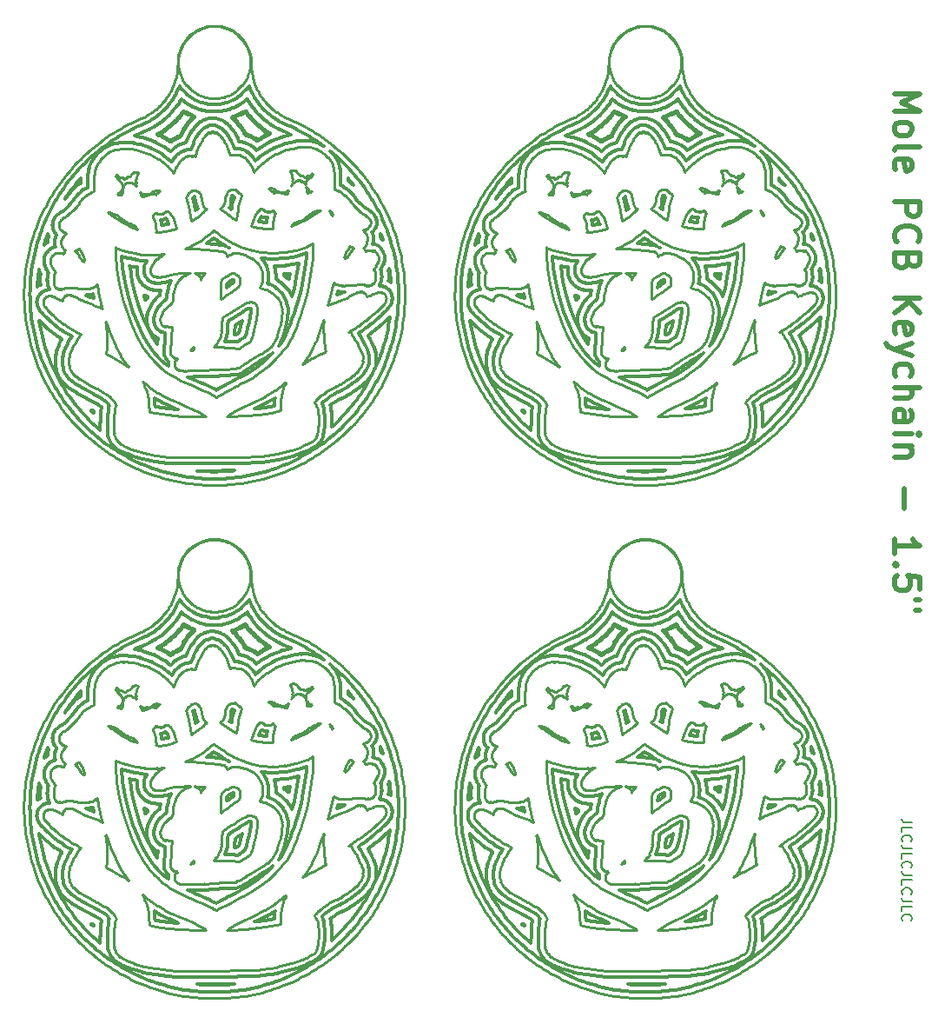
<source format=gto>
%MOIN*%
%OFA0B0*%
%FSLAX46Y46*%
%IPPOS*%
%LPD*%
%ADD10C,0.00984251968503937*%
%ADD11C,0.011811023622047244*%
%ADD12C,0.013779527559055118*%
%ADD13C,0.015748031496062992*%
%ADD24C,0.00984251968503937*%
%ADD25C,0.011811023622047244*%
%ADD26C,0.013779527559055118*%
%ADD27C,0.015748031496062992*%
%ADD28C,0.00984251968503937*%
%ADD29C,0.011811023622047244*%
%ADD30C,0.013779527559055118*%
%ADD31C,0.015748031496062992*%
%ADD32C,0.00984251968503937*%
%ADD33C,0.011811023622047244*%
%ADD34C,0.013779527559055118*%
%ADD35C,0.015748031496062992*%
%ADD36C,0.005905511811023622*%
%ADD37C,0.01968503937007874*%
D10*
X0001151700Y0002066300D02*
X0001167700Y0002066700D01*
X0001183800Y0002067400D01*
X0001199800Y0002068400D01*
X0001215800Y0002069799D01*
X0001231800Y0002071600D01*
X0001247800Y0002073700D01*
X0001263599Y0002076200D01*
X0001279400Y0002079000D01*
X0001295200Y0002082100D01*
X0001310900Y0002085600D01*
X0001326500Y0002089500D01*
X0001341999Y0002093700D01*
X0001357400Y0002098200D01*
X0001372700Y0002103100D01*
X0001387900Y0002108300D01*
X0001402999Y0002113800D01*
X0001418000Y0002119700D01*
X0001432800Y0002125900D01*
X0001447500Y0002132400D01*
X0001462000Y0002139200D01*
X0001476399Y0002146400D01*
X0001490600Y0002153900D01*
X0001504700Y0002161600D01*
X0001518599Y0002169700D01*
X0001532300Y0002178100D01*
X0001545800Y0002186800D01*
X0001559100Y0002195800D01*
X0001572200Y0002205100D01*
X0001585100Y0002214700D01*
X0001597800Y0002224500D01*
X0001610300Y0002234600D01*
X0001622600Y0002245000D01*
X0001634600Y0002255700D01*
X0001646400Y0002266600D01*
X0001657900Y0002277800D01*
X0001669200Y0002289200D01*
X0001680200Y0002300900D01*
X0001691000Y0002312800D01*
X0001701500Y0002324900D01*
X0001711800Y0002337300D01*
X0001721699Y0002349900D01*
X0001731400Y0002362800D01*
X0001740800Y0002375800D01*
X0001750000Y0002389000D01*
X0001758800Y0002402400D01*
X0001767300Y0002416000D01*
X0001775600Y0002429900D01*
X0001783500Y0002443800D01*
X0001791100Y0002458000D01*
X0001798400Y0002472300D01*
X0001805400Y0002486800D01*
X0001812000Y0002501400D01*
X0001818400Y0002516100D01*
X0001824400Y0002531099D01*
X0001830099Y0002546100D01*
X0001835400Y0002561200D01*
X0001840400Y0002576500D01*
X0001845100Y0002591899D01*
X0001849499Y0002607300D01*
X0001853500Y0002622900D01*
X0001857100Y0002638500D01*
X0001860400Y0002654300D01*
X0001863400Y0002670099D01*
X0001866000Y0002685900D01*
X0001868300Y0002701800D01*
X0001870200Y0002717800D01*
X0001871800Y0002733800D01*
X0001873000Y0002749800D01*
X0001873899Y0002765800D01*
X0001874400Y0002781900D01*
X0001874500Y0002798000D01*
X0001874300Y0002814000D01*
X0001873800Y0002830100D01*
X0001872899Y0002846100D01*
X0001871600Y0002862100D01*
X0001870000Y0002878100D01*
X0001868100Y0002894100D01*
X0001865800Y0002910000D01*
X0001863100Y0002925800D01*
X0001860100Y0002941600D01*
X0001856800Y0002957300D01*
X0001853100Y0002973000D01*
X0001849000Y0002988500D01*
X0001844700Y0003004000D01*
X0001840000Y0003019300D01*
X0001834900Y0003034600D01*
X0001829500Y0003049700D01*
X0001823800Y0003064700D01*
X0001817699Y0003079600D01*
X0001811400Y0003094400D01*
X0001804700Y0003109000D01*
X0001797700Y0003123400D01*
X0001790300Y0003137700D01*
X0001782699Y0003151900D01*
X0001774700Y0003165800D01*
X0001766500Y0003179600D01*
X0001757899Y0003193200D01*
X0001749100Y0003206600D01*
X0001739899Y0003219800D01*
X0001730500Y0003232800D01*
X0001720800Y0003245600D01*
X0001710800Y0003258200D01*
X0001700500Y0003270600D01*
X0001690000Y0003282700D01*
X0001679099Y0003294600D01*
X0001668100Y0003306200D01*
X0001656800Y0003317600D01*
X0001645200Y0003328800D01*
X0001633400Y0003339700D01*
X0001621300Y0003350300D01*
X0001609100Y0003360700D01*
X0001596600Y0003370800D01*
X0001583800Y0003380600D01*
X0001570900Y0003390100D01*
X0001557800Y0003399400D01*
X0001544400Y0003408400D01*
X0001530900Y0003417000D01*
X0001517200Y0003425400D01*
X0001503300Y0003433400D01*
X0001489200Y0003441200D01*
X0001475000Y0003448600D01*
X0001460600Y0003455799D01*
X0001445999Y0003462600D01*
X0001431100Y0003469100D01*
X0001431100Y0003469200D01*
X0001431000Y0003469200D01*
X0001415399Y0003476100D01*
X0001414000Y0003476800D01*
X0001399000Y0003485000D01*
X0001397700Y0003485800D01*
X0001383400Y0003495200D01*
X0001382100Y0003496100D01*
X0001368600Y0003506499D01*
X0001367399Y0003507500D01*
X0001354700Y0003519000D01*
X0001353600Y0003520099D01*
X0001341900Y0003532600D01*
X0001340900Y0003533800D01*
X0001330199Y0003547100D01*
X0001329300Y0003548400D01*
X0001319700Y0003562500D01*
X0001318900Y0003563799D01*
X0001310500Y0003578700D01*
X0001309800Y0003580099D01*
X0001302500Y0003595600D01*
X0001301900Y0003597000D01*
X0001296000Y0003612999D01*
X0001295500Y0003614500D01*
X0001290800Y0003631000D01*
X0001290400Y0003632500D01*
X0001287100Y0003649200D01*
X0001286800Y0003650800D01*
X0001284800Y0003667700D01*
X0001284700Y0003669300D01*
X0001284000Y0003686300D01*
X0001283200Y0003701800D01*
X0001280900Y0003716300D01*
X0001277100Y0003730500D01*
X0001271800Y0003744200D01*
X0001265100Y0003757300D01*
X0001257100Y0003769600D01*
X0001247900Y0003781000D01*
X0001237500Y0003791400D01*
X0001226100Y0003800600D01*
X0001213800Y0003808600D01*
X0001200700Y0003815300D01*
X0001187000Y0003820600D01*
X0001172800Y0003824400D01*
X0001158300Y0003826700D01*
X0001143600Y0003827400D01*
X0001129000Y0003826700D01*
X0001114500Y0003824400D01*
X0001100300Y0003820600D01*
X0001086600Y0003815300D01*
X0001073500Y0003808600D01*
X0001061200Y0003800600D01*
X0001049800Y0003791400D01*
X0001039400Y0003781000D01*
X0001030200Y0003769600D01*
X0001022200Y0003757300D01*
X0001015500Y0003744200D01*
X0001010200Y0003730500D01*
X0001006400Y0003716300D01*
X0001004100Y0003701800D01*
X0001003300Y0003686199D01*
X0001002599Y0003669300D01*
X0001002500Y0003667700D01*
X0001000500Y0003650800D01*
X0001000200Y0003649200D01*
X0000996900Y0003632500D01*
X0000996500Y0003631000D01*
X0000991800Y0003614500D01*
X0000991300Y0003612999D01*
X0000985400Y0003597000D01*
X0000984800Y0003595600D01*
X0000977500Y0003580099D01*
X0000976800Y0003578700D01*
X0000968400Y0003563799D01*
X0000967600Y0003562500D01*
X0000958000Y0003548400D01*
X0000957100Y0003547100D01*
X0000946400Y0003533800D01*
X0000945400Y0003532600D01*
X0000933700Y0003520099D01*
X0000932600Y0003519000D01*
X0000919900Y0003507500D01*
X0000918700Y0003506499D01*
X0000905200Y0003496100D01*
X0000903900Y0003495200D01*
X0000889600Y0003485800D01*
X0000888300Y0003485000D01*
X0000873300Y0003476800D01*
X0000871900Y0003476100D01*
X0000856300Y0003469200D01*
X0000856200Y0003469100D01*
X0000841300Y0003462600D01*
X0000826700Y0003455799D01*
X0000812300Y0003448600D01*
X0000798100Y0003441200D01*
X0000784000Y0003433400D01*
X0000770100Y0003425400D01*
X0000756399Y0003417000D01*
X0000742900Y0003408400D01*
X0000729500Y0003399400D01*
X0000716400Y0003390100D01*
X0000703500Y0003380600D01*
X0000690700Y0003370800D01*
X0000678200Y0003360700D01*
X0000666000Y0003350300D01*
X0000653900Y0003339700D01*
X0000642100Y0003328800D01*
X0000630500Y0003317600D01*
X0000619200Y0003306200D01*
X0000608200Y0003294600D01*
X0000597300Y0003282700D01*
X0000586800Y0003270600D01*
X0000576500Y0003258200D01*
X0000566500Y0003245600D01*
X0000556800Y0003232800D01*
X0000547400Y0003219800D01*
X0000538200Y0003206600D01*
X0000529400Y0003193200D01*
X0000520800Y0003179600D01*
X0000512599Y0003165800D01*
X0000504600Y0003151900D01*
X0000497000Y0003137700D01*
X0000489600Y0003123400D01*
X0000482600Y0003109000D01*
X0000475900Y0003094400D01*
X0000469600Y0003079600D01*
X0000463500Y0003064700D01*
X0000457800Y0003049700D01*
X0000452400Y0003034600D01*
X0000447400Y0003019300D01*
X0000442600Y0003004000D01*
X0000438300Y0002988500D01*
X0000434200Y0002972899D01*
X0000430500Y0002957300D01*
X0000427200Y0002941600D01*
X0000424200Y0002925800D01*
X0000421500Y0002910000D01*
X0000419200Y0002894100D01*
X0000417300Y0002878100D01*
X0000415700Y0002862100D01*
X0000414400Y0002846100D01*
X0000413500Y0002830100D01*
X0000413000Y0002814000D01*
X0000412800Y0002798000D01*
X0000412900Y0002781900D01*
X0000413400Y0002765800D01*
X0000414300Y0002749800D01*
X0000415500Y0002733800D01*
X0000417100Y0002717800D01*
X0000419000Y0002701800D01*
X0000421300Y0002685900D01*
X0000423900Y0002670099D01*
X0000426900Y0002654300D01*
X0000430200Y0002638500D01*
X0000433800Y0002622900D01*
X0000437800Y0002607300D01*
X0000442200Y0002591899D01*
X0000446900Y0002576500D01*
X0000451900Y0002561200D01*
X0000457200Y0002546100D01*
X0000462900Y0002531099D01*
X0000468900Y0002516200D01*
X0000475300Y0002501400D01*
X0000481900Y0002486800D01*
X0000488900Y0002472300D01*
X0000496200Y0002458000D01*
X0000503800Y0002443800D01*
X0000511800Y0002429900D01*
X0000520000Y0002416000D01*
X0000528500Y0002402400D01*
X0000537300Y0002389000D01*
X0000546500Y0002375800D01*
X0000555900Y0002362700D01*
X0000565500Y0002349900D01*
X0000575500Y0002337300D01*
X0000585800Y0002325000D01*
X0000596300Y0002312800D01*
X0000607100Y0002300900D01*
X0000618100Y0002289200D01*
X0000629400Y0002277800D01*
X0000640899Y0002266600D01*
X0000652700Y0002255700D01*
X0000664700Y0002245000D01*
X0000677000Y0002234600D01*
X0000689499Y0002224500D01*
X0000702200Y0002214600D01*
X0000715100Y0002205100D01*
X0000728200Y0002195800D01*
X0000741500Y0002186800D01*
X0000755000Y0002178100D01*
X0000768700Y0002169700D01*
X0000782600Y0002161600D01*
X0000796700Y0002153900D01*
X0000810899Y0002146400D01*
X0000825300Y0002139200D01*
X0000839800Y0002132400D01*
X0000854500Y0002125900D01*
X0000869300Y0002119700D01*
X0000884300Y0002113800D01*
X0000899400Y0002108300D01*
X0000914600Y0002103100D01*
X0000929900Y0002098200D01*
X0000945300Y0002093700D01*
X0000960800Y0002089500D01*
X0000976400Y0002085600D01*
X0000992100Y0002082100D01*
X0001007900Y0002079000D01*
X0001023700Y0002076200D01*
X0001039600Y0002073700D01*
X0001055500Y0002071600D01*
X0001071400Y0002069799D01*
X0001087500Y0002068400D01*
X0001103500Y0002067400D01*
X0001119600Y0002066700D01*
X0001135600Y0002066300D01*
X0001151700Y0002066300D01*
X0001132000Y0003549400D02*
X0001130100Y0003549400D01*
X0001128200Y0003549700D01*
X0001113000Y0003552800D01*
X0001113000Y0003552800D01*
X0001105400Y0003554300D01*
X0001103500Y0003554700D01*
X0001101700Y0003555400D01*
X0001080200Y0003564300D01*
X0001078400Y0003565100D01*
X0001076800Y0003566100D01*
X0001057400Y0003579000D01*
X0001055900Y0003580200D01*
X0001054400Y0003581500D01*
X0001038000Y0003597900D01*
X0001036700Y0003599399D01*
X0001035500Y0003600900D01*
X0001022600Y0003620300D01*
X0001021600Y0003621900D01*
X0001020799Y0003623700D01*
X0001011900Y0003645200D01*
X0001011200Y0003647000D01*
X0001010799Y0003648900D01*
X0001006200Y0003671700D01*
X0001005900Y0003673600D01*
X0001005900Y0003675500D01*
X0001005900Y0003698800D01*
X0001005900Y0003700700D01*
X0001006200Y0003702600D01*
X0001010799Y0003725400D01*
X0001011200Y0003727300D01*
X0001011900Y0003729100D01*
X0001020799Y0003750600D01*
X0001021600Y0003752400D01*
X0001022600Y0003754000D01*
X0001035500Y0003773400D01*
X0001036700Y0003774900D01*
X0001038000Y0003776400D01*
X0001054400Y0003792800D01*
X0001055900Y0003794100D01*
X0001057400Y0003795300D01*
X0001076800Y0003808199D01*
X0001078400Y0003809200D01*
X0001080200Y0003810000D01*
X0001101700Y0003818900D01*
X0001103500Y0003819600D01*
X0001105400Y0003820000D01*
X0001113000Y0003821500D01*
X0001128200Y0003824600D01*
X0001130100Y0003824800D01*
X0001132000Y0003824900D01*
X0001155300Y0003824900D01*
X0001157200Y0003824800D01*
X0001159100Y0003824600D01*
X0001174300Y0003821500D01*
X0001181900Y0003820000D01*
X0001183800Y0003819600D01*
X0001185600Y0003818900D01*
X0001207100Y0003810000D01*
X0001208900Y0003809200D01*
X0001210500Y0003808199D01*
X0001229900Y0003795300D01*
X0001231400Y0003794100D01*
X0001232900Y0003792800D01*
X0001249300Y0003776400D01*
X0001250600Y0003774900D01*
X0001251800Y0003773400D01*
X0001264700Y0003754000D01*
X0001265700Y0003752400D01*
X0001266500Y0003750600D01*
X0001275399Y0003729100D01*
X0001276100Y0003727300D01*
X0001276500Y0003725400D01*
X0001281100Y0003702600D01*
X0001281300Y0003700700D01*
X0001281399Y0003698800D01*
X0001281399Y0003675500D01*
X0001281300Y0003673600D01*
X0001281100Y0003671700D01*
X0001276500Y0003648900D01*
X0001276100Y0003647000D01*
X0001275399Y0003645200D01*
X0001266500Y0003623700D01*
X0001265700Y0003621900D01*
X0001264700Y0003620300D01*
X0001251800Y0003600900D01*
X0001250600Y0003599399D01*
X0001249300Y0003597900D01*
X0001232900Y0003581500D01*
X0001231400Y0003580200D01*
X0001229900Y0003579000D01*
X0001210500Y0003566100D01*
X0001208900Y0003565100D01*
X0001207100Y0003564300D01*
X0001185600Y0003555400D01*
X0001183800Y0003554700D01*
X0001181900Y0003554300D01*
X0001174300Y0003552800D01*
X0001174300Y0003552800D01*
X0001159100Y0003549700D01*
X0001157200Y0003549400D01*
X0001155300Y0003549400D01*
X0001132000Y0003549400D01*
X0001091200Y0002171700D02*
X0001091200Y0002171800D01*
X0001091100Y0002171700D01*
X0001061400Y0002171700D01*
X0001061300Y0002171700D01*
X0001034100Y0002171900D01*
X0001033900Y0002171900D01*
X0001010100Y0002172200D01*
X0001009900Y0002172200D01*
X0000990500Y0002172600D01*
X0000990100Y0002172600D01*
X0000976000Y0002173300D01*
X0000975300Y0002173300D01*
X0000970400Y0002173700D01*
X0000969500Y0002173800D01*
X0000921100Y0002180000D01*
X0000920600Y0002180100D01*
X0000919400Y0002180300D01*
X0000918700Y0002180400D01*
X0000876000Y0002188700D01*
X0000874400Y0002189100D01*
X0000837600Y0002199400D01*
X0000835600Y0002200100D01*
X0000818700Y0002206800D01*
X0000818700Y0002206800D01*
X0000804799Y0002212300D01*
X0000803300Y0002213000D01*
X0000796100Y0002216600D01*
X0000796000Y0002216700D01*
X0000794900Y0002217200D01*
X0000793800Y0002217800D01*
X0000783900Y0002223700D01*
X0000782300Y0002224800D01*
X0000780800Y0002226000D01*
X0000773700Y0002232400D01*
X0000773100Y0002236700D01*
X0000769000Y0002237900D01*
X0000764300Y0002245900D01*
X0000765000Y0002250000D01*
X0000761500Y0002252200D01*
X0000758900Y0002262900D01*
X0000760300Y0002265500D01*
X0000758100Y0002267600D01*
X0000757200Y0002282100D01*
X0000757100Y0002283800D01*
X0000757600Y0002303200D01*
X0000757600Y0002303800D01*
X0000758200Y0002316400D01*
X0000758300Y0002316600D01*
X0000759299Y0002332300D01*
X0000759299Y0002332600D01*
X0000760300Y0002345800D01*
X0000760400Y0002346200D01*
X0000761300Y0002355500D01*
X0000761500Y0002356600D01*
X0000761600Y0002357800D01*
X0000761700Y0002358300D01*
X0000762499Y0002362300D01*
X0000763200Y0002365100D01*
X0000764300Y0002367700D01*
X0000764800Y0002368800D01*
X0000766500Y0002371400D01*
X0000766800Y0002371900D01*
X0000766200Y0002374300D01*
X0000766100Y0002375500D01*
X0000765800Y0002378600D01*
X0000765900Y0002379100D01*
X0000761800Y0002382600D01*
X0000760300Y0002382900D01*
X0000758300Y0002385400D01*
X0000757300Y0002386900D01*
X0000753399Y0002393200D01*
X0000753099Y0002393500D01*
X0000753099Y0002393700D01*
X0000748800Y0002399500D01*
X0000742800Y0002405100D01*
X0000731799Y0002413000D01*
X0000715600Y0002422700D01*
X0000693700Y0002434700D01*
X0000691700Y0002435800D01*
X0000691600Y0002435800D01*
X0000665199Y0002449900D01*
X0000664899Y0002450100D01*
X0000643799Y0002461700D01*
X0000643200Y0002462100D01*
X0000626900Y0002472000D01*
X0000625800Y0002472800D01*
X0000613700Y0002481300D01*
X0000611800Y0002482900D01*
X0000603300Y0002490700D01*
X0000602800Y0002491300D01*
X0000601900Y0002492100D01*
X0000599800Y0002494600D01*
X0000594400Y0002502200D01*
X0000594800Y0002505900D01*
X0000591400Y0002507700D01*
X0000588300Y0002515600D01*
X0000589700Y0002518800D01*
X0000587000Y0002521100D01*
X0000585700Y0002529900D01*
X0000585500Y0002532400D01*
X0000585400Y0002540500D01*
X0000585400Y0002542100D01*
X0000586100Y0002553400D01*
X0000586300Y0002555300D01*
X0000586500Y0002556500D01*
X0000586700Y0002557600D01*
X0000588900Y0002567899D01*
X0000589800Y0002570800D01*
X0000594300Y0002582300D01*
X0000594900Y0002583800D01*
X0000601800Y0002598000D01*
X0000602000Y0002598300D01*
X0000602500Y0002599400D01*
X0000602700Y0002599800D01*
X0000610000Y0002613300D01*
X0000610300Y0002613900D01*
X0000617600Y0002626400D01*
X0000618100Y0002627200D01*
X0000624100Y0002636399D01*
X0000624900Y0002637500D01*
X0000626600Y0002639700D01*
X0000627000Y0002640299D01*
X0000631200Y0002645299D01*
X0000631000Y0002645400D01*
X0000629900Y0002646000D01*
X0000629700Y0002646100D01*
X0000616100Y0002653200D01*
X0000615600Y0002653400D01*
X0000599400Y0002662500D01*
X0000598900Y0002662800D01*
X0000581900Y0002672900D01*
X0000581400Y0002673199D01*
X0000566500Y0002682800D01*
X0000565900Y0002683200D01*
X0000560700Y0002686799D01*
X0000559900Y0002687400D01*
X0000549000Y0002695700D01*
X0000548300Y0002696300D01*
X0000536200Y0002706499D01*
X0000535700Y0002706900D01*
X0000523499Y0002718000D01*
X0000523100Y0002718400D01*
X0000511800Y0002729200D01*
X0000511499Y0002729500D01*
X0000510600Y0002730400D01*
X0000510399Y0002730600D01*
X0000501100Y0002740200D01*
X0000500200Y0002741200D01*
X0000494100Y0002748600D01*
X0000492800Y0002750300D01*
X0000491700Y0002752100D01*
X0000489700Y0002756000D01*
X0000489600Y0002756200D01*
X0000489000Y0002757300D01*
X0000487900Y0002760100D01*
X0000487100Y0002763100D01*
X0000486900Y0002764300D01*
X0000486700Y0002767400D01*
X0000486900Y0002770500D01*
X0000487100Y0002771700D01*
X0000487900Y0002774700D01*
X0000489000Y0002777600D01*
X0000489600Y0002778700D01*
X0000491200Y0002781300D01*
X0000493200Y0002783700D01*
X0000494100Y0002784500D01*
X0000496400Y0002786500D01*
X0000499100Y0002788100D01*
X0000500200Y0002788700D01*
X0000501299Y0002789200D01*
X0000504000Y0002790400D01*
X0000506300Y0002791200D01*
X0000508700Y0002791800D01*
X0000509900Y0002792000D01*
X0000513000Y0002792200D01*
X0000516100Y0002792000D01*
X0000517300Y0002791800D01*
X0000520400Y0002791000D01*
X0000528400Y0002788300D01*
X0000530800Y0002787300D01*
X0000543900Y0002780900D01*
X0000544200Y0002780800D01*
X0000545300Y0002780200D01*
X0000546000Y0002779900D01*
X0000560400Y0002771800D01*
X0000560700Y0002774400D01*
X0000560900Y0002775300D01*
X0000561100Y0002776500D01*
X0000561800Y0002779500D01*
X0000562900Y0002782300D01*
X0000563500Y0002783400D01*
X0000565100Y0002786100D01*
X0000567100Y0002788400D01*
X0000568000Y0002789300D01*
X0000570400Y0002791299D01*
X0000573000Y0002792900D01*
X0000574100Y0002793500D01*
X0000577000Y0002794700D01*
X0000580000Y0002795400D01*
X0000581200Y0002795599D01*
X0000584200Y0002795800D01*
X0000587300Y0002795599D01*
X0000588500Y0002795400D01*
X0000589300Y0002795199D01*
X0000592800Y0002794600D01*
X0000594600Y0002794100D01*
X0000596500Y0002793400D01*
X0000604500Y0002790100D01*
X0000605400Y0002789700D01*
X0000616500Y0002784400D01*
X0000617000Y0002784200D01*
X0000618100Y0002783599D01*
X0000618100Y0002783599D01*
X0000624100Y0002780500D01*
X0000640400Y0002772700D01*
X0000659099Y0002764700D01*
X0000676600Y0002758200D01*
X0000679000Y0002757400D01*
X0000679600Y0002757199D01*
X0000697900Y0002750500D01*
X0000700100Y0002749600D01*
X0000701200Y0002749000D01*
X0000701599Y0002748800D01*
X0000713699Y0002742300D01*
X0000714600Y0002741700D01*
X0000712900Y0002747700D01*
X0000712600Y0002748700D01*
X0000699200Y0002807199D01*
X0000698999Y0002807900D01*
X0000693800Y0002835400D01*
X0000689199Y0002831000D01*
X0000687800Y0002829900D01*
X0000686399Y0002828800D01*
X0000683199Y0002826700D01*
X0000681300Y0002827000D01*
X0000680799Y0002826800D01*
X0000679900Y0002824900D01*
X0000674699Y0002822400D01*
X0000671599Y0002821200D01*
X0000666000Y0002819599D01*
X0000663300Y0002820900D01*
X0000661300Y0002818700D01*
X0000654200Y0002817999D01*
X0000652999Y0002818900D01*
X0000651800Y0002817900D01*
X0000642200Y0002818100D01*
X0000640999Y0002818200D01*
X0000627700Y0002819300D01*
X0000627100Y0002819400D01*
X0000609000Y0002821500D01*
X0000608800Y0002821500D01*
X0000595000Y0002823200D01*
X0000581700Y0002824300D01*
X0000574900Y0002823600D01*
X0000571800Y0002822700D01*
X0000564700Y0002819900D01*
X0000563800Y0002819599D01*
X0000559300Y0002818100D01*
X0000556200Y0002817300D01*
X0000555200Y0002817200D01*
X0000555200Y0002817200D01*
X0000554600Y0002817100D01*
X0000549400Y0002820900D01*
X0000548800Y0002817100D01*
X0000547600Y0002817300D01*
X0000544600Y0002818100D01*
X0000541700Y0002819199D01*
X0000540600Y0002819800D01*
X0000538000Y0002821400D01*
X0000535600Y0002823400D01*
X0000534800Y0002824300D01*
X0000532800Y0002826600D01*
X0000531100Y0002829300D01*
X0000530600Y0002830399D01*
X0000529400Y0002833200D01*
X0000529200Y0002834000D01*
X0000528800Y0002834300D01*
X0000528000Y0002837300D01*
X0000527600Y0002839200D01*
X0000527400Y0002840400D01*
X0000527200Y0002842300D01*
X0000526800Y0002849700D01*
X0000526700Y0002850700D01*
X0000526700Y0002854200D01*
X0000526900Y0002857400D01*
X0000528900Y0002870600D01*
X0000528900Y0002870700D01*
X0000529100Y0002871900D01*
X0000529800Y0002874900D01*
X0000531000Y0002877800D01*
X0000531600Y0002878900D01*
X0000532400Y0002880300D01*
X0000534100Y0002883000D01*
X0000529600Y0002888600D01*
X0000529600Y0002888600D01*
X0000529500Y0002888800D01*
X0000528000Y0002890900D01*
X0000521800Y0002901700D01*
X0000521200Y0002902700D01*
X0000520700Y0002903800D01*
X0000519800Y0002905800D01*
X0000516200Y0002915300D01*
X0000515599Y0002917100D01*
X0000515200Y0002919100D01*
X0000515000Y0002920300D01*
X0000514800Y0002923000D01*
X0000514700Y0002928799D01*
X0000514700Y0002930500D01*
X0000514900Y0002932200D01*
X0000515100Y0002933400D01*
X0000515800Y0002936400D01*
X0000517000Y0002939300D01*
X0000517599Y0002940399D01*
X0000519200Y0002943000D01*
X0000521200Y0002945400D01*
X0000522100Y0002946200D01*
X0000522200Y0002946400D01*
X0000526900Y0002950900D01*
X0000526900Y0002950900D01*
X0000528400Y0002952200D01*
X0000528400Y0002952200D01*
X0000530000Y0002953400D01*
X0000531700Y0002954400D01*
X0000532800Y0002955000D01*
X0000535700Y0002956100D01*
X0000538700Y0002956900D01*
X0000539900Y0002957000D01*
X0000543200Y0002957300D01*
X0000551000Y0002957200D01*
X0000553800Y0002956900D01*
X0000555000Y0002956700D01*
X0000557700Y0002956100D01*
X0000560200Y0002955200D01*
X0000564400Y0002953300D01*
X0000566700Y0002958700D01*
X0000567300Y0002959900D01*
X0000567800Y0002961000D01*
X0000569400Y0002963599D01*
X0000571400Y0002966000D01*
X0000572100Y0002966600D01*
X0000570100Y0002967800D01*
X0000567900Y0002969300D01*
X0000565800Y0002971000D01*
X0000565000Y0002971900D01*
X0000563400Y0002973600D01*
X0000562100Y0002975600D01*
X0000560000Y0002979000D01*
X0000559200Y0002980300D01*
X0000558700Y0002981400D01*
X0000557900Y0002983200D01*
X0000557300Y0002985000D01*
X0000555800Y0002990300D01*
X0000555300Y0002992600D01*
X0000555100Y0002993800D01*
X0000554900Y0002996899D01*
X0000555100Y0002999900D01*
X0000555300Y0003001100D01*
X0000556000Y0003004200D01*
X0000557700Y0003009200D01*
X0000558800Y0003012000D01*
X0000559400Y0003013100D01*
X0000560500Y0003015000D01*
X0000561900Y0003016800D01*
X0000567500Y0003023600D01*
X0000568600Y0003024700D01*
X0000570400Y0003026600D01*
X0000576100Y0003033800D01*
X0000569100Y0003035300D01*
X0000566700Y0003036000D01*
X0000564300Y0003037000D01*
X0000563200Y0003037599D01*
X0000560600Y0003039200D01*
X0000558300Y0003041200D01*
X0000557400Y0003042100D01*
X0000556900Y0003042600D01*
X0000552900Y0003046899D01*
X0000551200Y0003049000D01*
X0000549700Y0003051400D01*
X0000549200Y0003052500D01*
X0000548000Y0003055300D01*
X0000547300Y0003058400D01*
X0000547100Y0003059600D01*
X0000547000Y0003060300D01*
X0000546800Y0003061500D01*
X0000546700Y0003064200D01*
X0000546900Y0003067000D01*
X0000547100Y0003068200D01*
X0000547800Y0003071200D01*
X0000549000Y0003073999D01*
X0000549600Y0003075100D01*
X0000550500Y0003076800D01*
X0000551600Y0003078400D01*
X0000554300Y0003081800D01*
X0000556200Y0003082099D01*
X0000558900Y0003083500D01*
X0000559700Y0003086800D01*
X0000566300Y0003091300D01*
X0000567900Y0003092300D01*
X0000568600Y0003092600D01*
X0000577600Y0003098600D01*
X0000589200Y0003108500D01*
X0000601500Y0003120400D01*
X0000613500Y0003133600D01*
X0000623500Y0003146300D01*
X0000624500Y0003147700D01*
X0000625000Y0003148400D01*
X0000635900Y0003162700D01*
X0000637699Y0003164700D01*
X0000638500Y0003165600D01*
X0000639300Y0003166300D01*
X0000650399Y0003176199D01*
X0000652200Y0003177700D01*
X0000654200Y0003178899D01*
X0000667700Y0003186100D01*
X0000668099Y0003186300D01*
X0000669200Y0003186900D01*
X0000671399Y0003187900D01*
X0000683100Y0003192099D01*
X0000682700Y0003196700D01*
X0000682700Y0003197500D01*
X0000682200Y0003211200D01*
X0000682200Y0003211700D01*
X0000682000Y0003227200D01*
X0000682000Y0003227500D01*
X0000682000Y0003233900D01*
X0000682100Y0003234700D01*
X0000683000Y0003255500D01*
X0000683199Y0003257600D01*
X0000683399Y0003258900D01*
X0000683499Y0003259100D01*
X0000686199Y0003275200D01*
X0000686699Y0003277200D01*
X0000687300Y0003279100D01*
X0000692599Y0003292500D01*
X0000693400Y0003294200D01*
X0000693900Y0003295300D01*
X0000695100Y0003297399D01*
X0000703600Y0003310000D01*
X0000704999Y0003311900D01*
X0000712700Y0003320800D01*
X0000713699Y0003321799D01*
X0000714500Y0003322700D01*
X0000715900Y0003324000D01*
X0000733900Y0003338800D01*
X0000735600Y0003340100D01*
X0000737500Y0003341100D01*
X0000738600Y0003341700D01*
X0000739700Y0003342200D01*
X0000761200Y0003351500D01*
X0000763600Y0003352300D01*
X0000766000Y0003352900D01*
X0000767200Y0003353100D01*
X0000767400Y0003353100D01*
X0000792400Y0003356800D01*
X0000794500Y0003355300D01*
X0000796600Y0003356999D01*
X0000825300Y0003355100D01*
X0000827100Y0003354900D01*
X0000828300Y0003354700D01*
X0000829200Y0003354600D01*
X0000850800Y0003350200D01*
X0000853100Y0003349500D01*
X0000890800Y0003336800D01*
X0000893400Y0003335700D01*
X0000894500Y0003335200D01*
X0000894900Y0003335000D01*
X0000928600Y0003316900D01*
X0000931400Y0003315100D01*
X0000961100Y0003291900D01*
X0000962900Y0003290300D01*
X0000963800Y0003289400D01*
X0000964500Y0003288700D01*
X0000989200Y0003261200D01*
X0000989500Y0003262700D01*
X0000994700Y0003281300D01*
X0000995300Y0003283200D01*
X0000996100Y0003284999D01*
X0000996700Y0003286100D01*
X0000997400Y0003287299D01*
X0001006899Y0003303000D01*
X0001008200Y0003305000D01*
X0001009800Y0003306700D01*
X0001010699Y0003307600D01*
X0001011300Y0003308200D01*
X0001021400Y0003317400D01*
X0001023300Y0003318900D01*
X0001025400Y0003320200D01*
X0001036100Y0003325900D01*
X0001036400Y0003326000D01*
X0001037500Y0003326600D01*
X0001040400Y0003327800D01*
X0001043400Y0003328500D01*
X0001044600Y0003328700D01*
X0001045199Y0003328800D01*
X0001055600Y0003330100D01*
X0001059600Y0003327000D01*
X0001064200Y0003329400D01*
X0001071000Y0003327700D01*
X0001071300Y0003329100D01*
X0001071800Y0003330600D01*
X0001076000Y0003343400D01*
X0001076400Y0003344400D01*
X0001086000Y0003368400D01*
X0001086700Y0003370100D01*
X0001087300Y0003371200D01*
X0001087300Y0003371200D01*
X0001097100Y0003390400D01*
X0001098600Y0003392800D01*
X0001108200Y0003406300D01*
X0001110300Y0003408800D01*
X0001113300Y0003411800D01*
X0001113300Y0003411800D01*
X0001114200Y0003412700D01*
X0001115900Y0003414200D01*
X0001120500Y0003417799D01*
X0001123800Y0003417500D01*
X0001124700Y0003418199D01*
X0001127400Y0003419900D01*
X0001127800Y0003420100D01*
X0001129100Y0003417500D01*
X0001134700Y0003422700D01*
X0001138400Y0003422700D01*
X0001144300Y0003417400D01*
X0001145700Y0003420100D01*
X0001146200Y0003419800D01*
X0001148800Y0003418199D01*
X0001149500Y0003417600D01*
X0001152900Y0003418000D01*
X0001158000Y0003414000D01*
X0001159600Y0003412700D01*
X0001163100Y0003409400D01*
X0001163500Y0003409000D01*
X0001164400Y0003408100D01*
X0001165700Y0003406700D01*
X0001175100Y0003395200D01*
X0001176800Y0003392800D01*
X0001186000Y0003377400D01*
X0001186700Y0003376200D01*
X0001187300Y0003375100D01*
X0001187600Y0003374499D01*
X0001195500Y0003357500D01*
X0001196300Y0003355600D01*
X0001201900Y0003339100D01*
X0001202700Y0003336000D01*
X0001203500Y0003331300D01*
X0001210400Y0003333200D01*
X0001212400Y0003333600D01*
X0001213600Y0003333799D01*
X0001215900Y0003334000D01*
X0001218100Y0003334000D01*
X0001234900Y0003332800D01*
X0001236500Y0003332600D01*
X0001237700Y0003332400D01*
X0001240700Y0003331700D01*
X0001243500Y0003330500D01*
X0001257800Y0003323300D01*
X0001257900Y0003323300D01*
X0001259000Y0003322700D01*
X0001261600Y0003321100D01*
X0001263900Y0003319100D01*
X0001264800Y0003318200D01*
X0001265700Y0003317300D01*
X0001277000Y0003304300D01*
X0001278300Y0003302600D01*
X0001279400Y0003300899D01*
X0001281900Y0003296400D01*
X0001282199Y0003295800D01*
X0001282800Y0003294700D01*
X0001283200Y0003293900D01*
X0001289900Y0003278900D01*
X0001291000Y0003275900D01*
X0001293999Y0003264600D01*
X0001312500Y0003286500D01*
X0001313600Y0003287699D01*
X0001314500Y0003288499D01*
X0001315600Y0003289600D01*
X0001344400Y0003314200D01*
X0001347000Y0003316100D01*
X0001379300Y0003335600D01*
X0001380600Y0003336300D01*
X0001381700Y0003336899D01*
X0001383300Y0003337600D01*
X0001418900Y0003351700D01*
X0001421999Y0003352700D01*
X0001460400Y0003361000D01*
X0001461500Y0003361200D01*
X0001462700Y0003361400D01*
X0001463700Y0003361500D01*
X0001476900Y0003362899D01*
X0001478100Y0003362000D01*
X0001479200Y0003363100D01*
X0001504100Y0003362700D01*
X0001506900Y0003362499D01*
X0001508100Y0003362300D01*
X0001510000Y0003361900D01*
X0001531600Y0003356300D01*
X0001533700Y0003355600D01*
X0001535600Y0003354800D01*
X0001536700Y0003354200D01*
X0001537600Y0003353700D01*
X0001557200Y0003342300D01*
X0001559800Y0003340600D01*
X0001566600Y0003335000D01*
X0001567700Y0003334100D01*
X0001578600Y0003323800D01*
X0001579000Y0003323400D01*
X0001579900Y0003322500D01*
X0001581200Y0003321100D01*
X0001589200Y0003311400D01*
X0001590400Y0003309799D01*
X0001591399Y0003308000D01*
X0001596800Y0003297600D01*
X0001596900Y0003297500D01*
X0001597500Y0003296400D01*
X0001598300Y0003294500D01*
X0001598900Y0003292500D01*
X0001602300Y0003280100D01*
X0001602700Y0003278099D01*
X0001602900Y0003276899D01*
X0001603000Y0003275900D01*
X0001604800Y0003260100D01*
X0001604900Y0003258500D01*
X0001605400Y0003237800D01*
X0001605400Y0003237300D01*
X0001605400Y0003228200D01*
X0001605400Y0003228099D01*
X0001605300Y0003199799D01*
X0001619400Y0003194900D01*
X0001621799Y0003193800D01*
X0001622900Y0003193300D01*
X0001625400Y0003191800D01*
X0001642699Y0003179400D01*
X0001645200Y0003177300D01*
X0001646100Y0003176400D01*
X0001646700Y0003175799D01*
X0001663200Y0003157700D01*
X0001664500Y0003156200D01*
X0001666800Y0003153100D01*
X0001678400Y0003138700D01*
X0001691000Y0003125400D01*
X0001704100Y0003113500D01*
X0001715800Y0003104700D01*
X0001721600Y0003101300D01*
X0001721600Y0003101300D01*
X0001728800Y0003097200D01*
X0001730700Y0003095900D01*
X0001732600Y0003094400D01*
X0001736100Y0003090900D01*
X0001736200Y0003090500D01*
X0001736500Y0003090200D01*
X0001737400Y0003089400D01*
X0001739400Y0003087000D01*
X0001741000Y0003084400D01*
X0001741600Y0003083400D01*
X0001742700Y0003080500D01*
X0001743000Y0003079300D01*
X0001743100Y0003079300D01*
X0001743200Y0003078800D01*
X0001743500Y0003077400D01*
X0001743700Y0003076200D01*
X0001743900Y0003073100D01*
X0001743700Y0003070000D01*
X0001743500Y0003068800D01*
X0001742800Y0003065800D01*
X0001741600Y0003063000D01*
X0001741000Y0003061900D01*
X0001740200Y0003060400D01*
X0001739200Y0003058899D01*
X0001736300Y0003055100D01*
X0001734500Y0003053100D01*
X0001733699Y0003052200D01*
X0001731300Y0003050200D01*
X0001728700Y0003048600D01*
X0001727600Y0003048000D01*
X0001725300Y0003047000D01*
X0001718300Y0003044499D01*
X0001714700Y0003046000D01*
X0001713700Y0003045000D01*
X0001713900Y0003044600D01*
X0001718300Y0003037900D01*
X0001719200Y0003036799D01*
X0001720400Y0003035300D01*
X0001727600Y0003025100D01*
X0001729000Y0003022700D01*
X0001729500Y0003021600D01*
X0001730700Y0003018800D01*
X0001731400Y0003015800D01*
X0001731600Y0003014500D01*
X0001731800Y0003013199D01*
X0001732500Y0003004700D01*
X0001728000Y0002999000D01*
X0001727800Y0002997000D01*
X0001726800Y0002995300D01*
X0001727299Y0002987999D01*
X0001721600Y0002981200D01*
X0001721299Y0002981200D01*
X0001720000Y0002979700D01*
X0001719300Y0002978900D01*
X0001716900Y0002976900D01*
X0001716400Y0002976600D01*
X0001716300Y0002976500D01*
X0001715900Y0002976200D01*
X0001715800Y0002976200D01*
X0001715800Y0002976200D01*
X0001716800Y0002975400D01*
X0001717600Y0002974500D01*
X0001719600Y0002972099D01*
X0001721299Y0002969500D01*
X0001721800Y0002968400D01*
X0001722200Y0002967600D01*
X0001724000Y0002963599D01*
X0001730000Y0002965900D01*
X0001731900Y0002966500D01*
X0001734000Y0002967000D01*
X0001735200Y0002967200D01*
X0001737700Y0002967400D01*
X0001746500Y0002967600D01*
X0001751499Y0002963200D01*
X0001751800Y0002963100D01*
X0001758500Y0002964600D01*
X0001762600Y0002962500D01*
X0001764299Y0002957100D01*
X0001765300Y0002956500D01*
X0001767700Y0002954500D01*
X0001767700Y0002954500D01*
X0001768100Y0002954700D01*
X0001768300Y0002954200D01*
X0001769100Y0002952500D01*
X0001772800Y0002945100D01*
X0001774700Y0002943200D01*
X0001775000Y0002938700D01*
X0001775100Y0002936499D01*
X0001774800Y0002934300D01*
X0001774600Y0002933100D01*
X0001773800Y0002929800D01*
X0001771100Y0002921800D01*
X0001769400Y0002920900D01*
X0001769899Y0002919100D01*
X0001765100Y0002909700D01*
X0001763100Y0002908800D01*
X0001763499Y0002906700D01*
X0001757400Y0002897400D01*
X0001756000Y0002895500D01*
X0001754800Y0002894100D01*
X0001759300Y0002886400D01*
X0001759700Y0002885500D01*
X0001760300Y0002884400D01*
X0001761500Y0002881600D01*
X0001762200Y0002878600D01*
X0001762400Y0002877300D01*
X0001762600Y0002874600D01*
X0001762800Y0002862000D01*
X0001762800Y0002860300D01*
X0001762600Y0002858600D01*
X0001762400Y0002857400D01*
X0001761700Y0002854399D01*
X0001760100Y0002849300D01*
X0001758900Y0002846400D01*
X0001758299Y0002845300D01*
X0001757400Y0002843800D01*
X0001755100Y0002840099D01*
X0001751899Y0002839299D01*
X0001748100Y0002835500D01*
X0001747700Y0002835300D01*
X0001744900Y0002834100D01*
X0001744100Y0002833900D01*
X0001742900Y0002833200D01*
X0001741800Y0002832600D01*
X0001738900Y0002831400D01*
X0001735900Y0002830700D01*
X0001735600Y0002830600D01*
X0001735200Y0002833100D01*
X0001734800Y0002833200D01*
X0001728800Y0002830200D01*
X0001725200Y0002831199D01*
X0001723300Y0002831800D01*
X0001721499Y0002832600D01*
X0001720400Y0002833200D01*
X0001717900Y0002834700D01*
X0001716100Y0002835900D01*
X0001715400Y0002836000D01*
X0001708800Y0002836000D01*
X0001697700Y0002835500D01*
X0001681800Y0002834200D01*
X0001660200Y0002832300D01*
X0001651200Y0002831500D01*
X0001651000Y0002831700D01*
X0001650800Y0002831500D01*
X0001638100Y0002830600D01*
X0001636800Y0002831700D01*
X0001635600Y0002830600D01*
X0001627000Y0002831199D01*
X0001625200Y0002831400D01*
X0001624000Y0002831599D01*
X0001622300Y0002831900D01*
X0001620600Y0002832399D01*
X0001613700Y0002834800D01*
X0001611200Y0002835900D01*
X0001610100Y0002836400D01*
X0001608900Y0002837100D01*
X0001601200Y0002841700D01*
X0001600700Y0002842100D01*
X0001599200Y0002833600D01*
X0001599000Y0002832600D01*
X0001589300Y0002790200D01*
X0001589100Y0002789400D01*
X0001579700Y0002755200D01*
X0001593300Y0002762200D01*
X0001593300Y0002762200D01*
X0001594400Y0002762800D01*
X0001596800Y0002763800D01*
X0001615900Y0002770500D01*
X0001632600Y0002776500D01*
X0001650400Y0002784200D01*
X0001665200Y0002791699D01*
X0001665700Y0002792000D01*
X0001665900Y0002792100D01*
X0001677500Y0002798400D01*
X0001678000Y0002798700D01*
X0001679099Y0002799300D01*
X0001679400Y0002799400D01*
X0001688800Y0002804000D01*
X0001690600Y0002804700D01*
X0001696200Y0002806799D01*
X0001696800Y0002806500D01*
X0001697900Y0002807000D01*
X0001700900Y0002807700D01*
X0001701800Y0002807800D01*
X0001702100Y0002805500D01*
X0001705300Y0002808200D01*
X0001706200Y0002808100D01*
X0001707700Y0002806600D01*
X0001707900Y0002807800D01*
X0001708500Y0002807800D01*
X0001711500Y0002807000D01*
X0001714400Y0002805900D01*
X0001715499Y0002805300D01*
X0001718100Y0002803699D01*
X0001720400Y0002801700D01*
X0001721299Y0002800800D01*
X0001723300Y0002798500D01*
X0001724900Y0002795800D01*
X0001725500Y0002794700D01*
X0001726700Y0002791900D01*
X0001726800Y0002791400D01*
X0001728000Y0002790600D01*
X0001728700Y0002788000D01*
X0001738800Y0002793200D01*
X0001738900Y0002793200D01*
X0001740000Y0002793800D01*
X0001740900Y0002794200D01*
X0001752500Y0002799400D01*
X0001753800Y0002799900D01*
X0001763699Y0002803500D01*
X0001766400Y0002804200D01*
X0001773000Y0002805599D01*
X0001773900Y0002805800D01*
X0001775100Y0002805999D01*
X0001778200Y0002806200D01*
X0001781299Y0002805999D01*
X0001782499Y0002805800D01*
X0001784400Y0002805400D01*
X0001785900Y0002805000D01*
X0001787899Y0002804300D01*
X0001789900Y0002803500D01*
X0001791000Y0002802899D01*
X0001793600Y0002801300D01*
X0001796000Y0002799300D01*
X0001796800Y0002798400D01*
X0001798900Y0002796100D01*
X0001800499Y0002793400D01*
X0001801000Y0002792300D01*
X0001802200Y0002789500D01*
X0001802900Y0002786500D01*
X0001803100Y0002785300D01*
X0001803400Y0002782200D01*
X0001803100Y0002779100D01*
X0001802900Y0002777900D01*
X0001802400Y0002775500D01*
X0001801400Y0002772100D01*
X0001800800Y0002770300D01*
X0001800000Y0002768600D01*
X0001799499Y0002767500D01*
X0001798500Y0002765700D01*
X0001797300Y0002764100D01*
X0001791800Y0002757300D01*
X0001790600Y0002756000D01*
X0001781600Y0002746700D01*
X0001781400Y0002746500D01*
X0001780500Y0002745599D01*
X0001780100Y0002745199D01*
X0001768300Y0002734100D01*
X0001767900Y0002733700D01*
X0001754100Y0002721500D01*
X0001753800Y0002721199D01*
X0001738900Y0002708700D01*
X0001738600Y0002708300D01*
X0001723500Y0002696300D01*
X0001723000Y0002695900D01*
X0001708500Y0002685000D01*
X0001707900Y0002684500D01*
X0001696699Y0002676699D01*
X0001696200Y0002676400D01*
X0001681700Y0002667000D01*
X0001681600Y0002666900D01*
X0001668900Y0002658800D01*
X0001668600Y0002658600D01*
X0001659100Y0002652699D01*
X0001666600Y0002651400D01*
X0001672300Y0002643900D01*
X0001673099Y0002642800D01*
X0001678600Y0002634300D01*
X0001679200Y0002633299D01*
X0001686400Y0002620800D01*
X0001686700Y0002620300D01*
X0001694600Y0002605700D01*
X0001694700Y0002605300D01*
X0001695300Y0002604200D01*
X0001695300Y0002604100D01*
X0001702699Y0002589500D01*
X0001703000Y0002589000D01*
X0001708800Y0002576399D01*
X0001709299Y0002575300D01*
X0001712100Y0002568100D01*
X0001712800Y0002566100D01*
X0001713200Y0002563999D01*
X0001713400Y0002562799D01*
X0001713500Y0002562400D01*
X0001715200Y0002549800D01*
X0001712000Y0002545500D01*
X0001714500Y0002540600D01*
X0001711000Y0002528100D01*
X0001707100Y0002525700D01*
X0001707700Y0002521200D01*
X0001698600Y0002507800D01*
X0001696500Y0002505300D01*
X0001687300Y0002495600D01*
X0001685200Y0002495400D01*
X0001685000Y0002493400D01*
X0001676900Y0002486600D01*
X0001676000Y0002485800D01*
X0001665100Y0002477600D01*
X0001664500Y0002477200D01*
X0001652100Y0002468500D01*
X0001651600Y0002468200D01*
X0001639200Y0002460000D01*
X0001638600Y0002459600D01*
X0001627500Y0002452800D01*
X0001626400Y0002452200D01*
X0001618000Y0002447800D01*
X0001617800Y0002447600D01*
X0001616700Y0002447100D01*
X0001613800Y0002445900D01*
X0001610100Y0002444700D01*
X0001606500Y0002443500D01*
X0001599899Y0002440000D01*
X0001588600Y0002433200D01*
X0001575899Y0002425100D01*
X0001563300Y0002416400D01*
X0001552300Y0002408500D01*
X0001544700Y0002402300D01*
X0001542999Y0002400600D01*
X0001536000Y0002392800D01*
X0001535300Y0002392100D01*
X0001534400Y0002391200D01*
X0001532800Y0002389800D01*
X0001529900Y0002387400D01*
X0001529700Y0002385200D01*
X0001529500Y0002383900D01*
X0001529200Y0002382200D01*
X0001528800Y0002380900D01*
X0001528900Y0002380900D01*
X0001529100Y0002380700D01*
X0001531100Y0002378300D01*
X0001532700Y0002375700D01*
X0001533300Y0002374600D01*
X0001534400Y0002371800D01*
X0001536400Y0002370700D01*
X0001539100Y0002362900D01*
X0001539900Y0002359600D01*
X0001540100Y0002358400D01*
X0001540100Y0002358300D01*
X0001542000Y0002345900D01*
X0001542200Y0002344300D01*
X0001543300Y0002328900D01*
X0001543300Y0002327900D01*
X0001543600Y0002311000D01*
X0001543600Y0002310100D01*
X0001543199Y0002293300D01*
X0001543100Y0002292200D01*
X0001541900Y0002277000D01*
X0001540600Y0002275800D01*
X0001541500Y0002274200D01*
X0001539600Y0002262300D01*
X0001539200Y0002260400D01*
X0001538700Y0002258600D01*
X0001536000Y0002251400D01*
X0001535600Y0002251200D01*
X0001534500Y0002248500D01*
X0001534100Y0002247700D01*
X0001532500Y0002245100D01*
X0001532100Y0002244700D01*
X0001532100Y0002244500D01*
X0001531600Y0002243800D01*
X0001530300Y0002242500D01*
X0001529400Y0002241600D01*
X0001527000Y0002239500D01*
X0001519700Y0002234300D01*
X0001517700Y0002233000D01*
X0001505700Y0002226500D01*
X0001505200Y0002226200D01*
X0001504100Y0002225700D01*
X0001503500Y0002225400D01*
X0001488300Y0002218200D01*
X0001487500Y0002217900D01*
X0001470599Y0002210800D01*
X0001469900Y0002210500D01*
X0001452800Y0002204100D01*
X0001451999Y0002203800D01*
X0001440900Y0002200200D01*
X0001439599Y0002199800D01*
X0001386300Y0002186600D01*
X0001384599Y0002187500D01*
X0001383300Y0002186100D01*
X0001325100Y0002177000D01*
X0001324599Y0002177300D01*
X0001324300Y0002176900D01*
X0001324199Y0002176900D01*
X0001323900Y0002177100D01*
X0001323600Y0002176800D01*
X0001312199Y0002175900D01*
X0001311900Y0002176200D01*
X0001311599Y0002175900D01*
X0001294500Y0002175000D01*
X0001294300Y0002175100D01*
X0001294199Y0002175000D01*
X0001272300Y0002174200D01*
X0001272200Y0002174300D01*
X0001272200Y0002174200D01*
X0001246400Y0002173600D01*
X0001246400Y0002173600D01*
X0001246300Y0002173500D01*
X0001217600Y0002173000D01*
X0001217600Y0002173000D01*
X0001217500Y0002173000D01*
X0001186800Y0002172500D01*
X0001186700Y0002172500D01*
X0001186700Y0002172500D01*
X0001154800Y0002172100D01*
X0001154800Y0002172100D01*
X0001154700Y0002172100D01*
X0001122700Y0002171800D01*
X0001122600Y0002171900D01*
X0001122600Y0002171800D01*
X0001091200Y0002171700D01*
X0001493400Y0003218900D02*
X0001493200Y0003221300D01*
X0001493500Y0003224300D01*
X0001493700Y0003225500D01*
X0001494399Y0003228600D01*
X0001495600Y0003231400D01*
X0001496100Y0003232500D01*
X0001497000Y0003234000D01*
X0001498000Y0003235500D01*
X0001499800Y0003237900D01*
X0001501600Y0003239900D01*
X0001502500Y0003240800D01*
X0001504800Y0003242800D01*
X0001507400Y0003244400D01*
X0001508500Y0003245000D01*
X0001511400Y0003246100D01*
X0001511700Y0003246200D01*
X0001515900Y0003249600D01*
X0001518000Y0003251400D01*
X0001522700Y0003257000D01*
X0001518599Y0003262300D01*
X0001517600Y0003260800D01*
X0001515600Y0003258400D01*
X0001514700Y0003257600D01*
X0001514500Y0003257300D01*
X0001510600Y0003253600D01*
X0001506300Y0003253600D01*
X0001501600Y0003251299D01*
X0001501600Y0003251299D01*
X0001498500Y0003251000D01*
X0001498400Y0003251000D01*
X0001494199Y0003247300D01*
X0001488199Y0003247400D01*
X0001483200Y0003252200D01*
X0001482700Y0003252300D01*
X0001482199Y0003252499D01*
X0001475400Y0003251500D01*
X0001470100Y0003255000D01*
X0001469599Y0003257000D01*
X0001468100Y0003257900D01*
X0001465800Y0003259900D01*
X0001465600Y0003260199D01*
X0001463700Y0003262800D01*
X0001462700Y0003263100D01*
X0001461800Y0003264800D01*
X0001458599Y0003269800D01*
X0001455400Y0003271800D01*
X0001447200Y0003273399D01*
X0001435500Y0003272000D01*
X0001433999Y0003271600D01*
X0001434399Y0003270900D01*
X0001435000Y0003269800D01*
X0001435600Y0003268300D01*
X0001440700Y0003255900D01*
X0001441500Y0003253699D01*
X0001442000Y0003251500D01*
X0001442200Y0003250300D01*
X0001442300Y0003249400D01*
X0001443800Y0003236300D01*
X0001441200Y0003233000D01*
X0001443400Y0003229299D01*
X0001441600Y0003219599D01*
X0001443500Y0003222100D01*
X0001445100Y0003223800D01*
X0001445999Y0003224700D01*
X0001448000Y0003226400D01*
X0001453500Y0003230700D01*
X0001455000Y0003231700D01*
X0001456500Y0003232500D01*
X0001457599Y0003233100D01*
X0001460500Y0003234300D01*
X0001463500Y0003235000D01*
X0001464700Y0003235200D01*
X0001467700Y0003235400D01*
X0001470800Y0003235500D01*
X0001475500Y0003231100D01*
X0001475600Y0003231100D01*
X0001476799Y0003230900D01*
X0001477200Y0003230800D01*
X0001478200Y0003232900D01*
X0001479000Y0003232500D01*
X0001481600Y0003230900D01*
X0001484000Y0003228899D01*
X0001484800Y0003228099D01*
X0001486900Y0003225700D01*
X0001487600Y0003224599D01*
X0001490600Y0003221600D01*
X0001492800Y0003220500D01*
X0001493400Y0003218900D01*
X0000787900Y0003178000D02*
X0000788000Y0003178099D01*
X0000789300Y0003179699D01*
X0000789699Y0003181100D01*
X0000790100Y0003188000D01*
X0000790100Y0003188300D01*
X0000790700Y0003198000D01*
X0000790900Y0003199799D01*
X0000791100Y0003201100D01*
X0000791500Y0003203100D01*
X0000793200Y0003209100D01*
X0000793800Y0003211100D01*
X0000794600Y0003212900D01*
X0000795200Y0003214000D01*
X0000796800Y0003216700D01*
X0000798799Y0003219000D01*
X0000799700Y0003219900D01*
X0000800900Y0003221100D01*
X0000802200Y0003222100D01*
X0000804000Y0003223400D01*
X0000805900Y0003224500D01*
X0000807000Y0003225100D01*
X0000809800Y0003226300D01*
X0000812800Y0003227000D01*
X0000814100Y0003227200D01*
X0000817100Y0003227400D01*
X0000820200Y0003227200D01*
X0000821400Y0003227000D01*
X0000824000Y0003226400D01*
X0000826400Y0003225500D01*
X0000832900Y0003222600D01*
X0000833700Y0003222200D01*
X0000834800Y0003221600D01*
X0000837400Y0003220000D01*
X0000839800Y0003218000D01*
X0000840600Y0003217200D01*
X0000841300Y0003216499D01*
X0000843500Y0003214000D01*
X0000842100Y0003221000D01*
X0000845000Y0003226200D01*
X0000842100Y0003231400D01*
X0000845200Y0003246300D01*
X0000845600Y0003248100D01*
X0000846200Y0003249700D01*
X0000847900Y0003253800D01*
X0000848300Y0003254900D01*
X0000852700Y0003264099D01*
X0000852900Y0003264400D01*
X0000842400Y0003266300D01*
X0000833700Y0003265600D01*
X0000829900Y0003263900D01*
X0000825900Y0003258900D01*
X0000825300Y0003257900D01*
X0000819999Y0003250899D01*
X0000812700Y0003249500D01*
X0000811100Y0003248000D01*
X0000808800Y0003247200D01*
X0000803800Y0003241500D01*
X0000798000Y0003240700D01*
X0000792100Y0003245200D01*
X0000789100Y0003245400D01*
X0000786599Y0003247000D01*
X0000779200Y0003247000D01*
X0000773900Y0003252200D01*
X0000773800Y0003252200D01*
X0000773000Y0003253100D01*
X0000771000Y0003255400D01*
X0000769800Y0003257300D01*
X0000765200Y0003253100D01*
X0000765000Y0003252800D01*
X0000764500Y0003251299D01*
X0000768299Y0003246000D01*
X0000771499Y0003242800D01*
X0000779800Y0003234600D01*
X0000780100Y0003231500D01*
X0000783100Y0003230800D01*
X0000786800Y0003225400D01*
X0000788000Y0003223300D01*
X0000788600Y0003222200D01*
X0000789799Y0003219400D01*
X0000790500Y0003216400D01*
X0000790700Y0003215100D01*
X0000790800Y0003209900D01*
X0000790800Y0003209900D01*
X0000790800Y0003209900D01*
X0000790800Y0003209900D01*
X0000790800Y0003209900D01*
X0000790400Y0003206300D01*
X0000790300Y0003205400D01*
X0000790100Y0003204200D01*
X0000789400Y0003201200D01*
X0000788200Y0003198300D01*
X0000787600Y0003197200D01*
X0000786400Y0003195199D01*
X0000785000Y0003193400D01*
X0000784500Y0003192700D01*
X0000783400Y0003191600D01*
X0000782600Y0003190700D01*
X0000780200Y0003188700D01*
X0000777599Y0003187100D01*
X0000776500Y0003186500D01*
X0000776400Y0003186500D01*
X0000770900Y0003183800D01*
X0000772300Y0003182200D01*
X0000776100Y0003180000D01*
X0000784000Y0003178200D01*
X0000787900Y0003178000D01*
X0001437100Y0003213800D02*
X0001437500Y0003214400D01*
X0001438600Y0003215800D01*
X0001437000Y0003214700D01*
X0001437100Y0003213800D01*
X0001502800Y0003187600D02*
X0001511200Y0003188800D01*
X0001516100Y0003191699D01*
X0001516500Y0003192099D01*
X0001515500Y0003194100D01*
X0001512100Y0003193600D01*
X0001506100Y0003197600D01*
X0001505300Y0003201400D01*
X0001503000Y0003203600D01*
X0001499400Y0003204600D01*
X0001496900Y0003208600D01*
X0001496100Y0003210000D01*
X0001495900Y0003210400D01*
X0001496000Y0003210100D01*
X0001497000Y0003201700D01*
X0001497100Y0003199900D01*
X0001497200Y0003195900D01*
X0001498300Y0003188500D01*
X0001499700Y0003187900D01*
X0001502800Y0003187600D01*
X0001422800Y0003181400D02*
X0001423800Y0003184000D01*
X0001424600Y0003186900D01*
X0001425000Y0003188300D01*
X0001427999Y0003196600D01*
X0001425900Y0003194799D01*
X0001424600Y0003194799D01*
X0001424500Y0003194799D01*
X0001420600Y0003191900D01*
X0001420300Y0003191200D01*
X0001417500Y0003189800D01*
X0001416500Y0003190200D01*
X0001413700Y0003189300D01*
X0001413500Y0003189200D01*
X0001410500Y0003189000D01*
X0001407400Y0003189200D01*
X0001407000Y0003189300D01*
X0001405000Y0003187799D01*
X0001401300Y0003188300D01*
X0001400800Y0003188400D01*
X0001399600Y0003188600D01*
X0001397100Y0003189100D01*
X0001394700Y0003190000D01*
X0001388600Y0003192800D01*
X0001387700Y0003193200D01*
X0001386600Y0003193700D01*
X0001386200Y0003194000D01*
X0001376400Y0003199300D01*
X0001376200Y0003199400D01*
X0001370300Y0003202600D01*
X0001362300Y0003205900D01*
X0001357900Y0003206000D01*
X0001352100Y0003204099D01*
X0001350500Y0003203100D01*
X0001350700Y0003203000D01*
X0001351800Y0003202499D01*
X0001353400Y0003201600D01*
X0001354900Y0003200599D01*
X0001364900Y0003192899D01*
X0001366799Y0003191200D01*
X0001367700Y0003190300D01*
X0001368900Y0003188900D01*
X0001370100Y0003187400D01*
X0001370600Y0003186700D01*
X0001370600Y0003186700D01*
X0001371400Y0003187100D01*
X0001372200Y0003187500D01*
X0001374700Y0003188400D01*
X0001377300Y0003189000D01*
X0001378500Y0003189200D01*
X0001381900Y0003189400D01*
X0001387700Y0003189300D01*
X0001390500Y0003189100D01*
X0001391700Y0003188900D01*
X0001393800Y0003188500D01*
X0001402600Y0003186100D01*
X0001404600Y0003185400D01*
X0001406200Y0003184800D01*
X0001417200Y0003181600D01*
X0001422800Y0003181400D01*
X0001229500Y0003083900D02*
X0001229500Y0003085199D01*
X0001229600Y0003086500D01*
X0001230900Y0003102800D01*
X0001231000Y0003103800D01*
X0001233400Y0003121800D01*
X0001233500Y0003122200D01*
X0001233700Y0003123500D01*
X0001233800Y0003123800D01*
X0001235500Y0003133700D01*
X0001235800Y0003135300D01*
X0001246700Y0003176800D01*
X0001246700Y0003176800D01*
X0001247300Y0003178499D01*
X0001246600Y0003179200D01*
X0001244500Y0003181600D01*
X0001243700Y0003182900D01*
X0001243700Y0003182900D01*
X0001242600Y0003183500D01*
X0001240400Y0003184800D01*
X0001238300Y0003186500D01*
X0001232400Y0003191900D01*
X0001231700Y0003192499D01*
X0001230900Y0003193400D01*
X0001230500Y0003193700D01*
X0001228400Y0003196000D01*
X0001224400Y0003199900D01*
X0001218200Y0003199400D01*
X0001208800Y0003197900D01*
X0001200400Y0003195600D01*
X0001195800Y0003191699D01*
X0001190700Y0003183400D01*
X0001186200Y0003170399D01*
X0001184700Y0003161000D01*
X0001182900Y0003142000D01*
X0001179000Y0003138300D01*
X0001179000Y0003138300D01*
X0001178700Y0003138100D01*
X0001175500Y0003135000D01*
X0001172700Y0003129299D01*
X0001167200Y0003127100D01*
X0001165000Y0003125100D01*
X0001173800Y0003119100D01*
X0001174000Y0003118899D01*
X0001184700Y0003111400D01*
X0001216200Y0003090999D01*
X0001229500Y0003083900D01*
X0001055400Y0003078200D02*
X0001078000Y0003093600D01*
X0001100300Y0003112600D01*
X0001109700Y0003121100D01*
X0001110200Y0003121600D01*
X0001114200Y0003125000D01*
X0001112800Y0003125500D01*
X0001111700Y0003126100D01*
X0001109100Y0003127700D01*
X0001106700Y0003129699D01*
X0001105900Y0003130600D01*
X0001103800Y0003133000D01*
X0001103000Y0003134200D01*
X0001101400Y0003136700D01*
X0001100900Y0003137800D01*
X0001099900Y0003140000D01*
X0001099200Y0003142300D01*
X0001097900Y0003148100D01*
X0001097700Y0003149000D01*
X0001096000Y0003158100D01*
X0001095900Y0003158500D01*
X0001095600Y0003160100D01*
X0001090800Y0003178300D01*
X0001084900Y0003188500D01*
X0001078800Y0003193800D01*
X0001070300Y0003196700D01*
X0001068400Y0003196800D01*
X0001057200Y0003195600D01*
X0001054200Y0003194200D01*
X0001052200Y0003191699D01*
X0001048500Y0003186100D01*
X0001043600Y0003185000D01*
X0001041900Y0003182900D01*
X0001041800Y0003182799D01*
X0001041099Y0003179800D01*
X0001039900Y0003177000D01*
X0001039600Y0003176400D01*
X0001037400Y0003173400D01*
X0001037400Y0003172600D01*
X0001036600Y0003171700D01*
X0001036600Y0003171700D01*
X0001035800Y0003171000D01*
X0001045600Y0003137600D01*
X0001046100Y0003135600D01*
X0001052500Y0003100400D01*
X0001052600Y0003100000D01*
X0001052800Y0003098700D01*
X0001052900Y0003098200D01*
X0001055100Y0003081000D01*
X0001055200Y0003080300D01*
X0001055400Y0003078200D01*
X0000865100Y0003171400D02*
X0000872700Y0003172600D01*
X0000881100Y0003175799D01*
X0000889400Y0003179500D01*
X0000890000Y0003179699D01*
X0000895900Y0003182100D01*
X0000897700Y0003182700D01*
X0000898900Y0003183100D01*
X0000901400Y0003183700D01*
X0000902600Y0003183900D01*
X0000905700Y0003184100D01*
X0000908800Y0003183900D01*
X0000910000Y0003183700D01*
X0000913000Y0003182900D01*
X0000915800Y0003181800D01*
X0000916900Y0003181200D01*
X0000917700Y0003180800D01*
X0000920800Y0003184200D01*
X0000921400Y0003184800D01*
X0000922200Y0003185700D01*
X0000924600Y0003187700D01*
X0000927200Y0003189300D01*
X0000928300Y0003189800D01*
X0000929200Y0003190300D01*
X0000936200Y0003193400D01*
X0000932900Y0003195199D01*
X0000922800Y0003196700D01*
X0000917200Y0003196100D01*
X0000912500Y0003193800D01*
X0000909300Y0003191400D01*
X0000909300Y0003191400D01*
X0000901300Y0003185500D01*
X0000898500Y0003183800D01*
X0000897400Y0003183199D01*
X0000895600Y0003182500D01*
X0000890500Y0003180400D01*
X0000884100Y0003183000D01*
X0000882900Y0003182500D01*
X0000879900Y0003181800D01*
X0000879400Y0003181700D01*
X0000875500Y0003179800D01*
X0000871100Y0003181100D01*
X0000869200Y0003181700D01*
X0000867500Y0003182500D01*
X0000866400Y0003183000D01*
X0000864900Y0003183900D01*
X0000863000Y0003185100D01*
X0000861100Y0003186400D01*
X0000859400Y0003187900D01*
X0000859400Y0003187900D01*
X0000861600Y0003180600D01*
X0000864500Y0003171500D01*
X0000865100Y0003171400D01*
X0001367399Y0003048700D02*
X0001367300Y0003048799D01*
X0001367100Y0003049999D01*
X0001366900Y0003052900D01*
X0001366900Y0003058400D01*
X0001366999Y0003060700D01*
X0001368000Y0003070700D01*
X0001368200Y0003071800D01*
X0001368400Y0003073000D01*
X0001368400Y0003073500D01*
X0001371000Y0003086900D01*
X0001371500Y0003089000D01*
X0001375400Y0003102000D01*
X0001376200Y0003104000D01*
X0001378500Y0003109599D01*
X0001378700Y0003109900D01*
X0001372599Y0003115200D01*
X0001371700Y0003116100D01*
X0001370800Y0003117000D01*
X0001368600Y0003119600D01*
X0001368300Y0003120000D01*
X0001364900Y0003118899D01*
X0001364900Y0003116300D01*
X0001359700Y0003116200D01*
X0001356300Y0003113800D01*
X0001352200Y0003115000D01*
X0001347200Y0003113400D01*
X0001346400Y0003115800D01*
X0001337300Y0003115600D01*
X0001331500Y0003121100D01*
X0001325400Y0003124900D01*
X0001323000Y0003125200D01*
X0001318599Y0003123700D01*
X0001311100Y0003117500D01*
X0001305300Y0003109800D01*
X0001300900Y0003102500D01*
X0001297300Y0003095100D01*
X0001293300Y0003084500D01*
X0001288599Y0003069500D01*
X0001285500Y0003059000D01*
X0001294900Y0003056000D01*
X0001315900Y0003051600D01*
X0001341300Y0003049100D01*
X0001367399Y0003048700D01*
X0001436700Y0003058800D02*
X0001463000Y0003068200D01*
X0001496600Y0003084700D01*
X0001528200Y0003104700D01*
X0001550700Y0003120900D01*
X0001543100Y0003119699D01*
X0001537900Y0003118300D01*
X0001521500Y0003112000D01*
X0001510000Y0003104800D01*
X0001509400Y0003104300D01*
X0001508500Y0003103500D01*
X0001493000Y0003091900D01*
X0001490600Y0003090400D01*
X0001473300Y0003080899D01*
X0001472800Y0003080700D01*
X0001471700Y0003080100D01*
X0001469400Y0003079100D01*
X0001455600Y0003074100D01*
X0001452800Y0003072700D01*
X0001445799Y0003067300D01*
X0001437400Y0003059500D01*
X0001437100Y0003059200D01*
X0001436900Y0003059000D01*
X0001436700Y0003058800D01*
X0001595100Y0003098700D02*
X0001596100Y0003099900D01*
X0001596400Y0003100300D01*
X0001596500Y0003101300D01*
X0001595100Y0003109300D01*
X0001591900Y0003114400D01*
X0001586000Y0003118700D01*
X0001585500Y0003118800D01*
X0001586400Y0003117699D01*
X0001588099Y0003115000D01*
X0001588600Y0003113900D01*
X0001589200Y0003112700D01*
X0001594500Y0003100200D01*
X0001594700Y0003099600D01*
X0001595100Y0003098700D01*
X0000934300Y0003036100D02*
X0000969900Y0003041500D01*
X0000997900Y0003050399D01*
X0000997400Y0003051900D01*
X0000996800Y0003054500D01*
X0000996000Y0003059200D01*
X0000991600Y0003075500D01*
X0000984400Y0003091600D01*
X0000974900Y0003106600D01*
X0000973500Y0003108200D01*
X0000966300Y0003114400D01*
X0000963300Y0003115300D01*
X0000958600Y0003114500D01*
X0000956000Y0003113200D01*
X0000948600Y0003109100D01*
X0000948100Y0003108800D01*
X0000947000Y0003108200D01*
X0000944700Y0003107299D01*
X0000942400Y0003106600D01*
X0000938000Y0003105600D01*
X0000934200Y0003107699D01*
X0000933600Y0003107500D01*
X0000932400Y0003107299D01*
X0000929400Y0003107100D01*
X0000926300Y0003107299D01*
X0000925800Y0003107400D01*
X0000920600Y0003109599D01*
X0000918600Y0003109300D01*
X0000917100Y0003110500D01*
X0000915400Y0003108500D01*
X0000914300Y0003107299D01*
X0000913400Y0003106499D01*
X0000913200Y0003106200D01*
X0000908500Y0003101700D01*
X0000908300Y0003101500D01*
X0000906500Y0003099800D01*
X0000907300Y0003098100D01*
X0000907800Y0003096800D01*
X0000912800Y0003083000D01*
X0000913400Y0003081100D01*
X0000917300Y0003065800D01*
X0000917600Y0003064200D01*
X0000917600Y0003064200D01*
X0000917600Y0003064200D01*
X0000918600Y0003058600D01*
X0000918600Y0003058400D01*
X0000918800Y0003057200D01*
X0000918900Y0003056700D01*
X0000921200Y0003038700D01*
X0000919400Y0003036300D01*
X0000934300Y0003036100D01*
X0000849700Y0003047300D02*
X0000845800Y0003051700D01*
X0000839000Y0003059200D01*
X0000836100Y0003061900D01*
X0000833200Y0003062700D01*
X0000830400Y0003063600D01*
X0000820400Y0003067900D01*
X0000819300Y0003068500D01*
X0000807700Y0003074300D01*
X0000807700Y0003074300D01*
X0000806600Y0003074900D01*
X0000805700Y0003075300D01*
X0000794700Y0003081699D01*
X0000793500Y0003082400D01*
X0000785000Y0003088200D01*
X0000782900Y0003089800D01*
X0000780200Y0003092200D01*
X0000769200Y0003101100D01*
X0000756199Y0003107200D01*
X0000739900Y0003111700D01*
X0000734000Y0003112300D01*
X0000737400Y0003110300D01*
X0000738800Y0003109400D01*
X0000748600Y0003102500D01*
X0000749200Y0003102000D01*
X0000751600Y0003100200D01*
X0000789200Y0003074399D01*
X0000825100Y0003055800D01*
X0000849700Y0003047300D01*
X0001150700Y0002403900D02*
X0001161600Y0002409600D01*
X0001176100Y0002417400D01*
X0001185000Y0002422200D01*
X0001185000Y0002422300D01*
X0001203200Y0002432000D01*
X0001203300Y0002432100D01*
X0001221600Y0002441800D01*
X0001221700Y0002441800D01*
X0001238500Y0002450500D01*
X0001238600Y0002450600D01*
X0001239700Y0002451200D01*
X0001239700Y0002451200D01*
X0001253000Y0002457900D01*
X0001253200Y0002458000D01*
X0001255000Y0002458900D01*
X0001287100Y0002476600D01*
X0001319100Y0002498000D01*
X0001349900Y0002522400D01*
X0001378100Y0002548200D01*
X0001402799Y0002574600D01*
X0001423400Y0002601300D01*
X0001436000Y0002621800D01*
X0001441100Y0002632500D01*
X0001448300Y0002649700D01*
X0001456600Y0002670700D01*
X0001465100Y0002694000D01*
X0001473600Y0002718000D01*
X0001481200Y0002741200D01*
X0001487400Y0002761400D01*
X0001500100Y0002808900D01*
X0001509700Y0002852600D01*
X0001516200Y0002893600D01*
X0001520500Y0002936600D01*
X0001522400Y0002973699D01*
X0001522900Y0002992700D01*
X0001522900Y0002994000D01*
X0001501400Y0002982600D01*
X0001501100Y0002982500D01*
X0001499999Y0002981900D01*
X0001497600Y0002980900D01*
X0001458900Y0002967400D01*
X0001456200Y0002966700D01*
X0001415500Y0002958700D01*
X0001413400Y0002959900D01*
X0001411600Y0002958200D01*
X0001369600Y0002955700D01*
X0001368300Y0002956800D01*
X0001366999Y0002955800D01*
X0001324599Y0002958900D01*
X0001323000Y0002959100D01*
X0001321800Y0002959300D01*
X0001320800Y0002959500D01*
X0001279000Y0002968400D01*
X0001276700Y0002969000D01*
X0001245500Y0002979800D01*
X0001243500Y0002980600D01*
X0001218000Y0002992500D01*
X0001217400Y0002992800D01*
X0001216300Y0002993400D01*
X0001215500Y0002993800D01*
X0001188200Y0003009400D01*
X0001187100Y0003010099D01*
X0001160800Y0003027600D01*
X0001160000Y0003028200D01*
X0001150500Y0003035300D01*
X0001140900Y0003042500D01*
X0001134400Y0003037000D01*
X0001134400Y0003037000D01*
X0001133600Y0003036300D01*
X0001098800Y0003009000D01*
X0001096600Y0003007500D01*
X0001058500Y0002985200D01*
X0001057500Y0002984700D01*
X0001056400Y0002984099D01*
X0001055000Y0002983500D01*
X0001030999Y0002973500D01*
X0001031700Y0002973000D01*
X0001032700Y0002973900D01*
X0001038999Y0002974000D01*
X0001039400Y0002973600D01*
X0001039900Y0002974000D01*
X0001049900Y0002973699D01*
X0001050400Y0002973699D01*
X0001064300Y0002972899D01*
X0001064500Y0002972899D01*
X0001081200Y0002971700D01*
X0001081400Y0002971700D01*
X0001099600Y0002970300D01*
X0001099700Y0002970300D01*
X0001118200Y0002968700D01*
X0001118300Y0002968700D01*
X0001135800Y0002967100D01*
X0001136000Y0002967100D01*
X0001151200Y0002965500D01*
X0001151500Y0002965500D01*
X0001163300Y0002964100D01*
X0001164100Y0002963999D01*
X0001171200Y0002962800D01*
X0001171500Y0002962500D01*
X0001172700Y0002962400D01*
X0001173100Y0002962300D01*
X0001175100Y0002961800D01*
X0001175400Y0002961900D01*
X0001176800Y0002961500D01*
X0001179700Y0002960300D01*
X0001180800Y0002959700D01*
X0001183500Y0002958100D01*
X0001185800Y0002956100D01*
X0001186700Y0002955200D01*
X0001188700Y0002952900D01*
X0001190300Y0002950200D01*
X0001190900Y0002949100D01*
X0001192100Y0002946300D01*
X0001192600Y0002944000D01*
X0001200900Y0002948800D01*
X0001201800Y0002949299D01*
X0001202900Y0002949900D01*
X0001204100Y0002950400D01*
X0001210600Y0002953199D01*
X0001212600Y0002954000D01*
X0001214600Y0002954500D01*
X0001219800Y0002955500D01*
X0001220500Y0002955600D01*
X0001221700Y0002955800D01*
X0001223800Y0002956000D01*
X0001225900Y0002956000D01*
X0001230800Y0002955700D01*
X0001232700Y0002955500D01*
X0001233300Y0002955400D01*
X0001233400Y0002955400D01*
X0001234600Y0002955200D01*
X0001236300Y0002954900D01*
X0001261500Y0002948600D01*
X0001263399Y0002948000D01*
X0001265300Y0002947200D01*
X0001285900Y0002937299D01*
X0001286300Y0002937100D01*
X0001287399Y0002936499D01*
X0001289300Y0002935400D01*
X0001291200Y0002934000D01*
X0001306700Y0002920900D01*
X0001307900Y0002919800D01*
X0001308800Y0002918900D01*
X0001310300Y0002917199D01*
X0001311599Y0002915400D01*
X0001321500Y0002899299D01*
X0001322400Y0002897800D01*
X0001322900Y0002896700D01*
X0001323999Y0002894100D01*
X0001326100Y0002888000D01*
X0001326700Y0002885900D01*
X0001328500Y0002877400D01*
X0001327100Y0002874700D01*
X0001329200Y0002872500D01*
X0001329400Y0002864700D01*
X0001329400Y0002862900D01*
X0001329200Y0002861100D01*
X0001329000Y0002859800D01*
X0001329000Y0002859600D01*
X0001327400Y0002850300D01*
X0001327000Y0002848400D01*
X0001323300Y0002835300D01*
X0001323200Y0002834900D01*
X0001322900Y0002833700D01*
X0001319500Y0002822299D01*
X0001339300Y0002817500D01*
X0001341500Y0002816800D01*
X0001343600Y0002815900D01*
X0001344700Y0002815299D01*
X0001345200Y0002815000D01*
X0001365300Y0002804000D01*
X0001367399Y0002802600D01*
X0001369400Y0002801000D01*
X0001384200Y0002786900D01*
X0001384500Y0002786600D01*
X0001385300Y0002785700D01*
X0001387200Y0002783599D01*
X0001388700Y0002781199D01*
X0001396999Y0002766000D01*
X0001397300Y0002765500D01*
X0001397799Y0002764400D01*
X0001398900Y0002761800D01*
X0001399600Y0002759100D01*
X0001403300Y0002739700D01*
X0001401500Y0002736700D01*
X0001403799Y0002734100D01*
X0001402799Y0002710399D01*
X0001402600Y0002708100D01*
X0001402400Y0002706900D01*
X0001402200Y0002706099D01*
X0001396600Y0002678000D01*
X0001396100Y0002675900D01*
X0001385799Y0002643200D01*
X0001385500Y0002642300D01*
X0001383700Y0002637500D01*
X0001383400Y0002636799D01*
X0001378000Y0002623500D01*
X0001377300Y0002622000D01*
X0001376700Y0002620900D01*
X0001376400Y0002620200D01*
X0001370400Y0002609600D01*
X0001369400Y0002608000D01*
X0001368300Y0002606600D01*
X0001360700Y0002597500D01*
X0001359500Y0002596300D01*
X0001358700Y0002595400D01*
X0001357300Y0002594200D01*
X0001346900Y0002585500D01*
X0001345100Y0002584200D01*
X0001330799Y0002574799D01*
X0001329900Y0002574300D01*
X0001314300Y0002565100D01*
X0001298200Y0002555700D01*
X0001281900Y0002545600D01*
X0001267500Y0002536300D01*
X0001260600Y0002531600D01*
X0001239100Y0002516400D01*
X0001232300Y0002517300D01*
X0001231800Y0002517100D01*
X0001231300Y0002517000D01*
X0001226400Y0002512100D01*
X0001183000Y0002509900D01*
X0001183000Y0002509900D01*
X0001183000Y0002509900D01*
X0001140800Y0002507800D01*
X0001140700Y0002507900D01*
X0001140600Y0002507800D01*
X0001104300Y0002506200D01*
X0001104200Y0002506300D01*
X0001104100Y0002506200D01*
X0001073800Y0002505100D01*
X0001073600Y0002505200D01*
X0001073500Y0002505100D01*
X0001049300Y0002504500D01*
X0001049100Y0002504600D01*
X0001048900Y0002504500D01*
X0001030899Y0002504300D01*
X0001030500Y0002504700D01*
X0001030100Y0002504300D01*
X0001018500Y0002504700D01*
X0001016000Y0002504900D01*
X0001014799Y0002505100D01*
X0001014699Y0002505100D01*
X0001009500Y0002506000D01*
X0001006599Y0002506700D01*
X0001003800Y0002507900D01*
X0001002699Y0002508400D01*
X0001000000Y0002510100D01*
X0000997700Y0002512100D01*
X0000996800Y0002512900D01*
X0000995400Y0002514500D01*
X0000995200Y0002514800D01*
X0000994000Y0002516500D01*
X0000992900Y0002518200D01*
X0000992400Y0002519300D01*
X0000991200Y0002522200D01*
X0000990500Y0002525200D01*
X0000990300Y0002526399D01*
X0000990000Y0002529500D01*
X0000990300Y0002532600D01*
X0000990500Y0002533800D01*
X0000991200Y0002536800D01*
X0000992400Y0002539599D01*
X0000992900Y0002540700D01*
X0000993000Y0002540799D01*
X0000995800Y0002546300D01*
X0000998900Y0002547300D01*
X0001000000Y0002548300D01*
X0001000400Y0002548499D01*
X0001000899Y0002552399D01*
X0000999500Y0002553199D01*
X0000997900Y0002553600D01*
X0000997600Y0002551800D01*
X0000997500Y0002551800D01*
X0000994500Y0002552500D01*
X0000991700Y0002553700D01*
X0000990600Y0002554200D01*
X0000988600Y0002555499D01*
X0000987100Y0002556100D01*
X0000986000Y0002556600D01*
X0000983400Y0002558200D01*
X0000981000Y0002560200D01*
X0000980500Y0002560800D01*
X0000977400Y0002565900D01*
X0000976000Y0002566600D01*
X0000974900Y0002569600D01*
X0000974400Y0002571300D01*
X0000974100Y0002573100D01*
X0000973900Y0002574300D01*
X0000973600Y0002577000D01*
X0000973800Y0002579700D01*
X0000974700Y0002587700D01*
X0000974800Y0002588399D01*
X0000974900Y0002588600D01*
X0000975800Y0002596300D01*
X0000976900Y0002609100D01*
X0000978000Y0002625000D01*
X0000978900Y0002640400D01*
X0000980300Y0002670800D01*
X0000980000Y0002671100D01*
X0000978500Y0002672300D01*
X0000977600Y0002672200D01*
X0000977300Y0002672399D01*
X0000977100Y0002672100D01*
X0000966800Y0002671100D01*
X0000961700Y0002675100D01*
X0000955600Y0002672799D01*
X0000950700Y0002675000D01*
X0000949700Y0002675400D01*
X0000948600Y0002676000D01*
X0000946000Y0002677600D01*
X0000943600Y0002679600D01*
X0000942700Y0002680500D01*
X0000940700Y0002682900D01*
X0000939100Y0002685500D01*
X0000938600Y0002686600D01*
X0000937400Y0002689400D01*
X0000936700Y0002692400D01*
X0000936500Y0002693600D01*
X0000936300Y0002695600D01*
X0000935900Y0002701800D01*
X0000935900Y0002703800D01*
X0000936100Y0002705900D01*
X0000936300Y0002707100D01*
X0000936800Y0002709400D01*
X0000938300Y0002714600D01*
X0000941200Y0002716400D01*
X0000940500Y0002719800D01*
X0000949100Y0002735599D01*
X0000950600Y0002738000D01*
X0000952500Y0002740100D01*
X0000953300Y0002741000D01*
X0000953900Y0002741500D01*
X0000967200Y0002753900D01*
X0000968900Y0002755299D01*
X0000970600Y0002756500D01*
X0000974900Y0002759000D01*
X0000978400Y0002761300D01*
X0000978900Y0002762000D01*
X0000980700Y0002766200D01*
X0000983300Y0002777400D01*
X0000985800Y0002792600D01*
X0000985900Y0002792900D01*
X0000989800Y0002814100D01*
X0000990300Y0002816300D01*
X0000995200Y0002831999D01*
X0000996400Y0002835100D01*
X0000997000Y0002836200D01*
X0000997400Y0002837000D01*
X0001003800Y0002848300D01*
X0001005300Y0002850600D01*
X0001006999Y0002852600D01*
X0001007900Y0002853400D01*
X0001008200Y0002853700D01*
X0001016699Y0002861900D01*
X0001016699Y0002861900D01*
X0001018300Y0002863299D01*
X0001020400Y0002864700D01*
X0001028200Y0002869400D01*
X0001029300Y0002870000D01*
X0001030400Y0002870500D01*
X0001031199Y0002870900D01*
X0001041400Y0002875500D01*
X0001042700Y0002876000D01*
X0001051300Y0002879199D01*
X0001052400Y0002879599D01*
X0001039800Y0002879599D01*
X0001013300Y0002878500D01*
X0000990800Y0002876600D01*
X0000974900Y0002874000D01*
X0000963900Y0002870900D01*
X0000962600Y0002870300D01*
X0000960900Y0002869600D01*
X0000953400Y0002867000D01*
X0000950400Y0002866200D01*
X0000941200Y0002864499D01*
X0000939300Y0002865600D01*
X0000937700Y0002864000D01*
X0000928900Y0002863500D01*
X0000927100Y0002865100D01*
X0000925200Y0002863600D01*
X0000919200Y0002864400D01*
X0000918600Y0002864499D01*
X0000917400Y0002864700D01*
X0000914400Y0002865400D01*
X0000911600Y0002866600D01*
X0000910500Y0002867100D01*
X0000907900Y0002868700D01*
X0000905600Y0002870700D01*
X0000904200Y0002872000D01*
X0000904200Y0002872400D01*
X0000900800Y0002877000D01*
X0000900400Y0002877700D01*
X0000899300Y0002880600D01*
X0000898500Y0002883600D01*
X0000898300Y0002884800D01*
X0000898100Y0002887900D01*
X0000898300Y0002890900D01*
X0000898500Y0002892200D01*
X0000899200Y0002894800D01*
X0000898100Y0002897300D01*
X0000900700Y0002904200D01*
X0000901600Y0002906400D01*
X0000902200Y0002907500D01*
X0000903900Y0002910200D01*
X0000910700Y0002919400D01*
X0000912400Y0002921500D01*
X0000922200Y0002931500D01*
X0000922300Y0002931600D01*
X0000923200Y0002932500D01*
X0000924700Y0002933800D01*
X0000936100Y0002943100D01*
X0000937300Y0002944100D01*
X0000940300Y0002946100D01*
X0000942400Y0002947400D01*
X0000951700Y0002952200D01*
X0000923200Y0002948700D01*
X0000921800Y0002949800D01*
X0000920400Y0002948499D01*
X0000877800Y0002949500D01*
X0000876200Y0002949600D01*
X0000871900Y0002950100D01*
X0000871200Y0002950200D01*
X0000845400Y0002953900D01*
X0000844300Y0002955200D01*
X0000842900Y0002954400D01*
X0000818900Y0002959600D01*
X0000817400Y0002959900D01*
X0000793100Y0002967200D01*
X0000791900Y0002967600D01*
X0000765399Y0002977500D01*
X0000764700Y0002977800D01*
X0000764200Y0002978000D01*
X0000764900Y0002957600D01*
X0000769200Y0002895800D01*
X0000777800Y0002838000D01*
X0000791300Y0002780300D01*
X0000810100Y0002721700D01*
X0000828700Y0002674399D01*
X0000847900Y0002633000D01*
X0000868100Y0002597400D01*
X0000890300Y0002566000D01*
X0000914900Y0002538000D01*
X0000926600Y0002526600D01*
X0000942400Y0002512700D01*
X0000957900Y0002500600D01*
X0000974500Y0002489500D01*
X0000993400Y0002478600D01*
X0001014999Y0002467700D01*
X0001042600Y0002455000D01*
X0001058800Y0002447900D01*
X0001058800Y0002447900D01*
X0001079600Y0002438800D01*
X0001079800Y0002438700D01*
X0001099600Y0002429800D01*
X0001099800Y0002429700D01*
X0001117300Y0002421500D01*
X0001117600Y0002421400D01*
X0001131600Y0002414600D01*
X0001131900Y0002414400D01*
X0001133000Y0002413900D01*
X0001133300Y0002413700D01*
X0001142700Y0002408800D01*
X0001143600Y0002408300D01*
X0001145400Y0002407200D01*
X0001145600Y0002407100D01*
X0001150700Y0002403900D01*
X0001644800Y0002935500D02*
X0001650000Y0002938700D01*
X0001655500Y0002944300D01*
X0001656800Y0002946200D01*
X0001665600Y0002959900D01*
X0001667099Y0002962099D01*
X0001674600Y0002970800D01*
X0001675700Y0002972099D01*
X0001676500Y0002972899D01*
X0001678400Y0002974600D01*
X0001679500Y0002975300D01*
X0001671100Y0002978900D01*
X0001670300Y0002979300D01*
X0001669300Y0002979800D01*
X0001662700Y0002982600D01*
X0001662500Y0002982200D01*
X0001662000Y0002981100D01*
X0001661500Y0002980200D01*
X0001657600Y0002973500D01*
X0001649100Y0002958100D01*
X0001644100Y0002945200D01*
X0001642800Y0002937800D01*
X0001643600Y0002936600D01*
X0001644800Y0002935500D01*
X0000640699Y0002924300D02*
X0000643799Y0002924899D01*
X0000644099Y0002925700D01*
X0000644099Y0002931900D01*
X0000641299Y0002942800D01*
X0000634400Y0002956600D01*
X0000631100Y0002961800D01*
X0000631000Y0002961800D01*
X0000624700Y0002971600D01*
X0000624500Y0002971500D01*
X0000623200Y0002971800D01*
X0000622700Y0002970600D01*
X0000609500Y0002964399D01*
X0000609700Y0002964200D01*
X0000611300Y0002962400D01*
X0000616600Y0002955600D01*
X0000617200Y0002954900D01*
X0000624200Y0002945200D01*
X0000624400Y0002944800D01*
X0000626200Y0002942100D01*
X0000634899Y0002930000D01*
X0000639400Y0002925000D01*
X0000640300Y0002924400D01*
X0000640699Y0002924300D01*
X0001091400Y0002854100D02*
X0001091700Y0002855000D01*
X0001092300Y0002856100D01*
X0001092600Y0002856600D01*
X0001099200Y0002868799D01*
X0001100200Y0002870300D01*
X0001101300Y0002871800D01*
X0001107400Y0002879300D01*
X0001094200Y0002879199D01*
X0001094000Y0002879400D01*
X0001093800Y0002879199D01*
X0001075300Y0002879400D01*
X0001075200Y0002879400D01*
X0001069500Y0002879599D01*
X0001068000Y0002879599D01*
X0001069300Y0002878399D01*
X0001069500Y0002878300D01*
X0001069800Y0002878100D01*
X0001070900Y0002878100D01*
X0001072100Y0002877900D01*
X0001072500Y0002877700D01*
X0001073000Y0002878500D01*
X0001073200Y0002878399D01*
X0001075800Y0002876800D01*
X0001077900Y0002876000D01*
X0001078900Y0002875500D01*
X0001085100Y0002870200D01*
X0001086200Y0002869900D01*
X0001088000Y0002866900D01*
X0001088500Y0002865900D01*
X0001089100Y0002864800D01*
X0001090200Y0002862000D01*
X0001091000Y0002859000D01*
X0001091100Y0002857800D01*
X0001091400Y0002854799D01*
X0001091400Y0002854100D01*
X0001167600Y0002778600D02*
X0001176000Y0002784100D01*
X0001192100Y0002795000D01*
X0001208300Y0002806399D01*
X0001222700Y0002816900D01*
X0001234300Y0002825700D01*
X0001239800Y0002830399D01*
X0001240800Y0002837900D01*
X0001241100Y0002847800D01*
X0001240100Y0002860800D01*
X0001238100Y0002866399D01*
X0001235100Y0002869800D01*
X0001228400Y0002873900D01*
X0001219300Y0002877900D01*
X0001214800Y0002879000D01*
X0001212000Y0002878799D01*
X0001205400Y0002876099D01*
X0001193200Y0002869000D01*
X0001189300Y0002866500D01*
X0001170700Y0002854500D01*
X0001169400Y0002838700D01*
X0001168000Y0002814800D01*
X0001167400Y0002793200D01*
X0001167600Y0002778600D01*
X0001239200Y0002590800D02*
X0001260700Y0002604400D01*
X0001260700Y0002604400D01*
X0001281900Y0002617700D01*
X0001289900Y0002643200D01*
X0001295900Y0002664200D01*
X0001301100Y0002685999D01*
X0001305300Y0002707100D01*
X0001308000Y0002725200D01*
X0001309300Y0002740200D01*
X0001309200Y0002747100D01*
X0001306300Y0002756900D01*
X0001302100Y0002762100D01*
X0001295400Y0002765800D01*
X0001282500Y0002767800D01*
X0001282300Y0002767800D01*
X0001276399Y0002767600D01*
X0001273000Y0002767000D01*
X0001267800Y0002765400D01*
X0001260900Y0002762200D01*
X0001250800Y0002756500D01*
X0001236300Y0002747700D01*
X0001217400Y0002735599D01*
X0001208300Y0002729700D01*
X0001174700Y0002707900D01*
X0001172900Y0002682099D01*
X0001172800Y0002681600D01*
X0001170800Y0002659300D01*
X0001169500Y0002658000D01*
X0001170400Y0002656500D01*
X0001167400Y0002639500D01*
X0001166700Y0002636500D01*
X0001162300Y0002623500D01*
X0001159200Y0002621800D01*
X0001159800Y0002618300D01*
X0001153300Y0002607900D01*
X0001149900Y0002607100D01*
X0001149600Y0002603499D01*
X0001140600Y0002594600D01*
X0001159200Y0002595000D01*
X0001159800Y0002594500D01*
X0001160400Y0002595000D01*
X0001201400Y0002593400D01*
X0001201900Y0002593400D01*
X0001208300Y0002593000D01*
X0001208300Y0002592900D01*
X0001239200Y0002590800D01*
X0001482700Y0002529700D02*
X0001487500Y0002533100D01*
X0001488900Y0002534000D01*
X0001518799Y0002551800D01*
X0001519900Y0002552500D01*
X0001552100Y0002568900D01*
X0001552100Y0002568900D01*
X0001553200Y0002569400D01*
X0001553500Y0002569600D01*
X0001568500Y0002577000D01*
X0001571700Y0002578600D01*
X0001570100Y0002584000D01*
X0001569600Y0002586200D01*
X0001569200Y0002588399D01*
X0001569500Y0002588799D01*
X0001569500Y0002590000D01*
X0001568900Y0002590500D01*
X0001567700Y0002600500D01*
X0001567600Y0002600900D01*
X0001566200Y0002614400D01*
X0001566200Y0002614700D01*
X0001565100Y0002627100D01*
X0001565100Y0002627200D01*
X0001563800Y0002642300D01*
X0001562400Y0002657600D01*
X0001561399Y0002667700D01*
X0001561399Y0002668700D01*
X0001560900Y0002679500D01*
X0001560900Y0002681500D01*
X0001561100Y0002683500D01*
X0001561300Y0002684700D01*
X0001561900Y0002687300D01*
X0001563500Y0002692800D01*
X0001565300Y0002693900D01*
X0001563200Y0002696600D01*
X0001562400Y0002697800D01*
X0001560400Y0002691600D01*
X0001560400Y0002691300D01*
X0001559300Y0002688200D01*
X0001559200Y0002687900D01*
X0001546200Y0002649999D01*
X0001545900Y0002649199D01*
X0001533200Y0002616699D01*
X0001532700Y0002615600D01*
X0001519500Y0002587400D01*
X0001519200Y0002586799D01*
X0001518700Y0002585700D01*
X0001518200Y0002584899D01*
X0001504000Y0002559800D01*
X0001503000Y0002558300D01*
X0001487000Y0002535100D01*
X0001486100Y0002533800D01*
X0001482700Y0002529700D01*
X0000815900Y0002518600D02*
X0000810000Y0002525700D01*
X0000808700Y0002527400D01*
X0000786200Y0002560900D01*
X0000785200Y0002562600D01*
X0000764900Y0002600300D01*
X0000765299Y0002602100D01*
X0000763600Y0002602900D01*
X0000745200Y0002645200D01*
X0000744700Y0002646600D01*
X0000728200Y0002693699D01*
X0000728200Y0002693600D01*
X0000727300Y0002692100D01*
X0000726299Y0002690600D01*
X0000725300Y0002689300D01*
X0000725899Y0002688000D01*
X0000726600Y0002687500D01*
X0000727600Y0002684399D01*
X0000728200Y0002681600D01*
X0000728400Y0002680400D01*
X0000728500Y0002679200D01*
X0000729400Y0002670500D01*
X0000729500Y0002669600D01*
X0000730100Y0002656400D01*
X0000730100Y0002655900D01*
X0000730500Y0002639300D01*
X0000730500Y0002639000D01*
X0000730600Y0002625599D01*
X0000730600Y0002625400D01*
X0000730500Y0002603200D01*
X0000730500Y0002602700D01*
X0000730000Y0002586700D01*
X0000729900Y0002585000D01*
X0000728700Y0002574600D01*
X0000728600Y0002573800D01*
X0000728400Y0002572600D01*
X0000727800Y0002570200D01*
X0000727400Y0002569100D01*
X0000741500Y0002561300D01*
X0000747399Y0002558100D01*
X0000747500Y0002558100D01*
X0000765000Y0002548600D01*
X0000765200Y0002548499D01*
X0000782100Y0002539100D01*
X0000782300Y0002539000D01*
X0000797100Y0002530600D01*
X0000797400Y0002530400D01*
X0000808400Y0002523800D01*
X0000808900Y0002523400D01*
X0000811900Y0002521500D01*
X0000813100Y0002520700D01*
X0000815900Y0002518600D01*
X0001052300Y0002581600D02*
X0001059200Y0002584100D01*
X0001061700Y0002584800D01*
X0001064600Y0002585400D01*
X0001064400Y0002586200D01*
X0001063800Y0002588700D01*
X0001063600Y0002589900D01*
X0001063400Y0002592699D01*
X0001063500Y0002595300D01*
X0001061900Y0002592900D01*
X0001060700Y0002591400D01*
X0001052500Y0002581800D01*
X0001052300Y0002581600D01*
X0001111200Y0002328200D02*
X0001104200Y0002333500D01*
X0001085300Y0002345000D01*
X0001062100Y0002356900D01*
X0001031800Y0002370300D01*
X0001011500Y0002378700D01*
X0001011400Y0002378700D01*
X0000980100Y0002391900D01*
X0000979200Y0002392300D01*
X0000952600Y0002405200D01*
X0000952200Y0002405400D01*
X0000951100Y0002406000D01*
X0000950200Y0002406400D01*
X0000926500Y0002420100D01*
X0000925200Y0002420900D01*
X0000902400Y0002436500D01*
X0000901400Y0002437300D01*
X0000877800Y0002455900D01*
X0000877300Y0002456300D01*
X0000868200Y0002464100D01*
X0000867800Y0002461400D01*
X0000871300Y0002459500D01*
X0000872800Y0002454900D01*
X0000873500Y0002451900D01*
X0000873700Y0002450600D01*
X0000873900Y0002447600D01*
X0000873700Y0002444500D01*
X0000873600Y0002444000D01*
X0000874300Y0002443300D01*
X0000874800Y0002442800D01*
X0000875700Y0002441900D01*
X0000877700Y0002439600D01*
X0000879300Y0002437000D01*
X0000879900Y0002435900D01*
X0000880800Y0002433800D01*
X0000883700Y0002425800D01*
X0000884400Y0002423500D01*
X0000887300Y0002411400D01*
X0000887600Y0002410100D01*
X0000890100Y0002395100D01*
X0000890200Y0002394900D01*
X0000890400Y0002393700D01*
X0000890500Y0002392900D01*
X0000892400Y0002376200D01*
X0000892400Y0002375500D01*
X0000892800Y0002371200D01*
X0000892800Y0002370900D01*
X0000893800Y0002356100D01*
X0000893800Y0002354200D01*
X0000893600Y0002346400D01*
X0000918800Y0002341400D01*
X0000964600Y0002335300D01*
X0001017400Y0002331000D01*
X0001075800Y0002328600D01*
X0001111200Y0002328200D01*
X0001190500Y0002328900D02*
X0001203600Y0002329200D01*
X0001261200Y0002332300D01*
X0001314100Y0002337200D01*
X0001360999Y0002343800D01*
X0001397999Y0002351100D01*
X0001397900Y0002351300D01*
X0001397300Y0002359500D01*
X0001397199Y0002361800D01*
X0001397599Y0002374500D01*
X0001397700Y0002375500D01*
X0001399000Y0002390600D01*
X0001399100Y0002391400D01*
X0001401000Y0002406900D01*
X0001401100Y0002407500D01*
X0001401300Y0002408700D01*
X0001401400Y0002409000D01*
X0001403700Y0002422900D01*
X0001404100Y0002424400D01*
X0001406600Y0002434600D01*
X0001407400Y0002436900D01*
X0001408300Y0002439300D01*
X0001408700Y0002440400D01*
X0001412800Y0002449200D01*
X0001417500Y0002451300D01*
X0001417500Y0002451400D01*
X0001417300Y0002452400D01*
X0001417400Y0002452600D01*
X0001417200Y0002453200D01*
X0001417200Y0002453500D01*
X0001416900Y0002456600D01*
X0001417200Y0002459700D01*
X0001417300Y0002460900D01*
X0001414500Y0002458200D01*
X0001413000Y0002456900D01*
X0001377700Y0002429600D01*
X0001376000Y0002428400D01*
X0001337600Y0002404700D01*
X0001336199Y0002403900D01*
X0001335100Y0002403300D01*
X0001334800Y0002403200D01*
X0001291700Y0002382000D01*
X0001290800Y0002381700D01*
X0001284500Y0002378900D01*
X0001255300Y0002365700D01*
X0001229600Y0002352700D01*
X0001206400Y0002339400D01*
X0001190500Y0002328900D01*
D11*
X0000654100Y0002429000D02*
X0000653900Y0002429100D01*
X0000653600Y0002429300D01*
X0000653399Y0002429400D01*
X0000632400Y0002441100D01*
X0000631999Y0002441300D01*
X0000631300Y0002441700D01*
X0000630900Y0002441900D01*
X0000614700Y0002451800D01*
X0000614000Y0002452200D01*
X0000612800Y0002453000D01*
X0000612100Y0002453500D01*
X0000600000Y0002462100D01*
X0000598800Y0002463000D01*
X0000596900Y0002464600D01*
X0000595700Y0002465600D01*
X0000587300Y0002473400D01*
X0000586900Y0002473700D01*
X0000586400Y0002474200D01*
X0000586100Y0002474600D01*
X0000585200Y0002475400D01*
X0000583900Y0002476800D01*
X0000581800Y0002479300D01*
X0000580600Y0002480800D01*
X0000575200Y0002488400D01*
X0000572500Y0002494000D01*
X0000569400Y0002499100D01*
X0000566300Y0002507100D01*
X0000565300Y0002512800D01*
X0000563700Y0002517600D01*
X0000562400Y0002526399D01*
X0000562200Y0002527900D01*
X0000562000Y0002530400D01*
X0000561900Y0002531899D01*
X0000561800Y0002539999D01*
X0000561800Y0002541000D01*
X0000561800Y0002542600D01*
X0000561800Y0002543499D01*
X0000562500Y0002554900D01*
X0000562600Y0002556000D01*
X0000562800Y0002557800D01*
X0000563000Y0002558900D01*
X0000563200Y0002560200D01*
X0000563300Y0002560800D01*
X0000563500Y0002561900D01*
X0000563600Y0002562600D01*
X0000565900Y0002572899D01*
X0000566300Y0002574600D01*
X0000567200Y0002577500D01*
X0000567800Y0002579300D01*
X0000572200Y0002590800D01*
X0000572600Y0002591700D01*
X0000573300Y0002593300D01*
X0000573700Y0002594200D01*
X0000580600Y0002608300D01*
X0000580700Y0002608500D01*
X0000580800Y0002608900D01*
X0000580900Y0002609100D01*
X0000581500Y0002610200D01*
X0000581600Y0002610400D01*
X0000581800Y0002610700D01*
X0000581900Y0002611000D01*
X0000589200Y0002624500D01*
X0000589400Y0002624900D01*
X0000589700Y0002625500D01*
X0000590000Y0002625900D01*
X0000596500Y0002637000D01*
X0000587900Y0002641800D01*
X0000587600Y0002642000D01*
X0000587100Y0002642300D01*
X0000586700Y0002642500D01*
X0000569800Y0002652600D01*
X0000569500Y0002652800D01*
X0000569000Y0002653099D01*
X0000568700Y0002653300D01*
X0000553700Y0002662900D01*
X0000553400Y0002663100D01*
X0000552900Y0002663500D01*
X0000552500Y0002663700D01*
X0000547300Y0002667300D01*
X0000546800Y0002667700D01*
X0000546000Y0002668300D01*
X0000545500Y0002668600D01*
X0000534600Y0002677000D01*
X0000534200Y0002677300D01*
X0000533500Y0002677900D01*
X0000533000Y0002678200D01*
X0000521000Y0002688400D01*
X0000520700Y0002688699D01*
X0000520200Y0002689099D01*
X0000519900Y0002689400D01*
X0000507700Y0002700400D01*
X0000507399Y0002700699D01*
X0000506900Y0002701099D01*
X0000506700Y0002701400D01*
X0000495400Y0002712200D01*
X0000495200Y0002712400D01*
X0000495000Y0002712600D01*
X0000494800Y0002712800D01*
X0000493900Y0002713700D01*
X0000493800Y0002713800D01*
X0000493500Y0002714100D01*
X0000493400Y0002714200D01*
X0000484100Y0002723800D01*
X0000483600Y0002724400D01*
X0000482700Y0002725400D01*
X0000482100Y0002726100D01*
X0000476000Y0002733400D01*
X0000475200Y0002734399D01*
X0000473900Y0002736100D01*
X0000472500Y0002738200D01*
X0000471400Y0002740100D01*
X0000470800Y0002741200D01*
X0000468700Y0002745100D01*
X0000468700Y0002745199D01*
X0000468600Y0002745300D01*
X0000468500Y0002745400D01*
X0000468000Y0002746500D01*
X0000467200Y0002748200D01*
X0000466000Y0002751100D01*
X0000464900Y0002754600D01*
X0000464200Y0002757599D01*
X0000463800Y0002759400D01*
X0000463600Y0002760600D01*
X0000463400Y0002762500D01*
X0000463100Y0002765600D01*
X0000463100Y0002769300D01*
X0000463400Y0002772400D01*
X0000463600Y0002774200D01*
X0000463800Y0002775400D01*
X0000464200Y0002777200D01*
X0000464900Y0002780200D01*
X0000466000Y0002783800D01*
X0000467200Y0002786600D01*
X0000468000Y0002788300D01*
X0000468500Y0002789400D01*
X0000469500Y0002791000D01*
X0000471100Y0002793700D01*
X0000473300Y0002796700D01*
X0000475300Y0002799000D01*
X0000476500Y0002800400D01*
X0000477400Y0002801200D01*
X0000478700Y0002802500D01*
X0000481100Y0002804500D01*
X0000484100Y0002806700D01*
X0000486700Y0002808300D01*
X0000488300Y0002809200D01*
X0000489400Y0002809700D01*
X0000490100Y0002810100D01*
X0000491300Y0002810600D01*
X0000492000Y0002810900D01*
X0000494600Y0002812100D01*
X0000496000Y0002812600D01*
X0000498300Y0002813500D01*
X0000501200Y0002814300D01*
X0000503600Y0002814800D01*
X0000505000Y0002815100D01*
X0000506200Y0002815299D01*
X0000508100Y0002815500D01*
X0000511100Y0002815699D01*
X0000511700Y0002815699D01*
X0000511000Y0002816900D01*
X0000510100Y0002818500D01*
X0000509499Y0002819599D01*
X0000508800Y0002821300D01*
X0000507600Y0002824200D01*
X0000506900Y0002826300D01*
X0000505900Y0002828300D01*
X0000505200Y0002831300D01*
X0000504900Y0002832399D01*
X0000504499Y0002834300D01*
X0000504299Y0002835500D01*
X0000504100Y0002836700D01*
X0000503900Y0002837800D01*
X0000503700Y0002839699D01*
X0000503600Y0002840900D01*
X0000503200Y0002848300D01*
X0000503200Y0002848900D01*
X0000503100Y0002849800D01*
X0000503100Y0002850400D01*
X0000503100Y0002853900D01*
X0000503100Y0002855800D01*
X0000503299Y0002859000D01*
X0000503600Y0002860900D01*
X0000505499Y0002874100D01*
X0000505499Y0002874100D01*
X0000505600Y0002874300D01*
X0000505600Y0002874400D01*
X0000505800Y0002875600D01*
X0000506100Y0002877400D01*
X0000506900Y0002880399D01*
X0000501399Y0002889800D01*
X0000501000Y0002890400D01*
X0000500499Y0002891400D01*
X0000500200Y0002891999D01*
X0000499600Y0002893100D01*
X0000499000Y0002894300D01*
X0000498200Y0002896300D01*
X0000497700Y0002897500D01*
X0000494100Y0002907000D01*
X0000493700Y0002908100D01*
X0000493100Y0002910000D01*
X0000492500Y0002912300D01*
X0000492100Y0002914200D01*
X0000491900Y0002915400D01*
X0000491700Y0002916600D01*
X0000491500Y0002918200D01*
X0000491300Y0002921000D01*
X0000491200Y0002922600D01*
X0000491100Y0002928300D01*
X0000491100Y0002929400D01*
X0000491100Y0002931100D01*
X0000491300Y0002933200D01*
X0000491500Y0002934900D01*
X0000491600Y0002935900D01*
X0000491800Y0002937100D01*
X0000492200Y0002938900D01*
X0000492900Y0002942000D01*
X0000494000Y0002945500D01*
X0000495200Y0002948300D01*
X0000496000Y0002950000D01*
X0000496500Y0002951100D01*
X0000497400Y0002952700D01*
X0000499100Y0002955400D01*
X0000501200Y0002958400D01*
X0000503200Y0002960700D01*
X0000504499Y0002962099D01*
X0000505499Y0002963000D01*
X0000505600Y0002963200D01*
X0000505800Y0002963300D01*
X0000510399Y0002967900D01*
X0000511399Y0002968200D01*
X0000511200Y0002968500D01*
X0000512599Y0002969800D01*
X0000513599Y0002970700D01*
X0000513599Y0002970700D01*
X0000514599Y0002971400D01*
X0000516200Y0002972600D01*
X0000518200Y0002973900D01*
X0000519900Y0002974900D01*
X0000521000Y0002975400D01*
X0000522100Y0002975999D01*
X0000523800Y0002976799D01*
X0000526600Y0002978000D01*
X0000530100Y0002979100D01*
X0000533200Y0002979800D01*
X0000534100Y0002980000D01*
X0000533100Y0002983900D01*
X0000532700Y0002985200D01*
X0000532200Y0002987500D01*
X0000532000Y0002988900D01*
X0000531800Y0002990100D01*
X0000531600Y0002991900D01*
X0000531300Y0002995000D01*
X0000531300Y0002998700D01*
X0000531600Y0003001800D01*
X0000531800Y0003003600D01*
X0000532000Y0003004800D01*
X0000532300Y0003006700D01*
X0000533100Y0003009800D01*
X0000533600Y0003011600D01*
X0000535300Y0003016600D01*
X0000535900Y0003018300D01*
X0000537000Y0003021100D01*
X0000537800Y0003022700D01*
X0000538300Y0003023800D01*
X0000539000Y0003025000D01*
X0000539800Y0003026300D01*
X0000539600Y0003026500D01*
X0000535600Y0003030800D01*
X0000534500Y0003032000D01*
X0000532800Y0003034200D01*
X0000530900Y0003036900D01*
X0000529500Y0003039200D01*
X0000528700Y0003040700D01*
X0000528100Y0003041800D01*
X0000527400Y0003043500D01*
X0000526200Y0003046300D01*
X0000525000Y0003049800D01*
X0000524300Y0003052800D01*
X0000523900Y0003054700D01*
X0000523800Y0003055900D01*
X0000523700Y0003056300D01*
X0000523599Y0003057000D01*
X0000523499Y0003057400D01*
X0000523400Y0003058700D01*
X0000523200Y0003060300D01*
X0000523100Y0003063000D01*
X0000523200Y0003066300D01*
X0000523400Y0003069000D01*
X0000523599Y0003070700D01*
X0000523800Y0003071900D01*
X0000524200Y0003073700D01*
X0000524900Y0003076700D01*
X0000526000Y0003080200D01*
X0000527200Y0003083100D01*
X0000528000Y0003084800D01*
X0000528500Y0003085900D01*
X0000529100Y0003086900D01*
X0000530000Y0003088500D01*
X0000531300Y0003090500D01*
X0000532400Y0003092000D01*
X0000533000Y0003092899D01*
X0000535700Y0003096300D01*
X0000541100Y0003101100D01*
X0000546500Y0003106400D01*
X0000553100Y0003110900D01*
X0000554100Y0003111500D01*
X0000555800Y0003112500D01*
X0000556300Y0003112800D01*
X0000563400Y0003117500D01*
X0000573400Y0003126000D01*
X0000584500Y0003136800D01*
X0000595500Y0003148900D01*
X0000604500Y0003160400D01*
X0000605100Y0003161100D01*
X0000605400Y0003161600D01*
X0000605900Y0003162300D01*
X0000606200Y0003162700D01*
X0000617200Y0003177100D01*
X0000618200Y0003178300D01*
X0000619900Y0003180300D01*
X0000621000Y0003181400D01*
X0000621800Y0003182300D01*
X0000622300Y0003182700D01*
X0000623100Y0003183500D01*
X0000623500Y0003183900D01*
X0000634600Y0003193800D01*
X0000635700Y0003194700D01*
X0000637500Y0003196200D01*
X0000639800Y0003197800D01*
X0000641800Y0003199100D01*
X0000643100Y0003199799D01*
X0000656600Y0003207000D01*
X0000656800Y0003207100D01*
X0000657100Y0003207300D01*
X0000657400Y0003207400D01*
X0000658500Y0003207900D01*
X0000658700Y0003208000D01*
X0000658600Y0003210400D01*
X0000658600Y0003210700D01*
X0000658600Y0003211100D01*
X0000658600Y0003211400D01*
X0000658400Y0003227000D01*
X0000658400Y0003227200D01*
X0000658400Y0003227500D01*
X0000658400Y0003227699D01*
X0000658400Y0003234000D01*
X0000658400Y0003234500D01*
X0000658400Y0003235300D01*
X0000658500Y0003235800D01*
X0000659399Y0003256500D01*
X0000659499Y0003257800D01*
X0000659700Y0003260000D01*
X0000659900Y0003261300D01*
X0000660100Y0003262600D01*
X0000660100Y0003262700D01*
X0000660100Y0003263000D01*
X0000660200Y0003263100D01*
X0000662900Y0003279200D01*
X0000663200Y0003280400D01*
X0000663600Y0003282400D01*
X0000664300Y0003284700D01*
X0000664899Y0003286600D01*
X0000665299Y0003287800D01*
X0000670600Y0003301200D01*
X0000670999Y0003302200D01*
X0000671800Y0003303900D01*
X0000672300Y0003305000D01*
X0000672900Y0003306100D01*
X0000673500Y0003307300D01*
X0000674699Y0003309300D01*
X0000675500Y0003310500D01*
X0000683899Y0003323100D01*
X0000684800Y0003324300D01*
X0000686199Y0003326200D01*
X0000687200Y0003327400D01*
X0000694800Y0003336200D01*
X0000695399Y0003336899D01*
X0000696400Y0003337900D01*
X0000697000Y0003338499D01*
X0000697800Y0003339400D01*
X0000698599Y0003340200D01*
X0000700000Y0003341400D01*
X0000700900Y0003342200D01*
X0000718900Y0003356999D01*
X0000719899Y0003357799D01*
X0000721600Y0003359100D01*
X0000723800Y0003360499D01*
X0000725600Y0003361600D01*
X0000726800Y0003362200D01*
X0000727900Y0003362700D01*
X0000728600Y0003363100D01*
X0000729700Y0003363600D01*
X0000730400Y0003363900D01*
X0000751900Y0003373200D01*
X0000753299Y0003373699D01*
X0000755600Y0003374600D01*
X0000758400Y0003375400D01*
X0000760800Y0003375900D01*
X0000762299Y0003376200D01*
X0000763500Y0003376400D01*
X0000763600Y0003376400D01*
X0000763800Y0003376400D01*
X0000763900Y0003376500D01*
X0000789000Y0003380200D01*
X0000793400Y0003379900D01*
X0000798100Y0003380500D01*
X0000826800Y0003378700D01*
X0000827900Y0003378600D01*
X0000829700Y0003378400D01*
X0000830800Y0003378300D01*
X0000832000Y0003378100D01*
X0000832500Y0003378000D01*
X0000833400Y0003377800D01*
X0000833900Y0003377700D01*
X0000855500Y0003373299D01*
X0000856900Y0003373000D01*
X0000859300Y0003372400D01*
X0000860700Y0003371900D01*
X0000898300Y0003359200D01*
X0000899900Y0003358599D01*
X0000902600Y0003357500D01*
X0000904100Y0003356800D01*
X0000905200Y0003356200D01*
X0000905400Y0003356100D01*
X0000905800Y0003355900D01*
X0000906000Y0003355800D01*
X0000939700Y0003337800D01*
X0000941500Y0003336700D01*
X0000944300Y0003334900D01*
X0000946000Y0003333700D01*
X0000975700Y0003310500D01*
X0000976800Y0003309500D01*
X0000978600Y0003307900D01*
X0000979600Y0003307000D01*
X0000980500Y0003306100D01*
X0000980900Y0003305700D01*
X0000986600Y0003315200D01*
X0000987400Y0003316399D01*
X0000988800Y0003318400D01*
X0000990500Y0003320600D01*
X0000992100Y0003322400D01*
X0000993100Y0003323400D01*
X0000994000Y0003324300D01*
X0000994400Y0003324700D01*
X0000995000Y0003325299D01*
X0000995400Y0003325699D01*
X0001005500Y0003334800D01*
X0001006599Y0003335800D01*
X0001008500Y0003337400D01*
X0001010999Y0003339100D01*
X0001013099Y0003340400D01*
X0001014400Y0003341100D01*
X0001025099Y0003346800D01*
X0001025300Y0003346900D01*
X0001025500Y0003347000D01*
X0001025700Y0003347100D01*
X0001026799Y0003347600D01*
X0001028500Y0003348400D01*
X0001031300Y0003349600D01*
X0001034800Y0003350800D01*
X0001037900Y0003351500D01*
X0001039700Y0003351800D01*
X0001040899Y0003352000D01*
X0001041299Y0003352100D01*
X0001041900Y0003352200D01*
X0001042300Y0003352200D01*
X0001052700Y0003353500D01*
X0001054600Y0003353400D01*
X0001064000Y0003377100D01*
X0001064400Y0003378200D01*
X0001065200Y0003379800D01*
X0001065700Y0003380800D01*
X0001066200Y0003381900D01*
X0001066200Y0003382000D01*
X0001066300Y0003382000D01*
X0001076100Y0003401100D01*
X0001076900Y0003402700D01*
X0001078400Y0003405100D01*
X0001079400Y0003406599D01*
X0001089000Y0003420100D01*
X0001090200Y0003421600D01*
X0001092300Y0003424000D01*
X0001093500Y0003425400D01*
X0001096500Y0003428400D01*
X0001096600Y0003428500D01*
X0001096600Y0003428500D01*
X0001097500Y0003429400D01*
X0001098500Y0003430300D01*
X0001100300Y0003431900D01*
X0001101400Y0003432800D01*
X0001105900Y0003436400D01*
X0001113800Y0003440400D01*
X0001116200Y0003440700D01*
X0001116700Y0003440900D01*
X0001117100Y0003441100D01*
X0001120900Y0003441400D01*
X0001125900Y0003444600D01*
X0001134500Y0003446300D01*
X0001138200Y0003446400D01*
X0001146800Y0003444800D01*
X0001152300Y0003441400D01*
X0001156400Y0003441100D01*
X0001156800Y0003440900D01*
X0001159300Y0003440700D01*
X0001167200Y0003436700D01*
X0001172400Y0003432800D01*
X0001173400Y0003432000D01*
X0001174900Y0003430700D01*
X0001175800Y0003429900D01*
X0001179300Y0003426600D01*
X0001179600Y0003426300D01*
X0001180000Y0003425900D01*
X0001180200Y0003425700D01*
X0001181100Y0003424800D01*
X0001181900Y0003424000D01*
X0001183100Y0003422600D01*
X0001183900Y0003421699D01*
X0001193400Y0003410200D01*
X0001194500Y0003408800D01*
X0001196100Y0003406400D01*
X0001197100Y0003404900D01*
X0001206300Y0003389600D01*
X0001206700Y0003388900D01*
X0001207400Y0003387700D01*
X0001207700Y0003387000D01*
X0001208300Y0003385900D01*
X0001208500Y0003385500D01*
X0001208800Y0003384899D01*
X0001209000Y0003384499D01*
X0001216900Y0003367500D01*
X0001217400Y0003366300D01*
X0001218200Y0003364400D01*
X0001218600Y0003363200D01*
X0001220600Y0003357500D01*
X0001236600Y0003356300D01*
X0001237600Y0003356200D01*
X0001239200Y0003356000D01*
X0001240200Y0003355900D01*
X0001241400Y0003355700D01*
X0001243200Y0003355400D01*
X0001246200Y0003354700D01*
X0001249600Y0003353500D01*
X0001252400Y0003352400D01*
X0001254100Y0003351600D01*
X0001268400Y0003344400D01*
X0001268500Y0003344400D01*
X0001268600Y0003344300D01*
X0001268600Y0003344300D01*
X0001269700Y0003343800D01*
X0001271300Y0003342900D01*
X0001273900Y0003341300D01*
X0001276900Y0003339100D01*
X0001279300Y0003337100D01*
X0001280700Y0003335800D01*
X0001281500Y0003334900D01*
X0001282100Y0003334400D01*
X0001283000Y0003333399D01*
X0001283500Y0003332800D01*
X0001294799Y0003319800D01*
X0001295600Y0003318900D01*
X0001296900Y0003317200D01*
X0001298400Y0003315100D01*
X0001299500Y0003313400D01*
X0001300100Y0003312300D01*
X0001301900Y0003308999D01*
X0001329000Y0003332100D01*
X0001330500Y0003333300D01*
X0001333200Y0003335200D01*
X0001334800Y0003336300D01*
X0001367100Y0003355800D01*
X0001367900Y0003356300D01*
X0001369100Y0003356999D01*
X0001369900Y0003357399D01*
X0001371000Y0003357900D01*
X0001372000Y0003358400D01*
X0001373599Y0003359200D01*
X0001374600Y0003359600D01*
X0001410199Y0003373699D01*
X0001412000Y0003374300D01*
X0001415100Y0003375300D01*
X0001417000Y0003375800D01*
X0001455400Y0003384100D01*
X0001456000Y0003384200D01*
X0001457100Y0003384400D01*
X0001457799Y0003384499D01*
X0001459000Y0003384700D01*
X0001459600Y0003384800D01*
X0001460600Y0003384899D01*
X0001461100Y0003385000D01*
X0001474300Y0003386400D01*
X0001476900Y0003386200D01*
X0001479500Y0003386700D01*
X0001504400Y0003386300D01*
X0001506100Y0003386300D01*
X0001508900Y0003386000D01*
X0001510600Y0003385800D01*
X0001511800Y0003385600D01*
X0001512999Y0003385400D01*
X0001514900Y0003385000D01*
X0001516000Y0003384800D01*
X0001537600Y0003379100D01*
X0001538800Y0003378800D01*
X0001540800Y0003378100D01*
X0001543199Y0003377200D01*
X0001545200Y0003376400D01*
X0001546300Y0003375800D01*
X0001547400Y0003375200D01*
X0001548000Y0003375000D01*
X0001548900Y0003374400D01*
X0001549500Y0003374099D01*
X0001565100Y0003365100D01*
X0001557100Y0003371000D01*
X0001544400Y0003379900D01*
X0001531500Y0003388600D01*
X0001518399Y0003397000D01*
X0001505100Y0003405100D01*
X0001491700Y0003412900D01*
X0001478100Y0003420400D01*
X0001464199Y0003427600D01*
X0001450300Y0003434499D01*
X0001436300Y0003441100D01*
X0001421599Y0003447500D01*
X0001421599Y0003447500D01*
X0001421399Y0003447600D01*
X0001405800Y0003454599D01*
X0001404900Y0003454999D01*
X0001403500Y0003455700D01*
X0001402700Y0003456100D01*
X0001387700Y0003464300D01*
X0001386900Y0003464800D01*
X0001385599Y0003465600D01*
X0001384799Y0003466100D01*
X0001370500Y0003475400D01*
X0001369700Y0003475900D01*
X0001368400Y0003476800D01*
X0001367700Y0003477400D01*
X0001354100Y0003487800D01*
X0001353400Y0003488400D01*
X0001352200Y0003489400D01*
X0001351500Y0003490100D01*
X0001338900Y0003501500D01*
X0001338200Y0003502199D01*
X0001337100Y0003503300D01*
X0001336399Y0003504000D01*
X0001324700Y0003516400D01*
X0001324100Y0003517100D01*
X0001323100Y0003518300D01*
X0001322500Y0003519000D01*
X0001311799Y0003532400D01*
X0001311200Y0003533100D01*
X0001310300Y0003534400D01*
X0001309800Y0003535100D01*
X0001300199Y0003549300D01*
X0001299700Y0003550100D01*
X0001298800Y0003551399D01*
X0001298400Y0003552199D01*
X0001289900Y0003567100D01*
X0001289500Y0003567900D01*
X0001288799Y0003569300D01*
X0001288399Y0003570100D01*
X0001281100Y0003585600D01*
X0001280800Y0003586500D01*
X0001280200Y0003587900D01*
X0001279800Y0003588800D01*
X0001277000Y0003596200D01*
X0001271400Y0003587799D01*
X0001270700Y0003586900D01*
X0001269599Y0003585300D01*
X0001268100Y0003583500D01*
X0001266800Y0003582100D01*
X0001266000Y0003581200D01*
X0001249600Y0003564800D01*
X0001248700Y0003564000D01*
X0001247300Y0003562700D01*
X0001245500Y0003561200D01*
X0001243900Y0003560100D01*
X0001243000Y0003559400D01*
X0001223700Y0003546500D01*
X0001222700Y0003545900D01*
X0001221000Y0003544900D01*
X0001219000Y0003543800D01*
X0001217200Y0003542899D01*
X0001216200Y0003542500D01*
X0001194700Y0003533600D01*
X0001193600Y0003533200D01*
X0001191800Y0003532500D01*
X0001189600Y0003531800D01*
X0001187700Y0003531400D01*
X0001186600Y0003531100D01*
X0001178900Y0003529600D01*
X0001178900Y0003529600D01*
X0001163700Y0003526599D01*
X0001162600Y0003526400D01*
X0001160700Y0003526100D01*
X0001158400Y0003525900D01*
X0001156400Y0003525800D01*
X0001155300Y0003525700D01*
X0001132000Y0003525700D01*
X0001130900Y0003525800D01*
X0001128900Y0003525900D01*
X0001126600Y0003526100D01*
X0001124700Y0003526400D01*
X0001123600Y0003526599D01*
X0001108400Y0003529600D01*
X0001108400Y0003529600D01*
X0001100700Y0003531100D01*
X0001099600Y0003531400D01*
X0001097700Y0003531800D01*
X0001095500Y0003532500D01*
X0001093700Y0003533200D01*
X0001092600Y0003533600D01*
X0001071100Y0003542500D01*
X0001070100Y0003542899D01*
X0001068300Y0003543800D01*
X0001066300Y0003544900D01*
X0001064600Y0003545900D01*
X0001063600Y0003546500D01*
X0001044300Y0003559400D01*
X0001043299Y0003560100D01*
X0001041800Y0003561200D01*
X0001040000Y0003562700D01*
X0001038600Y0003564000D01*
X0001037700Y0003564800D01*
X0001021300Y0003581200D01*
X0001020500Y0003582100D01*
X0001019200Y0003583500D01*
X0001017700Y0003585300D01*
X0001016600Y0003586900D01*
X0001015900Y0003587799D01*
X0001010300Y0003596200D01*
X0001007500Y0003588800D01*
X0001007100Y0003587900D01*
X0001006500Y0003586500D01*
X0001006200Y0003585600D01*
X0000998900Y0003570100D01*
X0000998500Y0003569300D01*
X0000997800Y0003567900D01*
X0000997400Y0003567100D01*
X0000988900Y0003552199D01*
X0000988500Y0003551399D01*
X0000987600Y0003550100D01*
X0000987100Y0003549300D01*
X0000977500Y0003535100D01*
X0000977000Y0003534400D01*
X0000976100Y0003533100D01*
X0000975500Y0003532400D01*
X0000964800Y0003519000D01*
X0000964200Y0003518300D01*
X0000963200Y0003517100D01*
X0000962600Y0003516400D01*
X0000950900Y0003504000D01*
X0000950200Y0003503300D01*
X0000949100Y0003502199D01*
X0000948400Y0003501600D01*
X0000935800Y0003490100D01*
X0000935100Y0003489400D01*
X0000933900Y0003488400D01*
X0000933200Y0003487800D01*
X0000919600Y0003477400D01*
X0000918900Y0003476800D01*
X0000917600Y0003475900D01*
X0000916800Y0003475400D01*
X0000902500Y0003466100D01*
X0000901700Y0003465600D01*
X0000900400Y0003464800D01*
X0000899600Y0003464300D01*
X0000884600Y0003456100D01*
X0000883800Y0003455700D01*
X0000882400Y0003454999D01*
X0000881500Y0003454599D01*
X0000865900Y0003447600D01*
X0000865900Y0003447600D01*
X0000865800Y0003447600D01*
X0000865700Y0003447500D01*
X0000851100Y0003441100D01*
X0000837000Y0003434499D01*
X0000823100Y0003427600D01*
X0000809300Y0003420400D01*
X0000795600Y0003412900D01*
X0000782200Y0003405100D01*
X0000768900Y0003397000D01*
X0000755800Y0003388600D01*
X0000742900Y0003379900D01*
X0000730200Y0003371000D01*
X0000717700Y0003361800D01*
X0000705400Y0003352300D01*
X0000693300Y0003342500D01*
X0000681400Y0003332400D01*
X0000669700Y0003322199D01*
X0000658300Y0003311600D01*
X0000647099Y0003300800D01*
X0000636200Y0003289800D01*
X0000625500Y0003278500D01*
X0000615000Y0003267000D01*
X0000604800Y0003255300D01*
X0000594900Y0003243300D01*
X0000585200Y0003231100D01*
X0000575800Y0003218800D01*
X0000566600Y0003206200D01*
X0000557800Y0003193400D01*
X0000549200Y0003180400D01*
X0000541000Y0003167299D01*
X0000533000Y0003153900D01*
X0000525300Y0003140400D01*
X0000517900Y0003126700D01*
X0000510800Y0003112900D01*
X0000504000Y0003098900D01*
X0000497500Y0003084800D01*
X0000491300Y0003070499D01*
X0000485500Y0003056100D01*
X0000480000Y0003041600D01*
X0000474700Y0003026900D01*
X0000469900Y0003012200D01*
X0000465300Y0002997299D01*
X0000461100Y0002982400D01*
X0000457100Y0002967300D01*
X0000453600Y0002952100D01*
X0000450300Y0002936899D01*
X0000447400Y0002921700D01*
X0000444900Y0002906300D01*
X0000442600Y0002890900D01*
X0000440700Y0002875500D01*
X0000439200Y0002860000D01*
X0000438000Y0002844500D01*
X0000437100Y0002829000D01*
X0000436600Y0002813500D01*
X0000436400Y0002797900D01*
X0000436500Y0002782399D01*
X0000437000Y0002766800D01*
X0000437900Y0002751300D01*
X0000439000Y0002735800D01*
X0000440600Y0002720300D01*
X0000442400Y0002704900D01*
X0000444600Y0002689499D01*
X0000447200Y0002674200D01*
X0000450000Y0002658900D01*
X0000453200Y0002643700D01*
X0000456800Y0002628500D01*
X0000460700Y0002613500D01*
X0000464900Y0002598500D01*
X0000469400Y0002583600D01*
X0000474200Y0002568800D01*
X0000479400Y0002554200D01*
X0000484900Y0002539700D01*
X0000490700Y0002525200D01*
X0000496900Y0002510900D01*
X0000503299Y0002496800D01*
X0000510100Y0002482800D01*
X0000517200Y0002468900D01*
X0000524500Y0002455300D01*
X0000532200Y0002441700D01*
X0000540100Y0002428400D01*
X0000548400Y0002415200D01*
X0000556900Y0002402200D01*
X0000565700Y0002389400D01*
X0000574900Y0002376800D01*
X0000584200Y0002364400D01*
X0000593900Y0002352200D01*
X0000603800Y0002340200D01*
X0000614000Y0002328400D01*
X0000624400Y0002316900D01*
X0000635099Y0002305600D01*
X0000646000Y0002294600D01*
X0000657200Y0002283700D01*
X0000668599Y0002273200D01*
X0000680199Y0002262900D01*
X0000692100Y0002252800D01*
X0000704100Y0002243000D01*
X0000716400Y0002233500D01*
X0000728899Y0002224200D01*
X0000741600Y0002215300D01*
X0000754500Y0002206600D01*
X0000767600Y0002198100D01*
X0000780900Y0002190000D01*
X0000794300Y0002182200D01*
X0000807899Y0002174700D01*
X0000821700Y0002167400D01*
X0000835600Y0002160500D01*
X0000849600Y0002153900D01*
X0000863900Y0002147600D01*
X0000878200Y0002141600D01*
X0000892700Y0002135900D01*
X0000907300Y0002130600D01*
X0000922000Y0002125500D01*
X0000936800Y0002120800D01*
X0000951700Y0002116400D01*
X0000966700Y0002112400D01*
X0000981800Y0002108600D01*
X0000997000Y0002105300D01*
X0001012300Y0002102200D01*
X0001027600Y0002099500D01*
X0001042899Y0002097100D01*
X0001058300Y0002095000D01*
X0001073800Y0002093300D01*
X0001089300Y0002092000D01*
X0001104800Y0002091000D01*
X0001120300Y0002090300D01*
X0001135900Y0002089900D01*
X0001151400Y0002089900D01*
X0001167000Y0002090300D01*
X0001182500Y0002091000D01*
X0001198000Y0002092000D01*
X0001213500Y0002093300D01*
X0001228900Y0002095000D01*
X0001244400Y0002097100D01*
X0001259700Y0002099500D01*
X0001275000Y0002102200D01*
X0001290300Y0002105300D01*
X0001305500Y0002108600D01*
X0001320600Y0002112400D01*
X0001335600Y0002116400D01*
X0001350500Y0002120800D01*
X0001365300Y0002125500D01*
X0001379999Y0002130500D01*
X0001394600Y0002135900D01*
X0001409100Y0002141600D01*
X0001423500Y0002147600D01*
X0001437600Y0002153900D01*
X0001451700Y0002160500D01*
X0001465600Y0002167400D01*
X0001479400Y0002174700D01*
X0001493000Y0002182200D01*
X0001506399Y0002190000D01*
X0001519700Y0002198100D01*
X0001532800Y0002206600D01*
X0001545700Y0002215300D01*
X0001558400Y0002224200D01*
X0001570900Y0002233500D01*
X0001583100Y0002243000D01*
X0001595200Y0002252800D01*
X0001607100Y0002262900D01*
X0001618700Y0002273200D01*
X0001630099Y0002283700D01*
X0001641300Y0002294600D01*
X0001652199Y0002305600D01*
X0001662900Y0002316900D01*
X0001673300Y0002328500D01*
X0001683500Y0002340200D01*
X0001693400Y0002352200D01*
X0001703099Y0002364400D01*
X0001712400Y0002376800D01*
X0001721499Y0002389400D01*
X0001730400Y0002402200D01*
X0001738900Y0002415200D01*
X0001747200Y0002428400D01*
X0001755100Y0002441700D01*
X0001762800Y0002455200D01*
X0001770200Y0002468900D01*
X0001777200Y0002482800D01*
X0001784000Y0002496800D01*
X0001790400Y0002511000D01*
X0001796600Y0002525200D01*
X0001802400Y0002539700D01*
X0001807900Y0002554200D01*
X0001813099Y0002568900D01*
X0001817899Y0002583600D01*
X0001822400Y0002598500D01*
X0001826600Y0002613500D01*
X0001830499Y0002628500D01*
X0001834100Y0002643700D01*
X0001837299Y0002658900D01*
X0001840100Y0002674200D01*
X0001842699Y0002689499D01*
X0001844900Y0002704900D01*
X0001846700Y0002720300D01*
X0001848299Y0002735800D01*
X0001849400Y0002751300D01*
X0001850300Y0002766800D01*
X0001850800Y0002782399D01*
X0001850900Y0002797900D01*
X0001850700Y0002813500D01*
X0001850200Y0002829000D01*
X0001849299Y0002844500D01*
X0001848099Y0002860000D01*
X0001846600Y0002875500D01*
X0001844700Y0002890900D01*
X0001842400Y0002906300D01*
X0001839900Y0002921700D01*
X0001837000Y0002936899D01*
X0001833700Y0002952200D01*
X0001830200Y0002967300D01*
X0001826200Y0002982300D01*
X0001822000Y0002997299D01*
X0001817500Y0003012100D01*
X0001812600Y0003026900D01*
X0001807300Y0003041600D01*
X0001801800Y0003056100D01*
X0001796000Y0003070499D01*
X0001789800Y0003084800D01*
X0001783300Y0003098900D01*
X0001776499Y0003112900D01*
X0001769400Y0003126700D01*
X0001762000Y0003140400D01*
X0001754300Y0003153900D01*
X0001746300Y0003167299D01*
X0001738100Y0003180400D01*
X0001729500Y0003193400D01*
X0001720600Y0003206200D01*
X0001711500Y0003218800D01*
X0001702100Y0003231199D01*
X0001692400Y0003243300D01*
X0001682500Y0003255300D01*
X0001672300Y0003267000D01*
X0001661800Y0003278500D01*
X0001651100Y0003289800D01*
X0001640200Y0003300800D01*
X0001629000Y0003311600D01*
X0001617600Y0003322199D01*
X0001605899Y0003332400D01*
X0001594000Y0003342500D01*
X0001588200Y0003347200D01*
X0001594800Y0003341000D01*
X0001595100Y0003340700D01*
X0001595500Y0003340300D01*
X0001595700Y0003340100D01*
X0001596600Y0003339200D01*
X0001597399Y0003338400D01*
X0001598700Y0003337000D01*
X0001599400Y0003336099D01*
X0001607400Y0003326400D01*
X0001608100Y0003325500D01*
X0001609400Y0003323800D01*
X0001610700Y0003321799D01*
X0001611700Y0003320000D01*
X0001612299Y0003319000D01*
X0001617800Y0003308599D01*
X0001617800Y0003308500D01*
X0001617900Y0003308300D01*
X0001618000Y0003308200D01*
X0001618499Y0003307100D01*
X0001619100Y0003306000D01*
X0001619900Y0003304100D01*
X0001620800Y0003301800D01*
X0001621400Y0003299800D01*
X0001621799Y0003298700D01*
X0001625100Y0003286200D01*
X0001625400Y0003284999D01*
X0001625800Y0003283000D01*
X0001626000Y0003281800D01*
X0001626200Y0003280600D01*
X0001626300Y0003279999D01*
X0001626500Y0003279000D01*
X0001626500Y0003278500D01*
X0001628200Y0003262600D01*
X0001628300Y0003261700D01*
X0001628400Y0003260100D01*
X0001628500Y0003259100D01*
X0001629000Y0003238500D01*
X0001629000Y0003238200D01*
X0001629100Y0003237700D01*
X0001629100Y0003237300D01*
X0001629100Y0003228200D01*
X0001629100Y0003228000D01*
X0001629000Y0003216400D01*
X0001631100Y0003215500D01*
X0001632500Y0003214899D01*
X0001633600Y0003214300D01*
X0001635200Y0003213500D01*
X0001637700Y0003211900D01*
X0001639100Y0003211000D01*
X0001656400Y0003198600D01*
X0001658000Y0003197400D01*
X0001660499Y0003195300D01*
X0001661900Y0003194000D01*
X0001662800Y0003193100D01*
X0001663100Y0003192800D01*
X0001663700Y0003192099D01*
X0001664100Y0003191699D01*
X0001680600Y0003173600D01*
X0001681400Y0003172800D01*
X0001682700Y0003171300D01*
X0001683400Y0003170300D01*
X0001685400Y0003167600D01*
X0001696200Y0003154300D01*
X0001707600Y0003142300D01*
X0001719200Y0003131699D01*
X0001728800Y0003124400D01*
X0001733400Y0003121800D01*
X0001733400Y0003121800D01*
X0001733400Y0003121800D01*
X0001740600Y0003117699D01*
X0001741800Y0003116900D01*
X0001743700Y0003115600D01*
X0001746000Y0003113900D01*
X0001747800Y0003112400D01*
X0001748900Y0003111400D01*
X0001752500Y0003108000D01*
X0001753300Y0003106899D01*
X0001754100Y0003106099D01*
X0001755400Y0003104700D01*
X0001757400Y0003102300D01*
X0001759600Y0003099300D01*
X0001761200Y0003096700D01*
X0001762100Y0003095100D01*
X0001762600Y0003094099D01*
X0001763400Y0003092400D01*
X0001764600Y0003089600D01*
X0001765700Y0003085999D01*
X0001765900Y0003085100D01*
X0001766100Y0003084600D01*
X0001766200Y0003084200D01*
X0001766400Y0003083400D01*
X0001766700Y0003081900D01*
X0001766800Y0003081100D01*
X0001767000Y0003079900D01*
X0001767200Y0003078000D01*
X0001767500Y0003075000D01*
X0001767500Y0003071299D01*
X0001767200Y0003068200D01*
X0001767000Y0003066300D01*
X0001766800Y0003065100D01*
X0001766500Y0003063300D01*
X0001765800Y0003060300D01*
X0001764600Y0003056800D01*
X0001763400Y0003053900D01*
X0001762600Y0003052200D01*
X0001762100Y0003051100D01*
X0001761600Y0003050200D01*
X0001760700Y0003048700D01*
X0001759600Y0003047000D01*
X0001758700Y0003045500D01*
X0001758099Y0003044700D01*
X0001755200Y0003040900D01*
X0001754100Y0003039600D01*
X0001752400Y0003037599D01*
X0001751299Y0003036400D01*
X0001750400Y0003035500D01*
X0001749400Y0003034600D01*
X0001750000Y0003033400D01*
X0001750600Y0003032400D01*
X0001751400Y0003030700D01*
X0001752500Y0003027800D01*
X0001753700Y0003024300D01*
X0001754400Y0003021299D01*
X0001754800Y0003019400D01*
X0001755000Y0003018200D01*
X0001755100Y0003017400D01*
X0001755200Y0003016100D01*
X0001755300Y0003015200D01*
X0001756100Y0003006700D01*
X0001755100Y0002997800D01*
X0001751200Y0002990400D01*
X0001754600Y0002989800D01*
X0001757899Y0002987900D01*
X0001761600Y0002988100D01*
X0001769499Y0002985500D01*
X0001773600Y0002983400D01*
X0001780700Y0002977599D01*
X0001784100Y0002971400D01*
X0001784400Y0002971200D01*
X0001784400Y0002971200D01*
X0001784300Y0002971100D01*
X0001785100Y0002969600D01*
X0001785500Y0002968500D01*
X0001789100Y0002965400D01*
X0001789400Y0002964900D01*
X0001790200Y0002963200D01*
X0001790500Y0002962400D01*
X0001792800Y0002957800D01*
X0001796200Y0002953100D01*
X0001798300Y0002944800D01*
X0001798600Y0002940300D01*
X0001798600Y0002939000D01*
X0001798700Y0002936800D01*
X0001798600Y0002934100D01*
X0001798300Y0002931900D01*
X0001798200Y0002930600D01*
X0001798000Y0002929400D01*
X0001797600Y0002927400D01*
X0001796700Y0002924099D01*
X0001796200Y0002922100D01*
X0001793400Y0002914100D01*
X0001791800Y0002911200D01*
X0001791000Y0002908400D01*
X0001786200Y0002898900D01*
X0001784500Y0002896700D01*
X0001783200Y0002893700D01*
X0001782499Y0002892600D01*
X0001783300Y0002890600D01*
X0001784400Y0002887100D01*
X0001785200Y0002884100D01*
X0001785500Y0002882200D01*
X0001785700Y0002881000D01*
X0001785900Y0002879400D01*
X0001786200Y0002876700D01*
X0001786200Y0002875000D01*
X0001786500Y0002862400D01*
X0001786500Y0002861400D01*
X0001786400Y0002859700D01*
X0001786300Y0002857600D01*
X0001786100Y0002855900D01*
X0001785900Y0002854900D01*
X0001785700Y0002853700D01*
X0001785400Y0002851900D01*
X0001784700Y0002849000D01*
X0001784200Y0002847200D01*
X0001782600Y0002842100D01*
X0001781899Y0002840300D01*
X0001780700Y0002837400D01*
X0001779900Y0002835700D01*
X0001779400Y0002834600D01*
X0001778900Y0002833700D01*
X0001778000Y0002832100D01*
X0001777400Y0002831199D01*
X0001776499Y0002829700D01*
X0001780000Y0002829700D01*
X0001783100Y0002829500D01*
X0001784900Y0002829300D01*
X0001786100Y0002829100D01*
X0001787300Y0002828900D01*
X0001789200Y0002828500D01*
X0001790300Y0002828200D01*
X0001791900Y0002827800D01*
X0001793100Y0002827500D01*
X0001795100Y0002826800D01*
X0001797500Y0002825900D01*
X0001799499Y0002825100D01*
X0001800600Y0002824500D01*
X0001801700Y0002823900D01*
X0001803300Y0002823000D01*
X0001806000Y0002821400D01*
X0001809000Y0002819199D01*
X0001811300Y0002817200D01*
X0001812699Y0002816000D01*
X0001813500Y0002815100D01*
X0001814800Y0002813800D01*
X0001816800Y0002811400D01*
X0001819000Y0002808399D01*
X0001820600Y0002805800D01*
X0001821500Y0002804100D01*
X0001822100Y0002803000D01*
X0001822900Y0002801400D01*
X0001824000Y0002798500D01*
X0001825200Y0002795000D01*
X0001825900Y0002792000D01*
X0001826300Y0002790200D01*
X0001826400Y0002789000D01*
X0001826700Y0002787100D01*
X0001826900Y0002783999D01*
X0001826900Y0002780300D01*
X0001826700Y0002777200D01*
X0001826400Y0002775400D01*
X0001826300Y0002774200D01*
X0001826000Y0002772700D01*
X0001825500Y0002770399D01*
X0001825099Y0002769000D01*
X0001824099Y0002765600D01*
X0001823800Y0002764500D01*
X0001823200Y0002762700D01*
X0001822400Y0002760600D01*
X0001821600Y0002758900D01*
X0001821100Y0002757900D01*
X0001820500Y0002756799D01*
X0001820000Y0002755700D01*
X0001818899Y0002753900D01*
X0001817600Y0002751900D01*
X0001816400Y0002750200D01*
X0001815700Y0002749300D01*
X0001810200Y0002742499D01*
X0001809500Y0002741700D01*
X0001808300Y0002740300D01*
X0001807600Y0002739500D01*
X0001798500Y0002730200D01*
X0001798400Y0002730099D01*
X0001798200Y0002729800D01*
X0001798100Y0002729700D01*
X0001797200Y0002728900D01*
X0001797000Y0002728600D01*
X0001796600Y0002728200D01*
X0001796300Y0002728000D01*
X0001784500Y0002716900D01*
X0001784200Y0002716600D01*
X0001783800Y0002716200D01*
X0001783500Y0002716000D01*
X0001769800Y0002703800D01*
X0001769600Y0002703600D01*
X0001769200Y0002703300D01*
X0001769000Y0002703100D01*
X0001754200Y0002690600D01*
X0001753900Y0002690400D01*
X0001753600Y0002690100D01*
X0001753300Y0002689900D01*
X0001738300Y0002677800D01*
X0001738000Y0002677600D01*
X0001737500Y0002677200D01*
X0001737200Y0002677000D01*
X0001722700Y0002666100D01*
X0001722400Y0002665800D01*
X0001721800Y0002665400D01*
X0001721400Y0002665099D01*
X0001710100Y0002657300D01*
X0001709900Y0002657100D01*
X0001709400Y0002656800D01*
X0001709099Y0002656600D01*
X0001697299Y0002648900D01*
X0001698400Y0002647300D01*
X0001698700Y0002646700D01*
X0001699300Y0002645699D01*
X0001699700Y0002645100D01*
X0001706900Y0002632600D01*
X0001707100Y0002632300D01*
X0001707400Y0002631700D01*
X0001707600Y0002631400D01*
X0001715400Y0002616800D01*
X0001715499Y0002616600D01*
X0001715699Y0002616299D01*
X0001715800Y0002616100D01*
X0001716300Y0002615000D01*
X0001716400Y0002614900D01*
X0001716400Y0002614800D01*
X0001723800Y0002600200D01*
X0001724000Y0002599800D01*
X0001724300Y0002599199D01*
X0001724400Y0002598900D01*
X0001730200Y0002586300D01*
X0001730500Y0002585600D01*
X0001731000Y0002584600D01*
X0001731300Y0002583900D01*
X0001734099Y0002576700D01*
X0001734500Y0002575500D01*
X0001735200Y0002573500D01*
X0001735900Y0002571000D01*
X0001736300Y0002568900D01*
X0001736500Y0002567700D01*
X0001736700Y0002566500D01*
X0001736800Y0002566200D01*
X0001736800Y0002565900D01*
X0001736900Y0002565600D01*
X0001738600Y0002553100D01*
X0001738100Y0002543899D01*
X0001737800Y0002543400D01*
X0001738000Y0002542800D01*
X0001737200Y0002534200D01*
X0001733699Y0002521700D01*
X0001730200Y0002514700D01*
X0001727200Y0002507900D01*
X0001718100Y0002494500D01*
X0001716900Y0002492900D01*
X0001714899Y0002490400D01*
X0001713600Y0002489000D01*
X0001704300Y0002479300D01*
X0001702100Y0002477700D01*
X0001700300Y0002475400D01*
X0001692300Y0002468600D01*
X0001691700Y0002468100D01*
X0001690800Y0002467400D01*
X0001690200Y0002466900D01*
X0001679299Y0002458700D01*
X0001679000Y0002458500D01*
X0001678400Y0002458100D01*
X0001678100Y0002457800D01*
X0001665700Y0002449100D01*
X0001665400Y0002448900D01*
X0001664900Y0002448600D01*
X0001664600Y0002448400D01*
X0001652100Y0002440200D01*
X0001651800Y0002440000D01*
X0001651200Y0002439600D01*
X0001650900Y0002439400D01*
X0001639700Y0002432600D01*
X0001639100Y0002432300D01*
X0001638100Y0002431700D01*
X0001637500Y0002431300D01*
X0001629100Y0002426900D01*
X0001628900Y0002426800D01*
X0001628600Y0002426700D01*
X0001628500Y0002426600D01*
X0001627400Y0002426000D01*
X0001625700Y0002425300D01*
X0001622800Y0002424100D01*
X0001621100Y0002423400D01*
X0001617600Y0002422300D01*
X0001615900Y0002421700D01*
X0001611500Y0002419400D01*
X0001601100Y0002413200D01*
X0001589000Y0002405400D01*
X0001576900Y0002397100D01*
X0001566700Y0002389700D01*
X0001560400Y0002384600D01*
X0001560100Y0002384300D01*
X0001557200Y0002381100D01*
X0001558800Y0002378400D01*
X0001561500Y0002370600D01*
X0001562000Y0002368600D01*
X0001562800Y0002365300D01*
X0001563300Y0002363300D01*
X0001563400Y0002362100D01*
X0001563500Y0002362000D01*
X0001563500Y0002361900D01*
X0001563500Y0002361800D01*
X0001565400Y0002349400D01*
X0001565500Y0002348500D01*
X0001565700Y0002346900D01*
X0001565700Y0002346000D01*
X0001566800Y0002330600D01*
X0001566900Y0002329900D01*
X0001566900Y0002328900D01*
X0001566900Y0002328300D01*
X0001567199Y0002311400D01*
X0001567199Y0002310900D01*
X0001567199Y0002310000D01*
X0001567199Y0002309500D01*
X0001566800Y0002292600D01*
X0001566800Y0002292000D01*
X0001566700Y0002291000D01*
X0001566700Y0002290400D01*
X0001565500Y0002275200D01*
X0001564800Y0002272800D01*
X0001564900Y0002270500D01*
X0001562900Y0002258500D01*
X0001562700Y0002257400D01*
X0001562300Y0002255600D01*
X0001561800Y0002253400D01*
X0001561199Y0002251600D01*
X0001560800Y0002250500D01*
X0001558200Y0002243300D01*
X0001557200Y0002241500D01*
X0001556300Y0002239500D01*
X0001555500Y0002237800D01*
X0001555100Y0002237000D01*
X0001554200Y0002235300D01*
X0001552600Y0002232700D01*
X0001550700Y0002230000D01*
X0001550300Y0002229500D01*
X0001549800Y0002228800D01*
X0001548999Y0002227900D01*
X0001547800Y0002226500D01*
X0001547000Y0002225700D01*
X0001546100Y0002224900D01*
X0001544700Y0002223600D01*
X0001542300Y0002221500D01*
X0001540700Y0002220300D01*
X0001533500Y0002215100D01*
X0001532300Y0002214300D01*
X0001530200Y0002213000D01*
X0001529000Y0002212300D01*
X0001516900Y0002205700D01*
X0001516700Y0002205600D01*
X0001516200Y0002205300D01*
X0001515900Y0002205200D01*
X0001514800Y0002204600D01*
X0001514500Y0002204500D01*
X0001513900Y0002204200D01*
X0001513600Y0002204100D01*
X0001498400Y0002196900D01*
X0001497900Y0002196700D01*
X0001497200Y0002196300D01*
X0001496700Y0002196100D01*
X0001479800Y0002189000D01*
X0001479300Y0002188800D01*
X0001478600Y0002188500D01*
X0001478100Y0002188300D01*
X0001461100Y0002182000D01*
X0001460600Y0002181800D01*
X0001459800Y0002181500D01*
X0001459300Y0002181400D01*
X0001448300Y0002177700D01*
X0001447400Y0002177500D01*
X0001446100Y0002177100D01*
X0001445300Y0002176900D01*
X0001391999Y0002163700D01*
X0001389300Y0002163500D01*
X0001387000Y0002162700D01*
X0001328700Y0002153700D01*
X0001327800Y0002153700D01*
X0001326900Y0002153400D01*
X0001326800Y0002153400D01*
X0001326100Y0002153500D01*
X0001325400Y0002153300D01*
X0001314100Y0002152400D01*
X0001313400Y0002152400D01*
X0001312700Y0002152300D01*
X0001295700Y0002151400D01*
X0001295300Y0002151500D01*
X0001295000Y0002151400D01*
X0001273200Y0002150600D01*
X0001273000Y0002150700D01*
X0001272800Y0002150600D01*
X0001247000Y0002149900D01*
X0001246900Y0002150000D01*
X0001246800Y0002149900D01*
X0001218100Y0002149300D01*
X0001218000Y0002149400D01*
X0001217900Y0002149300D01*
X0001187100Y0002148900D01*
X0001187100Y0002148900D01*
X0001187000Y0002148900D01*
X0001155100Y0002148500D01*
X0001155000Y0002148500D01*
X0001154900Y0002148500D01*
X0001122900Y0002148200D01*
X0001122800Y0002148200D01*
X0001122700Y0002148200D01*
X0001091300Y0002148100D01*
X0001091200Y0002148100D01*
X0001091100Y0002148100D01*
X0001061400Y0002148100D01*
X0001061300Y0002148100D01*
X0001061200Y0002148100D01*
X0001061100Y0002148100D01*
X0001033900Y0002148200D01*
X0001033900Y0002148200D01*
X0001033700Y0002148200D01*
X0001033600Y0002148200D01*
X0001009800Y0002148500D01*
X0001009700Y0002148500D01*
X0001009500Y0002148500D01*
X0001009400Y0002148600D01*
X0000990000Y0002149000D01*
X0000989700Y0002149000D01*
X0000989300Y0002149000D01*
X0000989100Y0002149000D01*
X0000974900Y0002149700D01*
X0000974500Y0002149700D01*
X0000973900Y0002149700D01*
X0000973500Y0002149800D01*
X0000968600Y0002150100D01*
X0000968000Y0002150200D01*
X0000967000Y0002150300D01*
X0000966400Y0002150400D01*
X0000918100Y0002156600D01*
X0000917800Y0002156600D01*
X0000917300Y0002156700D01*
X0000916900Y0002156800D01*
X0000915700Y0002157000D01*
X0000915300Y0002157000D01*
X0000914600Y0002157200D01*
X0000914200Y0002157200D01*
X0000871500Y0002165500D01*
X0000870500Y0002165700D01*
X0000869000Y0002166100D01*
X0000868100Y0002166300D01*
X0000831200Y0002176600D01*
X0000830000Y0002177000D01*
X0000828000Y0002177700D01*
X0000826800Y0002178100D01*
X0000810000Y0002184800D01*
X0000810000Y0002184800D01*
X0000796100Y0002190400D01*
X0000795100Y0002190800D01*
X0000793600Y0002191500D01*
X0000792699Y0002191900D01*
X0000785500Y0002195500D01*
X0000785400Y0002195500D01*
X0000785300Y0002195600D01*
X0000785300Y0002195600D01*
X0000784200Y0002196200D01*
X0000783499Y0002196500D01*
X0000782400Y0002197200D01*
X0000781700Y0002197600D01*
X0000771800Y0002203500D01*
X0000770800Y0002204100D01*
X0000769200Y0002205100D01*
X0000767400Y0002206400D01*
X0000765900Y0002207600D01*
X0000765100Y0002208400D01*
X0000757900Y0002214800D01*
X0000753800Y0002220100D01*
X0000748700Y0002225800D01*
X0000743900Y0002233800D01*
X0000741700Y0002239900D01*
X0000738600Y0002246500D01*
X0000736000Y0002257200D01*
X0000735700Y0002261700D01*
X0000734600Y0002266100D01*
X0000733600Y0002280600D01*
X0000733600Y0002281600D01*
X0000733500Y0002283300D01*
X0000733500Y0002284300D01*
X0000734000Y0002303700D01*
X0000734000Y0002304100D01*
X0000734000Y0002304700D01*
X0000734000Y0002305000D01*
X0000734600Y0002317600D01*
X0000734700Y0002317800D01*
X0000734700Y0002318000D01*
X0000734700Y0002318100D01*
X0000735700Y0002333800D01*
X0000735700Y0002334000D01*
X0000735700Y0002334200D01*
X0000735700Y0002334400D01*
X0000736800Y0002347600D01*
X0000736800Y0002347900D01*
X0000736800Y0002348400D01*
X0000736900Y0002348600D01*
X0000737800Y0002357900D01*
X0000737899Y0002358600D01*
X0000737999Y0002359600D01*
X0000738099Y0002360300D01*
X0000738299Y0002361500D01*
X0000738399Y0002361800D01*
X0000738399Y0002362200D01*
X0000738500Y0002362500D01*
X0000739200Y0002366500D01*
X0000739600Y0002368200D01*
X0000740100Y0002370300D01*
X0000739500Y0002371100D01*
X0000738900Y0002372000D01*
X0000737800Y0002373500D01*
X0000737200Y0002374400D01*
X0000733500Y0002380400D01*
X0000731100Y0002383600D01*
X0000727800Y0002386800D01*
X0000718700Y0002393200D01*
X0000703800Y0002402300D01*
X0000682500Y0002413900D01*
X0000680699Y0002414900D01*
X0000680599Y0002414900D01*
X0000680499Y0002415000D01*
X0000654100Y0002429000D01*
X0001209800Y0003123200D02*
X0001210000Y0003124900D01*
X0001210100Y0003125200D01*
X0001210100Y0003125700D01*
X0001210200Y0003125900D01*
X0001210400Y0003127100D01*
X0001210400Y0003127300D01*
X0001210500Y0003127600D01*
X0001210500Y0003127800D01*
X0001212200Y0003137800D01*
X0001212400Y0003138800D01*
X0001212800Y0003140400D01*
X0001213000Y0003141299D01*
X0001220700Y0003170600D01*
X0001216400Y0003174400D01*
X0001216000Y0003174800D01*
X0001215800Y0003175100D01*
X0001213900Y0003174800D01*
X0001212900Y0003174500D01*
X0001212100Y0003173200D01*
X0001209200Y0003164700D01*
X0001208100Y0003158100D01*
X0001206500Y0003139900D01*
X0001204200Y0003131699D01*
X0001201800Y0003128500D01*
X0001209800Y0003123200D01*
X0001072900Y0003120200D02*
X0001080200Y0003126400D01*
X0001079800Y0003127100D01*
X0001079200Y0003128400D01*
X0001078200Y0003130600D01*
X0001077300Y0003133300D01*
X0001076600Y0003135600D01*
X0001076200Y0003137000D01*
X0001074900Y0003142800D01*
X0001074800Y0003143299D01*
X0001074600Y0003144099D01*
X0001074500Y0003144600D01*
X0001072800Y0003153800D01*
X0001072700Y0003154000D01*
X0001072700Y0003154400D01*
X0001072600Y0003154600D01*
X0001072500Y0003155000D01*
X0001068700Y0003169200D01*
X0001067200Y0003172000D01*
X0001062000Y0003166700D01*
X0001061700Y0003166600D01*
X0001068300Y0003144200D01*
X0001068600Y0003143000D01*
X0001069100Y0003141000D01*
X0001069300Y0003139799D01*
X0001072900Y0003120200D01*
X0001344500Y0003072700D02*
X0001344500Y0003073199D01*
X0001344600Y0003073800D01*
X0001344700Y0003074900D01*
X0001344800Y0003075500D01*
X0001345000Y0003076700D01*
X0001345100Y0003077000D01*
X0001345200Y0003077600D01*
X0001345200Y0003077900D01*
X0001347800Y0003091300D01*
X0001347800Y0003091400D01*
X0001340800Y0003092100D01*
X0001337900Y0003092000D01*
X0001329000Y0003093500D01*
X0001324700Y0003096200D01*
X0001321700Y0003091300D01*
X0001318999Y0003085800D01*
X0001315600Y0003076700D01*
X0001315300Y0003075900D01*
X0001319500Y0003075000D01*
X0001342700Y0003072700D01*
X0001344500Y0003072700D01*
X0000942100Y0003061100D02*
X0000964500Y0003064600D01*
X0000969700Y0003066200D01*
X0000969300Y0003067600D01*
X0000963500Y0003080400D01*
X0000958800Y0003087800D01*
X0000958800Y0003087800D01*
X0000957700Y0003087200D01*
X0000956400Y0003086600D01*
X0000954100Y0003085599D01*
X0000951400Y0003084600D01*
X0000949000Y0003083900D01*
X0000947600Y0003083500D01*
X0000943200Y0003082499D01*
X0000937500Y0003082300D01*
X0000940200Y0003071600D01*
X0000940400Y0003070700D01*
X0000940700Y0003069100D01*
X0000940900Y0003068300D01*
X0000940900Y0003068300D01*
X0000940900Y0003068300D01*
X0000940900Y0003068100D01*
X0000941900Y0003062500D01*
X0000941900Y0003062399D01*
X0000941900Y0003062300D01*
X0000941900Y0003062100D01*
X0000942100Y0003061100D01*
X0001187300Y0002982700D02*
X0001176500Y0002988799D01*
X0001175800Y0002989300D01*
X0001174600Y0002990000D01*
X0001173900Y0002990500D01*
X0001147700Y0003008000D01*
X0001147200Y0003008300D01*
X0001146300Y0003009000D01*
X0001145800Y0003009299D01*
X0001141600Y0003012500D01*
X0001116200Y0002992600D01*
X0001120200Y0002992200D01*
X0001120200Y0002992200D01*
X0001120400Y0002992200D01*
X0001120500Y0002992200D01*
X0001138000Y0002990600D01*
X0001138100Y0002990600D01*
X0001138300Y0002990600D01*
X0001138400Y0002990600D01*
X0001153600Y0002989000D01*
X0001153800Y0002989000D01*
X0001154100Y0002988900D01*
X0001154300Y0002988900D01*
X0001166100Y0002987500D01*
X0001166500Y0002987500D01*
X0001167300Y0002987400D01*
X0001167700Y0002987300D01*
X0001174800Y0002986200D01*
X0001176200Y0002985699D01*
X0001176400Y0002985699D01*
X0001176800Y0002985600D01*
X0001178600Y0002985299D01*
X0001180600Y0002984800D01*
X0001180600Y0002984700D01*
X0001182600Y0002984400D01*
X0001184100Y0002984000D01*
X0001185800Y0002983300D01*
X0001187300Y0002982700D01*
X0001200500Y0002974600D02*
X0001201100Y0002974800D01*
X0001198400Y0002976399D01*
X0001198800Y0002976100D01*
X0001200500Y0002974600D01*
X0001390900Y0002597900D02*
X0001403900Y0002614700D01*
X0001415199Y0002633100D01*
X0001419500Y0002642200D01*
X0001426400Y0002658600D01*
X0001434500Y0002679200D01*
X0001442900Y0002702000D01*
X0001451200Y0002725600D01*
X0001458700Y0002748400D01*
X0001464700Y0002767900D01*
X0001477200Y0002814500D01*
X0001486400Y0002857000D01*
X0001492800Y0002896700D01*
X0001496900Y0002938400D01*
X0001497800Y0002955900D01*
X0001466700Y0002945100D01*
X0001465100Y0002944600D01*
X0001462400Y0002943900D01*
X0001460800Y0002943500D01*
X0001420000Y0002935500D01*
X0001416600Y0002935500D01*
X0001413000Y0002934600D01*
X0001371000Y0002932200D01*
X0001368100Y0002932500D01*
X0001365200Y0002932200D01*
X0001325900Y0002935200D01*
X0001326400Y0002934600D01*
X0001327900Y0002932900D01*
X0001329600Y0002930800D01*
X0001330900Y0002929000D01*
X0001331600Y0002927800D01*
X0001341600Y0002911800D01*
X0001342100Y0002910900D01*
X0001342900Y0002909500D01*
X0001343399Y0002908600D01*
X0001344000Y0002907500D01*
X0001344700Y0002905900D01*
X0001345800Y0002903199D01*
X0001346400Y0002901600D01*
X0001348500Y0002895500D01*
X0001348900Y0002894300D01*
X0001349399Y0002892200D01*
X0001349700Y0002891000D01*
X0001351600Y0002882400D01*
X0001351800Y0002877900D01*
X0001352800Y0002873300D01*
X0001353000Y0002865500D01*
X0001353100Y0002864400D01*
X0001353000Y0002862500D01*
X0001352900Y0002860300D01*
X0001352700Y0002858500D01*
X0001352500Y0002857400D01*
X0001352400Y0002856200D01*
X0001352300Y0002855999D01*
X0001352300Y0002855800D01*
X0001352300Y0002855599D01*
X0001350700Y0002846300D01*
X0001350400Y0002845200D01*
X0001350000Y0002843199D01*
X0001349700Y0002842100D01*
X0001348900Y0002839200D01*
X0001351000Y0002838400D01*
X0001353000Y0002837500D01*
X0001354300Y0002836900D01*
X0001355399Y0002836400D01*
X0001355700Y0002836200D01*
X0001356300Y0002835900D01*
X0001356600Y0002835800D01*
X0001376600Y0002824700D01*
X0001378000Y0002823900D01*
X0001380100Y0002822600D01*
X0001382600Y0002820700D01*
X0001384599Y0002819100D01*
X0001385700Y0002818100D01*
X0001400500Y0002803900D01*
X0001400700Y0002803800D01*
X0001401000Y0002803500D01*
X0001401200Y0002803299D01*
X0001402000Y0002802400D01*
X0001403199Y0002801200D01*
X0001405100Y0002799000D01*
X0001407100Y0002796300D01*
X0001408600Y0002793900D01*
X0001409500Y0002792500D01*
X0001417800Y0002777300D01*
X0001417900Y0002777000D01*
X0001418200Y0002776500D01*
X0001418300Y0002776200D01*
X0001418900Y0002775100D01*
X0001419600Y0002773600D01*
X0001420700Y0002771000D01*
X0001421700Y0002767800D01*
X0001422500Y0002765100D01*
X0001422800Y0002763500D01*
X0001426500Y0002744100D01*
X0001426500Y0002738900D01*
X0001427399Y0002733100D01*
X0001426400Y0002709400D01*
X0001426300Y0002708000D01*
X0001426100Y0002705800D01*
X0001425900Y0002704400D01*
X0001425700Y0002703200D01*
X0001425600Y0002702700D01*
X0001425500Y0002701900D01*
X0001425400Y0002701499D01*
X0001419700Y0002673300D01*
X0001419500Y0002672100D01*
X0001418900Y0002670000D01*
X0001418600Y0002668800D01*
X0001408300Y0002636100D01*
X0001408100Y0002635599D01*
X0001407800Y0002634700D01*
X0001407700Y0002634200D01*
X0001405900Y0002629400D01*
X0001405700Y0002629000D01*
X0001405500Y0002628299D01*
X0001405300Y0002627800D01*
X0001399800Y0002614500D01*
X0001399400Y0002613599D01*
X0001398800Y0002612200D01*
X0001398400Y0002611300D01*
X0001397799Y0002610200D01*
X0001397599Y0002609800D01*
X0001397199Y0002609000D01*
X0001396900Y0002608600D01*
X0001390999Y0002598000D01*
X0001390900Y0002597900D01*
X0000966800Y0002523600D02*
X0000966700Y0002524600D01*
X0000966500Y0002527599D01*
X0000966500Y0002531400D01*
X0000966700Y0002534400D01*
X0000966900Y0002536300D01*
X0000967100Y0002537500D01*
X0000967500Y0002539300D01*
X0000967800Y0002540500D01*
X0000965700Y0002542300D01*
X0000964400Y0002543499D01*
X0000963800Y0002544100D01*
X0000962000Y0002546100D01*
X0000960400Y0002548400D01*
X0000959200Y0002550400D01*
X0000958000Y0002551300D01*
X0000953700Y0002558800D01*
X0000952700Y0002561800D01*
X0000952300Y0002562799D01*
X0000951800Y0002564500D01*
X0000951300Y0002566600D01*
X0000950900Y0002568299D01*
X0000950700Y0002569400D01*
X0000950600Y0002570600D01*
X0000950400Y0002572200D01*
X0000950100Y0002574900D01*
X0000950100Y0002578200D01*
X0000950200Y0002580900D01*
X0000950300Y0002582500D01*
X0000951300Y0002590500D01*
X0000951300Y0002590900D01*
X0000951400Y0002591700D01*
X0000951500Y0002591800D01*
X0000952300Y0002598800D01*
X0000953300Y0002610900D01*
X0000954400Y0002626500D01*
X0000955300Y0002641700D01*
X0000955600Y0002649300D01*
X0000955000Y0002649199D01*
X0000946100Y0002651200D01*
X0000941200Y0002653300D01*
X0000940600Y0002653600D01*
X0000939600Y0002654100D01*
X0000939000Y0002654400D01*
X0000937900Y0002655000D01*
X0000936300Y0002655900D01*
X0000933600Y0002657500D01*
X0000930600Y0002659700D01*
X0000928300Y0002661700D01*
X0000926900Y0002662900D01*
X0000926000Y0002663800D01*
X0000924800Y0002665200D01*
X0000922800Y0002667500D01*
X0000920600Y0002670500D01*
X0000919000Y0002673199D01*
X0000918100Y0002674799D01*
X0000917500Y0002675900D01*
X0000916700Y0002677600D01*
X0000915600Y0002680400D01*
X0000914400Y0002683900D01*
X0000913700Y0002686900D01*
X0000913300Y0002688699D01*
X0000913100Y0002689900D01*
X0000913000Y0002691100D01*
X0000912800Y0002693100D01*
X0000912700Y0002694300D01*
X0000912300Y0002700400D01*
X0000912300Y0002701700D01*
X0000912300Y0002703800D01*
X0000912400Y0002706300D01*
X0000912600Y0002708399D01*
X0000912800Y0002709599D01*
X0000913000Y0002710799D01*
X0000913200Y0002712200D01*
X0000913700Y0002714400D01*
X0000914100Y0002715800D01*
X0000915500Y0002721000D01*
X0000918100Y0002726200D01*
X0000919700Y0002731000D01*
X0000928300Y0002746900D01*
X0000929200Y0002748300D01*
X0000930700Y0002750700D01*
X0000932800Y0002753400D01*
X0000934600Y0002755600D01*
X0000935800Y0002756799D01*
X0000936600Y0002757700D01*
X0000936900Y0002757999D01*
X0000937400Y0002758500D01*
X0000937800Y0002758799D01*
X0000951100Y0002771199D01*
X0000952100Y0002772100D01*
X0000953700Y0002773400D01*
X0000955800Y0002775000D01*
X0000957500Y0002776100D01*
X0000958600Y0002776800D01*
X0000958900Y0002777000D01*
X0000960100Y0002781999D01*
X0000962500Y0002796400D01*
X0000962500Y0002796700D01*
X0000962600Y0002797000D01*
X0000962600Y0002797200D01*
X0000966500Y0002818399D01*
X0000966800Y0002819700D01*
X0000967400Y0002822000D01*
X0000967800Y0002823300D01*
X0000972600Y0002839000D01*
X0000973300Y0002840900D01*
X0000974500Y0002843999D01*
X0000975400Y0002845800D01*
X0000975900Y0002846900D01*
X0000976200Y0002847400D01*
X0000976600Y0002848100D01*
X0000976800Y0002848600D01*
X0000977800Y0002850300D01*
X0000972100Y0002848600D01*
X0000971400Y0002848300D01*
X0000969700Y0002847700D01*
X0000968700Y0002847300D01*
X0000961200Y0002844700D01*
X0000959400Y0002844100D01*
X0000956400Y0002843300D01*
X0000954600Y0002842900D01*
X0000945400Y0002841300D01*
X0000942300Y0002841300D01*
X0000939100Y0002840499D01*
X0000930400Y0002839900D01*
X0000926200Y0002840499D01*
X0000922200Y0002840200D01*
X0000916200Y0002841000D01*
X0000915800Y0002841000D01*
X0000915300Y0002841100D01*
X0000914900Y0002841200D01*
X0000913700Y0002841300D01*
X0000911900Y0002841700D01*
X0000908900Y0002842399D01*
X0000905400Y0002843599D01*
X0000902500Y0002844800D01*
X0000900800Y0002845500D01*
X0000899700Y0002846100D01*
X0000898200Y0002847000D01*
X0000895600Y0002848600D01*
X0000892700Y0002850700D01*
X0000890400Y0002852600D01*
X0000889000Y0002853800D01*
X0000887600Y0002855199D01*
X0000885200Y0002858600D01*
X0000885000Y0002858500D01*
X0000881700Y0002863100D01*
X0000879800Y0002866200D01*
X0000879400Y0002867000D01*
X0000878600Y0002868700D01*
X0000877400Y0002871500D01*
X0000876300Y0002875100D01*
X0000875600Y0002878000D01*
X0000875200Y0002879900D01*
X0000875000Y0002881100D01*
X0000874800Y0002882900D01*
X0000874600Y0002886000D01*
X0000874600Y0002889700D01*
X0000874800Y0002892799D01*
X0000875000Y0002894400D01*
X0000874500Y0002896700D01*
X0000875900Y0002905400D01*
X0000878500Y0002912400D01*
X0000879000Y0002913700D01*
X0000879900Y0002915800D01*
X0000880500Y0002917100D01*
X0000881100Y0002918200D01*
X0000882100Y0002919900D01*
X0000883800Y0002922700D01*
X0000884900Y0002924300D01*
X0000885900Y0002925700D01*
X0000877300Y0002925900D01*
X0000876300Y0002926000D01*
X0000874600Y0002926100D01*
X0000873600Y0002926200D01*
X0000869300Y0002926600D01*
X0000868900Y0002926700D01*
X0000868200Y0002926800D01*
X0000867800Y0002926800D01*
X0000842100Y0002930500D01*
X0000840100Y0002931200D01*
X0000837800Y0002931300D01*
X0000813800Y0002936499D01*
X0000813000Y0002936700D01*
X0000811500Y0002937100D01*
X0000810600Y0002937299D01*
X0000789500Y0002943600D01*
X0000792699Y0002898400D01*
X0000801000Y0002842500D01*
X0000814100Y0002786600D01*
X0000832400Y0002729600D01*
X0000850400Y0002683700D01*
X0000868900Y0002643800D01*
X0000888100Y0002610100D01*
X0000908800Y0002580600D01*
X0000932000Y0002554300D01*
X0000942600Y0002544000D01*
X0000957400Y0002530900D01*
X0000966800Y0002523600D01*
X0001192200Y0002823900D02*
X0001194600Y0002825600D01*
X0001208600Y0002835800D01*
X0001217300Y0002842500D01*
X0001217500Y0002847300D01*
X0001217000Y0002853100D01*
X0001214700Y0002854200D01*
X0001205500Y0002848800D01*
X0001202100Y0002846600D01*
X0001193300Y0002841000D01*
X0001193000Y0002837100D01*
X0001192200Y0002823900D01*
X0001614600Y0002795199D02*
X0001623900Y0002798500D01*
X0001640400Y0002805599D01*
X0001643800Y0002807300D01*
X0001639700Y0002807100D01*
X0001636900Y0002807400D01*
X0001634100Y0002807100D01*
X0001625600Y0002807599D01*
X0001624499Y0002807700D01*
X0001622600Y0002807900D01*
X0001621500Y0002807999D01*
X0001620300Y0002808200D01*
X0001619200Y0002808399D01*
X0001617700Y0002808700D01*
X0001614600Y0002795199D01*
X0000680799Y0002781900D02*
X0000677000Y0002798200D01*
X0000672700Y0002796900D01*
X0000667900Y0002796400D01*
X0000663600Y0002795199D01*
X0000656600Y0002794500D01*
X0000654000Y0002794700D01*
X0000651300Y0002794300D01*
X0000649899Y0002794300D01*
X0000650199Y0002794200D01*
X0000667900Y0002786700D01*
X0000680799Y0002781900D01*
X0001233200Y0002614900D02*
X0001248100Y0002624399D01*
X0001248200Y0002624399D01*
X0001261900Y0002633100D01*
X0001267300Y0002649999D01*
X0001273000Y0002670200D01*
X0001278000Y0002691000D01*
X0001281999Y0002711100D01*
X0001284500Y0002728000D01*
X0001285700Y0002741000D01*
X0001285600Y0002743400D01*
X0001281000Y0002744100D01*
X0001278800Y0002744000D01*
X0001278600Y0002744000D01*
X0001276399Y0002743300D01*
X0001271600Y0002741100D01*
X0001262700Y0002736100D01*
X0001248900Y0002727700D01*
X0001230200Y0002715700D01*
X0001221200Y0002709900D01*
X0001197400Y0002694499D01*
X0001196400Y0002680400D01*
X0001196400Y0002680100D01*
X0001196400Y0002679700D01*
X0001196400Y0002679500D01*
X0001194300Y0002657100D01*
X0001193600Y0002654800D01*
X0001193700Y0002652500D01*
X0001190700Y0002635500D01*
X0001190300Y0002633699D01*
X0001189600Y0002630700D01*
X0001189100Y0002629000D01*
X0001185300Y0002617700D01*
X0001202300Y0002617000D01*
X0001202600Y0002617000D01*
X0001203200Y0002617000D01*
X0001203500Y0002616900D01*
X0001209800Y0002616500D01*
X0001209900Y0002616500D01*
X0001209900Y0002616500D01*
X0001233200Y0002614900D01*
X0001151300Y0002430900D02*
X0001164900Y0002438200D01*
X0001173800Y0002443000D01*
X0001173800Y0002443000D01*
X0001173800Y0002443000D01*
X0001173900Y0002443100D01*
X0001192000Y0002452800D01*
X0001192000Y0002452800D01*
X0001192100Y0002452900D01*
X0001192200Y0002452900D01*
X0001210600Y0002462600D01*
X0001210700Y0002462700D01*
X0001210800Y0002462800D01*
X0001210800Y0002462800D01*
X0001227600Y0002471500D01*
X0001227700Y0002471500D01*
X0001227800Y0002471600D01*
X0001227900Y0002471700D01*
X0001229000Y0002472200D01*
X0001229000Y0002472200D01*
X0001229000Y0002472200D01*
X0001229000Y0002472200D01*
X0001242300Y0002479000D01*
X0001242500Y0002479000D01*
X0001242700Y0002479100D01*
X0001242800Y0002479200D01*
X0001244100Y0002479800D01*
X0001274800Y0002496700D01*
X0001305100Y0002517100D01*
X0001334600Y0002540399D01*
X0001361500Y0002565000D01*
X0001369500Y0002573600D01*
X0001362000Y0002567400D01*
X0001360999Y0002566500D01*
X0001359200Y0002565199D01*
X0001358100Y0002564399D01*
X0001343700Y0002555000D01*
X0001343199Y0002554700D01*
X0001342399Y0002554200D01*
X0001341900Y0002553900D01*
X0001326200Y0002544700D01*
X0001326200Y0002544700D01*
X0001310400Y0002535400D01*
X0001294500Y0002525600D01*
X0001280500Y0002516600D01*
X0001274000Y0002512200D01*
X0001252700Y0002497100D01*
X0001244800Y0002493500D01*
X0001240000Y0002493200D01*
X0001236000Y0002490500D01*
X0001227600Y0002488500D01*
X0001184200Y0002486300D01*
X0001184200Y0002486300D01*
X0001184100Y0002486300D01*
X0001141900Y0002484200D01*
X0001141800Y0002484200D01*
X0001141700Y0002484200D01*
X0001105300Y0002482600D01*
X0001105200Y0002482600D01*
X0001105000Y0002482600D01*
X0001074600Y0002481500D01*
X0001074400Y0002481500D01*
X0001074100Y0002481500D01*
X0001049900Y0002480900D01*
X0001049500Y0002480900D01*
X0001049100Y0002480900D01*
X0001042999Y0002480800D01*
X0001052300Y0002476600D01*
X0001068200Y0002469600D01*
X0001068300Y0002469500D01*
X0001089100Y0002460400D01*
X0001089200Y0002460400D01*
X0001089400Y0002460300D01*
X0001089600Y0002460200D01*
X0001109300Y0002451300D01*
X0001109400Y0002451300D01*
X0001109600Y0002451200D01*
X0001109800Y0002451100D01*
X0001127300Y0002442900D01*
X0001127400Y0002442900D01*
X0001127700Y0002442700D01*
X0001127900Y0002442600D01*
X0001141900Y0002435800D01*
X0001142100Y0002435700D01*
X0001142400Y0002435600D01*
X0001142600Y0002435500D01*
X0001143700Y0002434900D01*
X0001143900Y0002434800D01*
X0001144100Y0002434700D01*
X0001144200Y0002434600D01*
X0001151300Y0002430900D01*
X0001299200Y0002359600D02*
X0001311400Y0002360700D01*
X0001357100Y0002367100D01*
X0001373799Y0002370400D01*
X0001374000Y0002375300D01*
X0001374000Y0002375900D01*
X0001374100Y0002376900D01*
X0001374200Y0002377500D01*
X0001375500Y0002392700D01*
X0001375500Y0002393100D01*
X0001375600Y0002393900D01*
X0001375600Y0002394400D01*
X0001376500Y0002400900D01*
X0001350000Y0002384600D01*
X0001349199Y0002384100D01*
X0001347800Y0002383300D01*
X0001346900Y0002382800D01*
X0001345800Y0002382300D01*
X0001345600Y0002382200D01*
X0001345400Y0002382100D01*
X0001345200Y0002382000D01*
X0001302000Y0002360800D01*
X0001301500Y0002360600D01*
X0001300700Y0002360200D01*
X0001300199Y0002360000D01*
X0001299200Y0002359600D01*
X0001005200Y0002355700D02*
X0001002599Y0002356800D01*
X0001002500Y0002356800D01*
X0001002300Y0002356900D01*
X0001002200Y0002357000D01*
X0000970900Y0002370100D01*
X0000970400Y0002370400D01*
X0000969400Y0002370800D01*
X0000968900Y0002371100D01*
X0000942300Y0002384000D01*
X0000942000Y0002384100D01*
X0000941700Y0002384200D01*
X0000941500Y0002384400D01*
X0000940400Y0002384900D01*
X0000939800Y0002385200D01*
X0000939000Y0002385700D01*
X0000938400Y0002386000D01*
X0000914700Y0002399600D01*
X0000913900Y0002400100D01*
X0000913200Y0002400600D01*
X0000913400Y0002399100D01*
X0000913400Y0002399000D01*
X0000913500Y0002398800D01*
X0000913500Y0002398600D01*
X0000913700Y0002397400D01*
X0000913800Y0002396900D01*
X0000913900Y0002396000D01*
X0000913900Y0002395500D01*
X0000915800Y0002378900D01*
X0000915900Y0002378500D01*
X0000915900Y0002377800D01*
X0000916000Y0002377400D01*
X0000916300Y0002373100D01*
X0000916300Y0002372900D01*
X0000916400Y0002372600D01*
X0000916400Y0002372500D01*
X0000916800Y0002365900D01*
X0000922700Y0002364700D01*
X0000967100Y0002358800D01*
X0001005200Y0002355700D01*
D12*
X0001095400Y0003504100D02*
X0001094700Y0003504199D01*
X0001093600Y0003504500D01*
X0001092900Y0003504599D01*
X0001091000Y0003505100D01*
X0001089700Y0003505500D01*
X0001087500Y0003506099D01*
X0001086200Y0003506600D01*
X0001084400Y0003507200D01*
X0001083800Y0003507400D01*
X0001082700Y0003507900D01*
X0001082100Y0003508100D01*
X0001060600Y0003517000D01*
X0001060000Y0003517300D01*
X0001058900Y0003517700D01*
X0001058300Y0003518000D01*
X0001056500Y0003518899D01*
X0001055300Y0003519500D01*
X0001053300Y0003520600D01*
X0001052100Y0003521200D01*
X0001050500Y0003522200D01*
X0001049900Y0003522600D01*
X0001048900Y0003523200D01*
X0001048300Y0003523600D01*
X0001028999Y0003536500D01*
X0001028400Y0003536900D01*
X0001027500Y0003537500D01*
X0001026899Y0003537900D01*
X0001025400Y0003539100D01*
X0001024300Y0003539900D01*
X0001022500Y0003541400D01*
X0001021500Y0003542300D01*
X0001020100Y0003543600D01*
X0001019600Y0003544000D01*
X0001018699Y0003544800D01*
X0001018200Y0003545300D01*
X0001017300Y0003546300D01*
X0001012899Y0003538599D01*
X0001012600Y0003538100D01*
X0001012200Y0003537300D01*
X0001011900Y0003536900D01*
X0001011100Y0003535500D01*
X0001010799Y0003535100D01*
X0001010200Y0003534300D01*
X0001009900Y0003533800D01*
X0001000400Y0003519699D01*
X0001000100Y0003519200D01*
X0000999500Y0003518499D01*
X0000999200Y0003518000D01*
X0000998300Y0003516800D01*
X0000997900Y0003516300D01*
X0000997400Y0003515600D01*
X0000997000Y0003515100D01*
X0000986400Y0003501800D01*
X0000986000Y0003501400D01*
X0000985400Y0003500700D01*
X0000985100Y0003500200D01*
X0000984000Y0003499100D01*
X0000983700Y0003498700D01*
X0000983100Y0003498000D01*
X0000982700Y0003497600D01*
X0000971000Y0003485100D01*
X0000970600Y0003484700D01*
X0000969900Y0003484000D01*
X0000969600Y0003483600D01*
X0000968500Y0003482600D01*
X0000968100Y0003482200D01*
X0000967400Y0003481500D01*
X0000967000Y0003481200D01*
X0000954300Y0003469699D01*
X0000953900Y0003469300D01*
X0000953200Y0003468700D01*
X0000952800Y0003468300D01*
X0000951600Y0003467300D01*
X0000951200Y0003466999D01*
X0000950400Y0003466400D01*
X0000950000Y0003466000D01*
X0000936500Y0003455600D01*
X0000936100Y0003455300D01*
X0000935300Y0003454700D01*
X0000934900Y0003454400D01*
X0000933600Y0003453500D01*
X0000933200Y0003453200D01*
X0000932400Y0003452600D01*
X0000931900Y0003452300D01*
X0000917600Y0003442999D01*
X0000917100Y0003442700D01*
X0000916400Y0003442199D01*
X0000915900Y0003441900D01*
X0000914600Y0003441100D01*
X0000914100Y0003440800D01*
X0000913300Y0003440400D01*
X0000912800Y0003440100D01*
X0000897800Y0003431900D01*
X0000897300Y0003431700D01*
X0000896500Y0003431200D01*
X0000896000Y0003430999D01*
X0000894600Y0003430300D01*
X0000894100Y0003430000D01*
X0000893200Y0003429600D01*
X0000892800Y0003429400D01*
X0000877200Y0003422400D01*
X0000877100Y0003422400D01*
X0000877000Y0003422400D01*
X0000877000Y0003422400D01*
X0000876900Y0003422300D01*
X0000876800Y0003422300D01*
X0000862500Y0003416000D01*
X0000848900Y0003409600D01*
X0000839100Y0003404800D01*
X0000839400Y0003404700D01*
X0000861000Y0003400300D01*
X0000861800Y0003400200D01*
X0000863300Y0003399800D01*
X0000864100Y0003399600D01*
X0000866500Y0003399000D01*
X0000867300Y0003398700D01*
X0000868700Y0003398300D01*
X0000869500Y0003398000D01*
X0000907100Y0003385299D01*
X0000908100Y0003385000D01*
X0000909700Y0003384400D01*
X0000910600Y0003384000D01*
X0000913200Y0003382900D01*
X0000914200Y0003382500D01*
X0000915700Y0003381799D01*
X0000916600Y0003381300D01*
X0000917700Y0003380800D01*
X0000917800Y0003380700D01*
X0000918000Y0003380600D01*
X0000918200Y0003380500D01*
X0000918600Y0003380300D01*
X0000918700Y0003380300D01*
X0000918900Y0003380200D01*
X0000919000Y0003380100D01*
X0000952700Y0003362099D01*
X0000953800Y0003361500D01*
X0000955500Y0003360400D01*
X0000956500Y0003359800D01*
X0000959400Y0003358000D01*
X0000960400Y0003357300D01*
X0000962000Y0003356100D01*
X0000963000Y0003355400D01*
X0000976000Y0003345200D01*
X0000976000Y0003345300D01*
X0000976200Y0003345500D01*
X0000976600Y0003345900D01*
X0000976800Y0003346100D01*
X0000986900Y0003355200D01*
X0000987500Y0003355800D01*
X0000988700Y0003356800D01*
X0000989300Y0003357300D01*
X0000991300Y0003358900D01*
X0000992700Y0003359900D01*
X0000995100Y0003361600D01*
X0000996600Y0003362600D01*
X0000998700Y0003363900D01*
X0000999400Y0003364300D01*
X0001000699Y0003365100D01*
X0001001500Y0003365500D01*
X0001012200Y0003371200D01*
X0001012300Y0003371200D01*
X0001012400Y0003371300D01*
X0001012500Y0003371300D01*
X0001012799Y0003371500D01*
X0001012899Y0003371500D01*
X0001013099Y0003371600D01*
X0001013200Y0003371600D01*
X0001014300Y0003372200D01*
X0001015200Y0003372700D01*
X0001016899Y0003373500D01*
X0001017900Y0003373900D01*
X0001020799Y0003375100D01*
X0001022799Y0003375800D01*
X0001026300Y0003377000D01*
X0001028400Y0003377600D01*
X0001031400Y0003378300D01*
X0001032500Y0003378500D01*
X0001034300Y0003378900D01*
X0001035099Y0003379000D01*
X0001038400Y0003387300D01*
X0001038600Y0003387900D01*
X0001039099Y0003388900D01*
X0001039299Y0003389500D01*
X0001040100Y0003391200D01*
X0001040300Y0003391800D01*
X0001040800Y0003392700D01*
X0001041099Y0003393300D01*
X0001041700Y0003394400D01*
X0001041700Y0003394500D01*
X0001041700Y0003394500D01*
X0001051500Y0003413700D01*
X0001052000Y0003414600D01*
X0001052900Y0003416100D01*
X0001053400Y0003417000D01*
X0001054900Y0003419500D01*
X0001055400Y0003420300D01*
X0001056400Y0003421800D01*
X0001057000Y0003422600D01*
X0001066600Y0003436100D01*
X0001067300Y0003437000D01*
X0001068400Y0003438500D01*
X0001069100Y0003439400D01*
X0001071200Y0003441799D01*
X0001071900Y0003442599D01*
X0001073200Y0003444100D01*
X0001074000Y0003444900D01*
X0001077000Y0003447800D01*
X0001077000Y0003447900D01*
X0001077100Y0003448000D01*
X0001077100Y0003448000D01*
X0001078000Y0003448800D01*
X0001078600Y0003449400D01*
X0001079600Y0003450400D01*
X0001080200Y0003451000D01*
X0001082000Y0003452500D01*
X0001082600Y0003453100D01*
X0001083700Y0003454000D01*
X0001084400Y0003454500D01*
X0001088900Y0003458099D01*
X0001091000Y0003459600D01*
X0001093300Y0003460900D01*
X0001101100Y0003464900D01*
X0001106000Y0003466900D01*
X0001109200Y0003467500D01*
X0001109600Y0003467700D01*
X0001111300Y0003467900D01*
X0001115700Y0003470200D01*
X0001120600Y0003471699D01*
X0001129100Y0003473400D01*
X0001131700Y0003473700D01*
X0001134200Y0003473900D01*
X0001137900Y0003473900D01*
X0001140500Y0003473800D01*
X0001143100Y0003473500D01*
X0001151700Y0003471900D01*
X0001156700Y0003470600D01*
X0001161300Y0003468300D01*
X0001161500Y0003468100D01*
X0001161800Y0003468100D01*
X0001166900Y0003467200D01*
X0001171700Y0003465300D01*
X0001179600Y0003461400D01*
X0001181800Y0003460100D01*
X0001184000Y0003458600D01*
X0001189100Y0003454700D01*
X0001189700Y0003454199D01*
X0001190700Y0003453400D01*
X0001191200Y0003453000D01*
X0001192800Y0003451700D01*
X0001193300Y0003451200D01*
X0001194200Y0003450400D01*
X0001194700Y0003449900D01*
X0001198200Y0003446600D01*
X0001198400Y0003446400D01*
X0001198600Y0003446200D01*
X0001198800Y0003446099D01*
X0001199200Y0003445699D01*
X0001199300Y0003445500D01*
X0001199600Y0003445299D01*
X0001199700Y0003445100D01*
X0001200600Y0003444300D01*
X0001201100Y0003443799D01*
X0001201800Y0003442999D01*
X0001202300Y0003442500D01*
X0001203600Y0003441100D01*
X0001204000Y0003440600D01*
X0001204700Y0003439700D01*
X0001205200Y0003439200D01*
X0001214700Y0003427700D01*
X0001215300Y0003426900D01*
X0001216400Y0003425500D01*
X0001217000Y0003424700D01*
X0001218700Y0003422300D01*
X0001219200Y0003421400D01*
X0001220200Y0003420000D01*
X0001220700Y0003419100D01*
X0001229900Y0003403700D01*
X0001230200Y0003403300D01*
X0001230600Y0003402600D01*
X0001230800Y0003402200D01*
X0001231500Y0003401000D01*
X0001231700Y0003400600D01*
X0001232100Y0003399900D01*
X0001232300Y0003399500D01*
X0001232900Y0003398400D01*
X0001233000Y0003398200D01*
X0001233200Y0003397800D01*
X0001233300Y0003397600D01*
X0001233600Y0003396899D01*
X0001233700Y0003396700D01*
X0001233800Y0003396400D01*
X0001233900Y0003396100D01*
X0001239800Y0003383700D01*
X0001240200Y0003383700D01*
X0001240700Y0003383600D01*
X0001242400Y0003383400D01*
X0001242900Y0003383300D01*
X0001243900Y0003383200D01*
X0001244500Y0003383100D01*
X0001245700Y0003382900D01*
X0001246800Y0003382700D01*
X0001248600Y0003382400D01*
X0001249600Y0003382199D01*
X0001252500Y0003381500D01*
X0001254600Y0003380900D01*
X0001258100Y0003379800D01*
X0001260100Y0003379000D01*
X0001262900Y0003377900D01*
X0001263900Y0003377500D01*
X0001265500Y0003376700D01*
X0001266500Y0003376300D01*
X0001280800Y0003369100D01*
X0001280800Y0003369000D01*
X0001280900Y0003369000D01*
X0001281000Y0003369000D01*
X0001281000Y0003368900D01*
X0001281100Y0003368900D01*
X0001281100Y0003368900D01*
X0001282199Y0003368300D01*
X0001283200Y0003367800D01*
X0001284800Y0003366900D01*
X0001285700Y0003366400D01*
X0001288399Y0003364700D01*
X0001290200Y0003363500D01*
X0001293200Y0003361400D01*
X0001294799Y0003360000D01*
X0001297200Y0003358000D01*
X0001298000Y0003357300D01*
X0001299400Y0003356000D01*
X0001300100Y0003355300D01*
X0001301000Y0003354400D01*
X0001301300Y0003354100D01*
X0001301900Y0003353500D01*
X0001302200Y0003353200D01*
X0001303100Y0003352200D01*
X0001303500Y0003351900D01*
X0001304000Y0003351300D01*
X0001304300Y0003350900D01*
X0001306100Y0003348800D01*
X0001311100Y0003353100D01*
X0001311999Y0003353800D01*
X0001313500Y0003355000D01*
X0001314400Y0003355700D01*
X0001317000Y0003357600D01*
X0001317999Y0003358199D01*
X0001319600Y0003359300D01*
X0001320500Y0003359900D01*
X0001352900Y0003379400D01*
X0001353300Y0003379700D01*
X0001354000Y0003380100D01*
X0001354500Y0003380400D01*
X0001355700Y0003381100D01*
X0001356200Y0003381300D01*
X0001356900Y0003381700D01*
X0001357400Y0003381900D01*
X0001358500Y0003382500D01*
X0001359000Y0003382800D01*
X0001360000Y0003383200D01*
X0001360599Y0003383500D01*
X0001362300Y0003384300D01*
X0001362900Y0003384499D01*
X0001363900Y0003385000D01*
X0001364500Y0003385200D01*
X0001400000Y0003399300D01*
X0001401100Y0003399700D01*
X0001402900Y0003400300D01*
X0001403999Y0003400700D01*
X0001407100Y0003401600D01*
X0001408200Y0003401900D01*
X0001409999Y0003402400D01*
X0001411100Y0003402700D01*
X0001439799Y0003408899D01*
X0001438400Y0003409600D01*
X0001424800Y0003416000D01*
X0001410500Y0003422300D01*
X0001410400Y0003422400D01*
X0001410100Y0003422400D01*
X0001394500Y0003429400D01*
X0001394100Y0003429600D01*
X0001393200Y0003430000D01*
X0001392700Y0003430300D01*
X0001391300Y0003430999D01*
X0001390799Y0003431200D01*
X0001390000Y0003431600D01*
X0001389500Y0003431900D01*
X0001374500Y0003440100D01*
X0001374000Y0003440400D01*
X0001373199Y0003440800D01*
X0001372700Y0003441100D01*
X0001371400Y0003441900D01*
X0001370900Y0003442199D01*
X0001370100Y0003442700D01*
X0001369700Y0003442999D01*
X0001355399Y0003452300D01*
X0001354900Y0003452600D01*
X0001354100Y0003453200D01*
X0001353700Y0003453500D01*
X0001352400Y0003454400D01*
X0001352000Y0003454700D01*
X0001351200Y0003455300D01*
X0001350800Y0003455600D01*
X0001337300Y0003466000D01*
X0001336799Y0003466400D01*
X0001336100Y0003466999D01*
X0001335700Y0003467300D01*
X0001334500Y0003468300D01*
X0001334100Y0003468700D01*
X0001333400Y0003469300D01*
X0001333000Y0003469699D01*
X0001320300Y0003481200D01*
X0001319900Y0003481500D01*
X0001319199Y0003482200D01*
X0001318900Y0003482499D01*
X0001317700Y0003483600D01*
X0001317300Y0003484000D01*
X0001316700Y0003484700D01*
X0001316300Y0003485100D01*
X0001304600Y0003497600D01*
X0001304300Y0003497900D01*
X0001303600Y0003498600D01*
X0001303300Y0003499100D01*
X0001302200Y0003500200D01*
X0001301900Y0003500700D01*
X0001301300Y0003501400D01*
X0001300900Y0003501800D01*
X0001290300Y0003515100D01*
X0001289900Y0003515600D01*
X0001289400Y0003516300D01*
X0001289000Y0003516800D01*
X0001288100Y0003518000D01*
X0001287799Y0003518499D01*
X0001287200Y0003519200D01*
X0001286900Y0003519699D01*
X0001277400Y0003533800D01*
X0001277000Y0003534300D01*
X0001276500Y0003535100D01*
X0001276199Y0003535500D01*
X0001275399Y0003536900D01*
X0001275100Y0003537300D01*
X0001274700Y0003538100D01*
X0001274400Y0003538599D01*
X0001269999Y0003546300D01*
X0001269000Y0003545300D01*
X0001268600Y0003544800D01*
X0001267700Y0003544000D01*
X0001267200Y0003543600D01*
X0001265800Y0003542300D01*
X0001264800Y0003541400D01*
X0001263000Y0003539900D01*
X0001261900Y0003539100D01*
X0001260400Y0003537900D01*
X0001259800Y0003537500D01*
X0001258900Y0003536900D01*
X0001258300Y0003536500D01*
X0001239000Y0003523600D01*
X0001238400Y0003523200D01*
X0001237400Y0003522600D01*
X0001236900Y0003522200D01*
X0001235200Y0003521200D01*
X0001234000Y0003520600D01*
X0001232000Y0003519500D01*
X0001230800Y0003518899D01*
X0001229000Y0003518000D01*
X0001228400Y0003517700D01*
X0001227300Y0003517300D01*
X0001226700Y0003517000D01*
X0001205200Y0003508100D01*
X0001204600Y0003507900D01*
X0001203500Y0003507400D01*
X0001202900Y0003507200D01*
X0001201100Y0003506600D01*
X0001199800Y0003506099D01*
X0001197600Y0003505500D01*
X0001196200Y0003505100D01*
X0001194400Y0003504599D01*
X0001193700Y0003504500D01*
X0001192600Y0003504199D01*
X0001191900Y0003504100D01*
X0001184300Y0003502599D01*
X0001184300Y0003502599D01*
X0001169100Y0003499500D01*
X0001168400Y0003499400D01*
X0001167300Y0003499200D01*
X0001166600Y0003499100D01*
X0001164700Y0003498800D01*
X0001163400Y0003498700D01*
X0001161100Y0003498400D01*
X0001159700Y0003498300D01*
X0001157800Y0003498200D01*
X0001157100Y0003498200D01*
X0001156000Y0003498200D01*
X0001155300Y0003498200D01*
X0001132000Y0003498200D01*
X0001131300Y0003498200D01*
X0001130200Y0003498200D01*
X0001129500Y0003498200D01*
X0001127600Y0003498300D01*
X0001126200Y0003498400D01*
X0001123900Y0003498700D01*
X0001122600Y0003498800D01*
X0001120700Y0003499100D01*
X0001120000Y0003499200D01*
X0001118900Y0003499400D01*
X0001118200Y0003499500D01*
X0001103000Y0003502599D01*
X0001103000Y0003502599D01*
X0001095400Y0003504100D01*
X0000570300Y0003162100D02*
X0000574400Y0003166700D01*
X0000582400Y0003176800D01*
X0000582400Y0003176800D01*
X0000582600Y0003177100D01*
X0000582900Y0003177500D01*
X0000583100Y0003177800D01*
X0000583600Y0003178499D01*
X0000583800Y0003178700D01*
X0000584100Y0003179200D01*
X0000584300Y0003179400D01*
X0000595300Y0003193800D01*
X0000595800Y0003194500D01*
X0000596800Y0003195700D01*
X0000597400Y0003196400D01*
X0000599100Y0003198400D01*
X0000599700Y0003199100D01*
X0000600800Y0003200199D01*
X0000601500Y0003200900D01*
X0000602300Y0003201800D01*
X0000602600Y0003202000D01*
X0000603100Y0003202499D01*
X0000603300Y0003202700D01*
X0000604100Y0003203500D01*
X0000604400Y0003203699D01*
X0000604900Y0003204200D01*
X0000605200Y0003204400D01*
X0000616200Y0003214300D01*
X0000616800Y0003214899D01*
X0000617900Y0003215800D01*
X0000618500Y0003216300D01*
X0000620400Y0003217800D01*
X0000621700Y0003218800D01*
X0000624000Y0003220400D01*
X0000625400Y0003221300D01*
X0000627400Y0003222500D01*
X0000628100Y0003223000D01*
X0000629400Y0003223700D01*
X0000630100Y0003224100D01*
X0000630800Y0003224500D01*
X0000630800Y0003226700D01*
X0000630800Y0003226700D01*
X0000630800Y0003226899D01*
X0000630800Y0003227100D01*
X0000630800Y0003227400D01*
X0000630800Y0003227500D01*
X0000630800Y0003227699D01*
X0000630800Y0003227800D01*
X0000630900Y0003234200D01*
X0000630900Y0003234500D01*
X0000630900Y0003234900D01*
X0000630900Y0003235200D01*
X0000630900Y0003236000D01*
X0000630900Y0003236300D01*
X0000630900Y0003236800D01*
X0000630900Y0003236999D01*
X0000631200Y0003243700D01*
X0000625800Y0003237400D01*
X0000616300Y0003225900D01*
X0000606900Y0003214200D01*
X0000597900Y0003202300D01*
X0000589100Y0003190200D01*
X0000580600Y0003177900D01*
X0000572400Y0003165500D01*
X0000570300Y0003162100D01*
X0001679700Y0003215100D02*
X0001671100Y0003225900D01*
X0001661500Y0003237400D01*
X0001656500Y0003243200D01*
X0001656600Y0003239200D01*
X0001656600Y0003239100D01*
X0001656600Y0003238700D01*
X0001656600Y0003238600D01*
X0001656600Y0003238000D01*
X0001656600Y0003237900D01*
X0001656600Y0003237500D01*
X0001656600Y0003237400D01*
X0001656600Y0003232400D01*
X0001672499Y0003221000D01*
X0001673400Y0003220400D01*
X0001674900Y0003219199D01*
X0001675800Y0003218400D01*
X0001678300Y0003216300D01*
X0001679099Y0003215600D01*
X0001679700Y0003215100D01*
X0001790800Y0003004900D02*
X0001786500Y0003018000D01*
X0001781899Y0003030700D01*
X0001781400Y0003029900D01*
X0001781000Y0003029400D01*
X0001780800Y0003029200D01*
X0001781200Y0003027700D01*
X0001781400Y0003026600D01*
X0001781800Y0003024799D01*
X0001782000Y0003023800D01*
X0001782200Y0003022499D01*
X0001782200Y0003022099D01*
X0001782400Y0003021299D01*
X0001782400Y0003020800D01*
X0001782600Y0003019400D01*
X0001782600Y0003018900D01*
X0001782699Y0003018100D01*
X0001782800Y0003017600D01*
X0001783500Y0003009299D01*
X0001786400Y0003007800D01*
X0001788699Y0003006400D01*
X0001790800Y0003004900D01*
X0000491200Y0002987600D02*
X0000492600Y0002988700D01*
X0000492800Y0002989100D01*
X0000494200Y0002990400D01*
X0000494800Y0002990900D01*
X0000495800Y0002991700D01*
X0000496400Y0002992200D01*
X0000496400Y0002992200D01*
X0000496900Y0002992600D01*
X0000497900Y0002993300D01*
X0000498500Y0002993800D01*
X0000500100Y0002994900D01*
X0000501200Y0002995700D01*
X0000503299Y0002997000D01*
X0000503800Y0002997299D01*
X0000503800Y0002998700D01*
X0000503800Y0003000900D01*
X0000504100Y0003003900D01*
X0000504200Y0003005000D01*
X0000504399Y0003006900D01*
X0000504600Y0003007900D01*
X0000504700Y0003009100D01*
X0000504900Y0003010200D01*
X0000505300Y0003012100D01*
X0000505600Y0003013199D01*
X0000506300Y0003016300D01*
X0000506600Y0003017300D01*
X0000507100Y0003019200D01*
X0000507399Y0003020200D01*
X0000507900Y0003021699D01*
X0000507300Y0003022700D01*
X0000505900Y0003025100D01*
X0000505399Y0003025900D01*
X0000504600Y0003027300D01*
X0000504299Y0003027800D01*
X0000500800Y0003018000D01*
X0000496100Y0003003800D01*
X0000491700Y0002989500D01*
X0000491200Y0002987600D01*
X0001442100Y0002790200D02*
X0001450400Y0002821000D01*
X0001459400Y0002862100D01*
X0001465400Y0002900200D01*
X0001467000Y0002916600D01*
X0001467000Y0002916600D01*
X0001466100Y0002916399D01*
X0001425300Y0002908500D01*
X0001422900Y0002908100D01*
X0001420400Y0002908000D01*
X0001420100Y0002907900D01*
X0001419600Y0002907800D01*
X0001417100Y0002907300D01*
X0001414600Y0002907100D01*
X0001374400Y0002904799D01*
X0001374600Y0002904300D01*
X0001374800Y0002903599D01*
X0001375200Y0002902400D01*
X0001375400Y0002901700D01*
X0001376000Y0002899600D01*
X0001376200Y0002898900D01*
X0001376500Y0002897700D01*
X0001376600Y0002896900D01*
X0001378500Y0002888400D01*
X0001378999Y0002885900D01*
X0001379199Y0002883400D01*
X0001379199Y0002881400D01*
X0001379700Y0002879199D01*
X0001380100Y0002876700D01*
X0001380300Y0002874200D01*
X0001380600Y0002866399D01*
X0001380600Y0002865700D01*
X0001380600Y0002864600D01*
X0001380600Y0002864000D01*
X0001380600Y0002862100D01*
X0001380500Y0002860800D01*
X0001380400Y0002858600D01*
X0001380300Y0002857300D01*
X0001380100Y0002855500D01*
X0001379999Y0002854900D01*
X0001379900Y0002854399D01*
X0001389900Y0002848900D01*
X0001390700Y0002848400D01*
X0001391999Y0002847700D01*
X0001392800Y0002847200D01*
X0001394900Y0002845800D01*
X0001396400Y0002844800D01*
X0001398900Y0002843000D01*
X0001400300Y0002841900D01*
X0001402300Y0002840200D01*
X0001402999Y0002839600D01*
X0001404100Y0002838600D01*
X0001404800Y0002838000D01*
X0001419500Y0002823900D01*
X0001419700Y0002823800D01*
X0001419800Y0002823600D01*
X0001419900Y0002823500D01*
X0001420200Y0002823200D01*
X0001420300Y0002823100D01*
X0001420500Y0002822900D01*
X0001420600Y0002822800D01*
X0001421500Y0002821900D01*
X0001422199Y0002821200D01*
X0001423400Y0002819999D01*
X0001424000Y0002819199D01*
X0001425900Y0002817100D01*
X0001427100Y0002815500D01*
X0001429200Y0002812800D01*
X0001430300Y0002811200D01*
X0001431800Y0002808800D01*
X0001432300Y0002807999D01*
X0001433199Y0002806500D01*
X0001433700Y0002805599D01*
X0001442000Y0002790400D01*
X0001442100Y0002790300D01*
X0001442100Y0002790200D01*
X0000925200Y0002605200D02*
X0000925900Y0002613100D01*
X0000926900Y0002628200D01*
X0000927000Y0002629600D01*
X0000926800Y0002629700D01*
X0000926500Y0002629800D01*
X0000925400Y0002630400D01*
X0000924400Y0002630900D01*
X0000922800Y0002631800D01*
X0000921900Y0002632400D01*
X0000919200Y0002634000D01*
X0000917400Y0002635199D01*
X0000914400Y0002637400D01*
X0000912700Y0002638700D01*
X0000910400Y0002640699D01*
X0000909600Y0002641400D01*
X0000908200Y0002642700D01*
X0000907400Y0002643400D01*
X0000906500Y0002644300D01*
X0000905800Y0002645100D01*
X0000904500Y0002646500D01*
X0000903800Y0002647300D01*
X0000901800Y0002649599D01*
X0000900500Y0002651300D01*
X0000898300Y0002654300D01*
X0000897100Y0002656100D01*
X0000895500Y0002658800D01*
X0000894900Y0002659700D01*
X0000894000Y0002661300D01*
X0000893500Y0002662300D01*
X0000893000Y0002663400D01*
X0000892500Y0002664299D01*
X0000891700Y0002666000D01*
X0000891300Y0002667000D01*
X0000890100Y0002669900D01*
X0000889300Y0002671900D01*
X0000888200Y0002675400D01*
X0000887600Y0002677500D01*
X0000886900Y0002680500D01*
X0000886700Y0002681500D01*
X0000886300Y0002683400D01*
X0000886100Y0002684399D01*
X0000885900Y0002685599D01*
X0000885800Y0002686300D01*
X0000885700Y0002687500D01*
X0000885600Y0002688200D01*
X0000885400Y0002690200D01*
X0000885300Y0002690900D01*
X0000885200Y0002692100D01*
X0000885200Y0002692800D01*
X0000884800Y0002698900D01*
X0000884800Y0002699700D01*
X0000884800Y0002700900D01*
X0000884700Y0002701600D01*
X0000884700Y0002703700D01*
X0000884800Y0002705200D01*
X0000884900Y0002707700D01*
X0000885000Y0002709199D01*
X0000885200Y0002711199D01*
X0000885300Y0002712000D01*
X0000885500Y0002713200D01*
X0000885600Y0002713900D01*
X0000885800Y0002715100D01*
X0000885900Y0002715900D01*
X0000886200Y0002717300D01*
X0000886300Y0002718099D01*
X0000886800Y0002720300D01*
X0000887000Y0002721100D01*
X0000887300Y0002722399D01*
X0000887500Y0002723199D01*
X0000889000Y0002728400D01*
X0000889800Y0002730899D01*
X0000890900Y0002733300D01*
X0000892600Y0002736700D01*
X0000893600Y0002739700D01*
X0000894400Y0002742000D01*
X0000895500Y0002744200D01*
X0000904100Y0002759999D01*
X0000904600Y0002760900D01*
X0000905500Y0002762400D01*
X0000906000Y0002763200D01*
X0000907500Y0002765600D01*
X0000908600Y0002767200D01*
X0000910700Y0002769900D01*
X0000911900Y0002771500D01*
X0000913800Y0002773600D01*
X0000914400Y0002774400D01*
X0000915600Y0002775600D01*
X0000916300Y0002776300D01*
X0000917100Y0002777200D01*
X0000917300Y0002777400D01*
X0000917600Y0002777600D01*
X0000917800Y0002777800D01*
X0000918300Y0002778300D01*
X0000918500Y0002778499D01*
X0000918800Y0002778800D01*
X0000919000Y0002779000D01*
X0000932400Y0002791400D01*
X0000932900Y0002791900D01*
X0000933900Y0002792800D01*
X0000934000Y0002792800D01*
X0000935300Y0002800900D01*
X0000935300Y0002801100D01*
X0000935400Y0002801300D01*
X0000935400Y0002801400D01*
X0000935500Y0002801800D01*
X0000935500Y0002801900D01*
X0000935500Y0002802100D01*
X0000935500Y0002802200D01*
X0000937500Y0002812700D01*
X0000932100Y0002812400D01*
X0000929400Y0002812400D01*
X0000926800Y0002812600D01*
X0000925300Y0002812800D01*
X0000924000Y0002812700D01*
X0000921400Y0002812700D01*
X0000918700Y0002812900D01*
X0000912700Y0002813600D01*
X0000912400Y0002813700D01*
X0000912100Y0002813700D01*
X0000911900Y0002813700D01*
X0000911400Y0002813800D01*
X0000911200Y0002813900D01*
X0000910800Y0002813900D01*
X0000910600Y0002813900D01*
X0000909400Y0002814100D01*
X0000908300Y0002814300D01*
X0000906500Y0002814700D01*
X0000905500Y0002814899D01*
X0000902500Y0002815600D01*
X0000900400Y0002816200D01*
X0000896900Y0002817400D01*
X0000894800Y0002818100D01*
X0000892000Y0002819300D01*
X0000891000Y0002819700D01*
X0000889300Y0002820500D01*
X0000888300Y0002821000D01*
X0000887200Y0002821500D01*
X0000886300Y0002822000D01*
X0000884700Y0002822900D01*
X0000883800Y0002823500D01*
X0000881200Y0002825000D01*
X0000879500Y0002826200D01*
X0000876500Y0002828300D01*
X0000874900Y0002829600D01*
X0000872600Y0002831599D01*
X0000871800Y0002832300D01*
X0000870400Y0002833500D01*
X0000869700Y0002834200D01*
X0000868300Y0002835600D01*
X0000866600Y0002837400D01*
X0000865100Y0002839299D01*
X0000863200Y0002841999D01*
X0000862700Y0002842300D01*
X0000859400Y0002846900D01*
X0000858200Y0002848700D01*
X0000856300Y0002851800D01*
X0000855200Y0002853700D01*
X0000854800Y0002854500D01*
X0000854400Y0002855500D01*
X0000853600Y0002857200D01*
X0000853100Y0002858200D01*
X0000852000Y0002861000D01*
X0000851200Y0002863000D01*
X0000850100Y0002866500D01*
X0000849500Y0002868600D01*
X0000848800Y0002871600D01*
X0000848500Y0002872700D01*
X0000848200Y0002874500D01*
X0000848000Y0002875500D01*
X0000847800Y0002876800D01*
X0000847600Y0002877800D01*
X0000847400Y0002879700D01*
X0000847300Y0002880799D01*
X0000847100Y0002883800D01*
X0000847000Y0002886000D01*
X0000847000Y0002889700D01*
X0000847100Y0002891900D01*
X0000847200Y0002893600D01*
X0000846900Y0002896000D01*
X0000847300Y0002901200D01*
X0000847400Y0002901900D01*
X0000838100Y0002903300D01*
X0000835700Y0002903700D01*
X0000835200Y0002903900D01*
X0000834400Y0002903900D01*
X0000832000Y0002904300D01*
X0000819700Y0002907000D01*
X0000820100Y0002901299D01*
X0000828100Y0002847600D01*
X0000840700Y0002793999D01*
X0000858300Y0002738900D01*
X0000875800Y0002694600D01*
X0000893400Y0002656400D01*
X0000911400Y0002624799D01*
X0000925200Y0002605200D01*
X0001821700Y0002843999D02*
X0001820700Y0002857600D01*
X0001819200Y0002872500D01*
X0001817400Y0002887299D01*
X0001816000Y0002896800D01*
X0001815600Y0002895900D01*
X0001812200Y0002889300D01*
X0001812600Y0002887600D01*
X0001812699Y0002886600D01*
X0001812899Y0002885300D01*
X0001813099Y0002884400D01*
X0001813300Y0002882700D01*
X0001813400Y0002881800D01*
X0001813600Y0002879100D01*
X0001813700Y0002878100D01*
X0001813800Y0002876400D01*
X0001813800Y0002875500D01*
X0001814000Y0002862900D01*
X0001814000Y0002862300D01*
X0001814000Y0002861300D01*
X0001814000Y0002860600D01*
X0001814000Y0002858900D01*
X0001813900Y0002857700D01*
X0001813800Y0002855700D01*
X0001813600Y0002854500D01*
X0001813400Y0002852800D01*
X0001813400Y0002852200D01*
X0001813200Y0002851100D01*
X0001813099Y0002850600D01*
X0001813000Y0002849300D01*
X0001812899Y0002849200D01*
X0001813099Y0002849100D01*
X0001814200Y0002848500D01*
X0001815200Y0002848000D01*
X0001816800Y0002847100D01*
X0001817699Y0002846500D01*
X0001820400Y0002844900D01*
X0001821700Y0002843999D01*
X0000464600Y0002826500D02*
X0000464900Y0002826800D01*
X0000467900Y0002829000D01*
X0000469700Y0002830200D01*
X0000472300Y0002831800D01*
X0000473300Y0002832300D01*
X0000474900Y0002833200D01*
X0000475800Y0002833700D01*
X0000476600Y0002834100D01*
X0000476600Y0002834200D01*
X0000476500Y0002834800D01*
X0000476300Y0002836800D01*
X0000476300Y0002837400D01*
X0000476200Y0002838600D01*
X0000476100Y0002839200D01*
X0000475700Y0002846699D01*
X0000475700Y0002847000D01*
X0000475600Y0002847600D01*
X0000475600Y0002847900D01*
X0000475600Y0002848900D01*
X0000475600Y0002849200D01*
X0000475600Y0002849700D01*
X0000475600Y0002850100D01*
X0000475500Y0002853600D01*
X0000475500Y0002854700D01*
X0000475600Y0002856600D01*
X0000475600Y0002857700D01*
X0000475900Y0002860900D01*
X0000476000Y0002862000D01*
X0000476200Y0002863900D01*
X0000476300Y0002865000D01*
X0000477900Y0002875400D01*
X0000477600Y0002875900D01*
X0000477400Y0002876200D01*
X0000477000Y0002876800D01*
X0000476800Y0002877200D01*
X0000476300Y0002878200D01*
X0000476100Y0002878500D01*
X0000475800Y0002879100D01*
X0000475600Y0002879500D01*
X0000475100Y0002880600D01*
X0000474700Y0002881300D01*
X0000474100Y0002882500D01*
X0000473800Y0002883200D01*
X0000472900Y0002885200D01*
X0000472600Y0002885900D01*
X0000472100Y0002887100D01*
X0000471900Y0002887800D01*
X0000470500Y0002891300D01*
X0000469900Y0002887299D01*
X0000468100Y0002872500D01*
X0000466600Y0002857600D01*
X0000465500Y0002842700D01*
X0000464600Y0002827800D01*
X0000464600Y0002826500D01*
X0001817699Y0002710399D02*
X0001817600Y0002710300D01*
X0001817600Y0002710300D01*
X0001816700Y0002709400D01*
X0001816600Y0002709199D01*
X0001816300Y0002709000D01*
X0001816200Y0002708900D01*
X0001815800Y0002708500D01*
X0001815600Y0002708300D01*
X0001815400Y0002708100D01*
X0001815200Y0002707900D01*
X0001803400Y0002696799D01*
X0001803200Y0002696700D01*
X0001803000Y0002696399D01*
X0001802800Y0002696300D01*
X0001802400Y0002695900D01*
X0001802200Y0002695700D01*
X0001802000Y0002695500D01*
X0001801800Y0002695400D01*
X0001788099Y0002683200D01*
X0001788000Y0002683100D01*
X0001787800Y0002682900D01*
X0001787699Y0002682800D01*
X0001787300Y0002682500D01*
X0001787100Y0002682400D01*
X0001786900Y0002682200D01*
X0001786800Y0002682000D01*
X0001771900Y0002669500D01*
X0001771800Y0002669400D01*
X0001771600Y0002669200D01*
X0001771500Y0002669100D01*
X0001771100Y0002668800D01*
X0001770900Y0002668700D01*
X0001770700Y0002668500D01*
X0001770600Y0002668400D01*
X0001755500Y0002656300D01*
X0001755300Y0002656200D01*
X0001755000Y0002656000D01*
X0001754900Y0002655800D01*
X0001754400Y0002655500D01*
X0001754300Y0002655400D01*
X0001754000Y0002655100D01*
X0001753800Y0002655000D01*
X0001739299Y0002644100D01*
X0001739099Y0002643900D01*
X0001738700Y0002643700D01*
X0001738500Y0002643500D01*
X0001737900Y0002643100D01*
X0001737700Y0002642900D01*
X0001737300Y0002642600D01*
X0001737100Y0002642500D01*
X0001734000Y0002640400D01*
X0001739699Y0002629900D01*
X0001739699Y0002629800D01*
X0001739800Y0002629500D01*
X0001739899Y0002629400D01*
X0001740099Y0002629000D01*
X0001740200Y0002628900D01*
X0001740300Y0002628600D01*
X0001740900Y0002627500D01*
X0001740900Y0002627500D01*
X0001740900Y0002627500D01*
X0001741000Y0002627400D01*
X0001741000Y0002627200D01*
X0001741100Y0002627200D01*
X0001748400Y0002612600D01*
X0001748500Y0002612399D01*
X0001748700Y0002611999D01*
X0001748800Y0002611800D01*
X0001749100Y0002611199D01*
X0001749200Y0002611000D01*
X0001749300Y0002610600D01*
X0001749400Y0002610500D01*
X0001755300Y0002597900D01*
X0001755400Y0002597500D01*
X0001755700Y0002596899D01*
X0001755900Y0002596500D01*
X0001756300Y0002595400D01*
X0001756500Y0002595000D01*
X0001756800Y0002594400D01*
X0001756900Y0002594000D01*
X0001759700Y0002586799D01*
X0001760000Y0002586100D01*
X0001760400Y0002584899D01*
X0001760700Y0002584200D01*
X0001761300Y0002582200D01*
X0001761800Y0002580800D01*
X0001762500Y0002578300D01*
X0001762800Y0002576799D01*
X0001763299Y0002574700D01*
X0001763400Y0002574000D01*
X0001763600Y0002572800D01*
X0001763800Y0002572000D01*
X0001764000Y0002570800D01*
X0001764000Y0002570600D01*
X0001764000Y0002570400D01*
X0001764000Y0002570300D01*
X0001764099Y0002569900D01*
X0001764099Y0002569800D01*
X0001764099Y0002569600D01*
X0001764200Y0002569400D01*
X0001765900Y0002556900D01*
X0001766100Y0002554200D01*
X0001766100Y0002551500D01*
X0001765600Y0002542400D01*
X0001765400Y0002541300D01*
X0001765400Y0002540399D01*
X0001764700Y0002531800D01*
X0001764299Y0002529200D01*
X0001763800Y0002526799D01*
X0001760200Y0002514300D01*
X0001759400Y0002511800D01*
X0001758400Y0002509400D01*
X0001755200Y0002502900D01*
X0001752400Y0002496700D01*
X0001751299Y0002494500D01*
X0001750000Y0002492300D01*
X0001740800Y0002478900D01*
X0001740200Y0002478000D01*
X0001739000Y0002476500D01*
X0001738300Y0002475600D01*
X0001736300Y0002473100D01*
X0001735600Y0002472200D01*
X0001734300Y0002470800D01*
X0001733499Y0002470000D01*
X0001724300Y0002460300D01*
X0001722500Y0002458600D01*
X0001721299Y0002457600D01*
X0001720000Y0002456200D01*
X0001718200Y0002454500D01*
X0001710200Y0002447600D01*
X0001709800Y0002447400D01*
X0001709299Y0002446900D01*
X0001709000Y0002446600D01*
X0001708000Y0002445900D01*
X0001707700Y0002445600D01*
X0001707100Y0002445200D01*
X0001706800Y0002444900D01*
X0001695900Y0002436700D01*
X0001695700Y0002436600D01*
X0001695400Y0002436300D01*
X0001695200Y0002436200D01*
X0001694600Y0002435800D01*
X0001694400Y0002435600D01*
X0001694100Y0002435400D01*
X0001693900Y0002435200D01*
X0001681500Y0002426600D01*
X0001681300Y0002426400D01*
X0001681000Y0002426200D01*
X0001680900Y0002426100D01*
X0001680400Y0002425800D01*
X0001680200Y0002425700D01*
X0001679900Y0002425500D01*
X0001679800Y0002425400D01*
X0001667300Y0002417200D01*
X0001667099Y0002417100D01*
X0001666699Y0002416800D01*
X0001666499Y0002416700D01*
X0001666000Y0002416400D01*
X0001665800Y0002416200D01*
X0001665400Y0002416000D01*
X0001665200Y0002415900D01*
X0001654100Y0002409100D01*
X0001653700Y0002408900D01*
X0001653100Y0002408500D01*
X0001652700Y0002408300D01*
X0001651700Y0002407700D01*
X0001651300Y0002407500D01*
X0001650700Y0002407200D01*
X0001650300Y0002407000D01*
X0001641900Y0002402500D01*
X0001641800Y0002402500D01*
X0001641700Y0002402400D01*
X0001641600Y0002402400D01*
X0001641300Y0002402200D01*
X0001641300Y0002402200D01*
X0001641100Y0002402100D01*
X0001641000Y0002402000D01*
X0001639900Y0002401500D01*
X0001638900Y0002401000D01*
X0001637200Y0002400200D01*
X0001636200Y0002399800D01*
X0001633300Y0002398600D01*
X0001632300Y0002398200D01*
X0001630600Y0002397600D01*
X0001629500Y0002397200D01*
X0001626800Y0002396300D01*
X0001625100Y0002395400D01*
X0001615599Y0002389700D01*
X0001604200Y0002382400D01*
X0001592800Y0002374600D01*
X0001589500Y0002372300D01*
X0001589600Y0002372000D01*
X0001589900Y0002370800D01*
X0001590300Y0002368800D01*
X0001590500Y0002367700D01*
X0001590700Y0002366400D01*
X0001590700Y0002366400D01*
X0001590700Y0002366300D01*
X0001590700Y0002366200D01*
X0001590700Y0002366000D01*
X0001590700Y0002365900D01*
X0001590700Y0002365900D01*
X0001590800Y0002365900D01*
X0001592600Y0002353500D01*
X0001592700Y0002353000D01*
X0001592800Y0002352000D01*
X0001592900Y0002351500D01*
X0001593000Y0002349900D01*
X0001593100Y0002349400D01*
X0001593200Y0002348500D01*
X0001593200Y0002347900D01*
X0001594300Y0002332500D01*
X0001594300Y0002332100D01*
X0001594400Y0002331500D01*
X0001594400Y0002331200D01*
X0001594400Y0002330100D01*
X0001594400Y0002329800D01*
X0001594500Y0002329200D01*
X0001594500Y0002328800D01*
X0001594800Y0002311900D01*
X0001594800Y0002311600D01*
X0001594800Y0002311000D01*
X0001594800Y0002310700D01*
X0001594800Y0002309900D01*
X0001594800Y0002309600D01*
X0001594800Y0002309000D01*
X0001594800Y0002308700D01*
X0001594300Y0002291900D01*
X0001594300Y0002291500D01*
X0001594300Y0002290900D01*
X0001594300Y0002290600D01*
X0001594200Y0002289600D01*
X0001594200Y0002289200D01*
X0001594200Y0002288600D01*
X0001594099Y0002288200D01*
X0001594099Y0002288200D01*
X0001600200Y0002293600D01*
X0001611100Y0002303800D01*
X0001621900Y0002314200D01*
X0001632400Y0002324800D01*
X0001642600Y0002335600D01*
X0001652700Y0002346700D01*
X0001662500Y0002358000D01*
X0001672000Y0002369500D01*
X0001681300Y0002381200D01*
X0001690300Y0002393200D01*
X0001699000Y0002405300D01*
X0001707500Y0002417600D01*
X0001715699Y0002430100D01*
X0001723600Y0002442700D01*
X0001731300Y0002455600D01*
X0001738600Y0002468500D01*
X0001745699Y0002481700D01*
X0001752500Y0002495000D01*
X0001759000Y0002508500D01*
X0001765200Y0002522100D01*
X0001771100Y0002535900D01*
X0001776700Y0002549700D01*
X0001782000Y0002563599D01*
X0001787000Y0002577800D01*
X0001791600Y0002592000D01*
X0001796000Y0002606200D01*
X0001800000Y0002620600D01*
X0001803800Y0002635100D01*
X0001807200Y0002649599D01*
X0001810200Y0002664299D01*
X0001813000Y0002679000D01*
X0001815400Y0002693699D01*
X0001817500Y0002708500D01*
X0001817800Y0002710500D01*
X0001817699Y0002710399D01*
X0000667600Y0002390600D02*
X0000667600Y0002390700D01*
X0000641099Y0002404700D01*
X0000640999Y0002404800D01*
X0000640799Y0002404900D01*
X0000640699Y0002404900D01*
X0000640400Y0002405100D01*
X0000640300Y0002405100D01*
X0000640100Y0002405200D01*
X0000640000Y0002405300D01*
X0000619000Y0002417000D01*
X0000618700Y0002417100D01*
X0000618300Y0002417400D01*
X0000618100Y0002417500D01*
X0000617500Y0002417900D01*
X0000617200Y0002418000D01*
X0000616800Y0002418200D01*
X0000616600Y0002418400D01*
X0000600400Y0002428200D01*
X0000600000Y0002428500D01*
X0000599200Y0002428900D01*
X0000598800Y0002429200D01*
X0000597600Y0002430000D01*
X0000597200Y0002430300D01*
X0000596500Y0002430800D01*
X0000596100Y0002431100D01*
X0000584000Y0002439600D01*
X0000583300Y0002440200D01*
X0000582100Y0002441100D01*
X0000581400Y0002441600D01*
X0000579500Y0002443200D01*
X0000578800Y0002443800D01*
X0000577700Y0002444800D01*
X0000577000Y0002445300D01*
X0000568500Y0002453200D01*
X0000568400Y0002453300D01*
X0000568000Y0002453700D01*
X0000567800Y0002453900D01*
X0000567300Y0002454400D01*
X0000567100Y0002454600D01*
X0000566700Y0002454900D01*
X0000566600Y0002455100D01*
X0000565700Y0002455900D01*
X0000564900Y0002456800D01*
X0000563600Y0002458200D01*
X0000562900Y0002459000D01*
X0000560800Y0002461500D01*
X0000560100Y0002462300D01*
X0000558900Y0002463800D01*
X0000558200Y0002464700D01*
X0000552800Y0002472300D01*
X0000551400Y0002474500D01*
X0000550200Y0002476800D01*
X0000548200Y0002480900D01*
X0000545900Y0002484700D01*
X0000544700Y0002486900D01*
X0000543700Y0002489200D01*
X0000540600Y0002497100D01*
X0000539800Y0002499600D01*
X0000539200Y0002502100D01*
X0000538500Y0002505900D01*
X0000537500Y0002508900D01*
X0000536900Y0002511200D01*
X0000536400Y0002513600D01*
X0000535100Y0002522400D01*
X0000535000Y0002523300D01*
X0000534800Y0002524800D01*
X0000534700Y0002525600D01*
X0000534500Y0002528100D01*
X0000534500Y0002529000D01*
X0000534400Y0002530500D01*
X0000534400Y0002531300D01*
X0000534200Y0002539400D01*
X0000534200Y0002539999D01*
X0000534200Y0002541000D01*
X0000534200Y0002541500D01*
X0000534200Y0002543200D01*
X0000534300Y0002543700D01*
X0000534300Y0002544700D01*
X0000534300Y0002545300D01*
X0000535000Y0002556600D01*
X0000535100Y0002557200D01*
X0000535200Y0002558400D01*
X0000535200Y0002559000D01*
X0000535400Y0002560900D01*
X0000535500Y0002561500D01*
X0000535700Y0002562600D01*
X0000535800Y0002563300D01*
X0000536000Y0002564500D01*
X0000536000Y0002564900D01*
X0000536100Y0002565500D01*
X0000536200Y0002565900D01*
X0000536400Y0002567000D01*
X0000536500Y0002567400D01*
X0000536600Y0002568000D01*
X0000536700Y0002568400D01*
X0000538900Y0002578700D01*
X0000539200Y0002579800D01*
X0000539600Y0002581500D01*
X0000539900Y0002582500D01*
X0000540800Y0002585400D01*
X0000541100Y0002586500D01*
X0000541700Y0002588200D01*
X0000542100Y0002589199D01*
X0000546500Y0002600700D01*
X0000546700Y0002601199D01*
X0000547100Y0002602200D01*
X0000547300Y0002602700D01*
X0000548000Y0002604299D01*
X0000548200Y0002604800D01*
X0000548700Y0002605700D01*
X0000548900Y0002606200D01*
X0000555800Y0002620400D01*
X0000555800Y0002620500D01*
X0000555900Y0002620700D01*
X0000556000Y0002620800D01*
X0000556200Y0002621100D01*
X0000556200Y0002621299D01*
X0000556300Y0002621500D01*
X0000556400Y0002621600D01*
X0000557000Y0002622700D01*
X0000557000Y0002622800D01*
X0000557100Y0002623000D01*
X0000557200Y0002623199D01*
X0000557400Y0002623500D01*
X0000557500Y0002623700D01*
X0000557600Y0002623900D01*
X0000557600Y0002623999D01*
X0000559200Y0002626900D01*
X0000555700Y0002629000D01*
X0000555500Y0002629100D01*
X0000555200Y0002629300D01*
X0000555000Y0002629400D01*
X0000554500Y0002629700D01*
X0000554300Y0002629800D01*
X0000554000Y0002630000D01*
X0000553800Y0002630100D01*
X0000538900Y0002639700D01*
X0000538700Y0002639800D01*
X0000538300Y0002640000D01*
X0000538100Y0002640200D01*
X0000537600Y0002640500D01*
X0000537400Y0002640699D01*
X0000537100Y0002640900D01*
X0000536900Y0002641000D01*
X0000531600Y0002644700D01*
X0000531300Y0002644800D01*
X0000530800Y0002645200D01*
X0000530600Y0002645400D01*
X0000529700Y0002646000D01*
X0000529500Y0002646200D01*
X0000529000Y0002646600D01*
X0000528700Y0002646800D01*
X0000517800Y0002655100D01*
X0000517599Y0002655300D01*
X0000517200Y0002655600D01*
X0000516900Y0002655900D01*
X0000516200Y0002656400D01*
X0000515900Y0002656600D01*
X0000515499Y0002657000D01*
X0000515300Y0002657200D01*
X0000503200Y0002667400D01*
X0000503000Y0002667500D01*
X0000502700Y0002667800D01*
X0000502499Y0002667900D01*
X0000502000Y0002668400D01*
X0000501900Y0002668500D01*
X0000501600Y0002668800D01*
X0000501399Y0002669000D01*
X0000489200Y0002680000D01*
X0000489000Y0002680100D01*
X0000488700Y0002680400D01*
X0000488600Y0002680500D01*
X0000488100Y0002681000D01*
X0000488000Y0002681100D01*
X0000487700Y0002681300D01*
X0000487600Y0002681500D01*
X0000476300Y0002692300D01*
X0000476200Y0002692400D01*
X0000476000Y0002692600D01*
X0000475900Y0002692700D01*
X0000475700Y0002693000D01*
X0000475600Y0002693000D01*
X0000475400Y0002693200D01*
X0000475300Y0002693300D01*
X0000474400Y0002694200D01*
X0000474300Y0002694300D01*
X0000474200Y0002694400D01*
X0000474100Y0002694499D01*
X0000473900Y0002694800D01*
X0000473800Y0002694800D01*
X0000473600Y0002695000D01*
X0000473500Y0002695100D01*
X0000471300Y0002697400D01*
X0000471900Y0002693699D01*
X0000474300Y0002679000D01*
X0000477100Y0002664299D01*
X0000480100Y0002649599D01*
X0000483500Y0002635100D01*
X0000487300Y0002620600D01*
X0000491300Y0002606200D01*
X0000495700Y0002592000D01*
X0000500299Y0002577700D01*
X0000505300Y0002563700D01*
X0000510600Y0002549700D01*
X0000516200Y0002535800D01*
X0000522100Y0002522100D01*
X0000528300Y0002508500D01*
X0000534800Y0002495100D01*
X0000541600Y0002481700D01*
X0000548600Y0002468600D01*
X0000556000Y0002455600D01*
X0000563600Y0002442800D01*
X0000571600Y0002430100D01*
X0000579800Y0002417600D01*
X0000588300Y0002405300D01*
X0000597000Y0002393200D01*
X0000606000Y0002381300D01*
X0000615300Y0002369500D01*
X0000624800Y0002358000D01*
X0000634600Y0002346700D01*
X0000644700Y0002335600D01*
X0000654900Y0002324800D01*
X0000665399Y0002314200D01*
X0000676100Y0002303800D01*
X0000687100Y0002293600D01*
X0000698300Y0002283700D01*
X0000706200Y0002276900D01*
X0000706100Y0002278800D01*
X0000706100Y0002279300D01*
X0000706000Y0002280400D01*
X0000706000Y0002281000D01*
X0000706000Y0002282700D01*
X0000706000Y0002283300D01*
X0000706000Y0002284300D01*
X0000706000Y0002284900D01*
X0000706400Y0002304300D01*
X0000706400Y0002304500D01*
X0000706400Y0002304900D01*
X0000706400Y0002305100D01*
X0000706400Y0002305700D01*
X0000706400Y0002305900D01*
X0000706500Y0002306200D01*
X0000706500Y0002306500D01*
X0000707100Y0002319000D01*
X0000707100Y0002319100D01*
X0000707100Y0002319300D01*
X0000707100Y0002319400D01*
X0000707200Y0002319600D01*
X0000707200Y0002319700D01*
X0000707200Y0002319800D01*
X0000707200Y0002319900D01*
X0000708200Y0002335600D01*
X0000708200Y0002335700D01*
X0000708200Y0002335800D01*
X0000708200Y0002335900D01*
X0000708200Y0002336200D01*
X0000708200Y0002336300D01*
X0000708200Y0002336500D01*
X0000708300Y0002336600D01*
X0000709300Y0002349800D01*
X0000709300Y0002350000D01*
X0000709300Y0002350300D01*
X0000709400Y0002350400D01*
X0000709400Y0002350900D01*
X0000709400Y0002351000D01*
X0000709400Y0002351300D01*
X0000709400Y0002351400D01*
X0000710400Y0002360700D01*
X0000710400Y0002361100D01*
X0000710499Y0002361700D01*
X0000710599Y0002362100D01*
X0000710699Y0002363200D01*
X0000710699Y0002363600D01*
X0000710799Y0002364200D01*
X0000710899Y0002364600D01*
X0000710699Y0002364900D01*
X0000710400Y0002365200D01*
X0000710200Y0002365400D01*
X0000703500Y0002370200D01*
X0000690100Y0002378400D01*
X0000669500Y0002389600D01*
X0000667800Y0002390500D01*
X0000667700Y0002390600D01*
X0000667700Y0002390600D01*
X0000667600Y0002390600D01*
X0001226100Y0002643000D02*
X0001233400Y0002647700D01*
X0001233500Y0002647700D01*
X0001238700Y0002651000D01*
X0001240900Y0002657900D01*
X0001246400Y0002677099D01*
X0001251000Y0002696300D01*
X0001245100Y0002692500D01*
X0001236200Y0002686799D01*
X0001223900Y0002678800D01*
X0001223900Y0002678400D01*
X0001223900Y0002678300D01*
X0001223900Y0002678000D01*
X0001223900Y0002677900D01*
X0001223800Y0002677500D01*
X0001223800Y0002677400D01*
X0001223800Y0002677099D01*
X0001223800Y0002677000D01*
X0001221700Y0002654600D01*
X0001221400Y0002652100D01*
X0001221200Y0002651100D01*
X0001221100Y0002650300D01*
X0001220800Y0002647800D01*
X0001220100Y0002643400D01*
X0001226100Y0002643000D01*
X0001151100Y0002117500D02*
X0001166000Y0002117800D01*
X0001181000Y0002118500D01*
X0001195900Y0002119500D01*
X0001210800Y0002120800D01*
X0001220400Y0002121800D01*
X0001218600Y0002121800D01*
X0001218500Y0002121800D01*
X0001218300Y0002121800D01*
X0001187600Y0002121300D01*
X0001187400Y0002121300D01*
X0001187300Y0002121300D01*
X0001155400Y0002120900D01*
X0001155300Y0002120900D01*
X0001155200Y0002120900D01*
X0001123100Y0002120700D01*
X0001122900Y0002120700D01*
X0001122800Y0002120700D01*
X0001091400Y0002120500D01*
X0001091300Y0002120500D01*
X0001091100Y0002120500D01*
X0001079200Y0002120500D01*
X0001091400Y0002119500D01*
X0001106300Y0002118500D01*
X0001121300Y0002117800D01*
X0001136200Y0002117500D01*
X0001151100Y0002117500D01*
D13*
X0000974500Y0003385699D02*
X0000974600Y0003385699D01*
X0000977000Y0003387400D01*
X0000977800Y0003388000D01*
X0000979300Y0003388900D01*
X0000980100Y0003389500D01*
X0000982300Y0003390800D01*
X0000982700Y0003391000D01*
X0000983400Y0003391500D01*
X0000983900Y0003391700D01*
X0000985200Y0003392400D01*
X0000985600Y0003392700D01*
X0000986400Y0003393100D01*
X0000986800Y0003393300D01*
X0000997500Y0003399000D01*
X0000997500Y0003399000D01*
X0000997600Y0003399100D01*
X0000997800Y0003399100D01*
X0000997800Y0003399200D01*
X0000997900Y0003399200D01*
X0000998000Y0003399300D01*
X0000998300Y0003399400D01*
X0000998300Y0003399400D01*
X0000998400Y0003399500D01*
X0000998500Y0003399500D01*
X0000998700Y0003399600D01*
X0000998700Y0003399600D01*
X0000998800Y0003399700D01*
X0000998800Y0003399700D01*
X0000999900Y0003400300D01*
X0001000500Y0003400500D01*
X0001001500Y0003401000D01*
X0001002000Y0003401300D01*
X0001003700Y0003402100D01*
X0001004300Y0003402300D01*
X0001005300Y0003402700D01*
X0001005900Y0003403000D01*
X0001008699Y0003404200D01*
X0001009900Y0003404600D01*
X0001011900Y0003405399D01*
X0001012000Y0003405399D01*
X0001012000Y0003405399D01*
X0001012400Y0003406400D01*
X0001012600Y0003406700D01*
X0001012899Y0003407300D01*
X0001012999Y0003407600D01*
X0001013600Y0003408700D01*
X0001013600Y0003408800D01*
X0001013700Y0003408899D01*
X0001013700Y0003408899D01*
X0001023500Y0003428000D01*
X0001023800Y0003428600D01*
X0001024200Y0003429500D01*
X0001024500Y0003430000D01*
X0001025400Y0003431500D01*
X0001025700Y0003432000D01*
X0001026200Y0003432900D01*
X0001026500Y0003433400D01*
X0001028000Y0003435800D01*
X0001028300Y0003436300D01*
X0001028799Y0003437200D01*
X0001029099Y0003437700D01*
X0001030100Y0003439100D01*
X0001030400Y0003439600D01*
X0001030999Y0003440400D01*
X0001031300Y0003440900D01*
X0001040999Y0003454400D01*
X0001041400Y0003454900D01*
X0001042000Y0003455799D01*
X0001042400Y0003456300D01*
X0001043600Y0003457800D01*
X0001044000Y0003458300D01*
X0001044700Y0003459200D01*
X0001045099Y0003459700D01*
X0001047099Y0003462100D01*
X0001047600Y0003462600D01*
X0001048300Y0003463500D01*
X0001048700Y0003463900D01*
X0001050000Y0003465300D01*
X0001050500Y0003465800D01*
X0001051200Y0003466599D01*
X0001051700Y0003467100D01*
X0001054600Y0003470000D01*
X0001054700Y0003470200D01*
X0001054700Y0003470200D01*
X0001054800Y0003470200D01*
X0001054800Y0003470200D01*
X0001055700Y0003471100D01*
X0001056000Y0003471400D01*
X0001056600Y0003472000D01*
X0001057000Y0003472400D01*
X0001058000Y0003473300D01*
X0001058400Y0003473700D01*
X0001059000Y0003474200D01*
X0001059300Y0003474500D01*
X0001061100Y0003476100D01*
X0001061500Y0003476400D01*
X0001062100Y0003477000D01*
X0001062500Y0003477300D01*
X0001063600Y0003478199D01*
X0001063900Y0003478500D01*
X0001064600Y0003478999D01*
X0001065000Y0003479300D01*
X0001066400Y0003480500D01*
X0001048500Y0003487900D01*
X0001048200Y0003488100D01*
X0001047500Y0003488300D01*
X0001047199Y0003488500D01*
X0001046100Y0003488900D01*
X0001045800Y0003489100D01*
X0001045199Y0003489400D01*
X0001044800Y0003489600D01*
X0001043099Y0003490400D01*
X0001042400Y0003490700D01*
X0001041199Y0003491300D01*
X0001040500Y0003491700D01*
X0001038400Y0003492800D01*
X0001037800Y0003493100D01*
X0001036600Y0003493800D01*
X0001035900Y0003494200D01*
X0001034300Y0003495200D01*
X0001033900Y0003495400D01*
X0001033300Y0003495800D01*
X0001032999Y0003496000D01*
X0001032000Y0003496600D01*
X0001031700Y0003496800D01*
X0001031099Y0003497200D01*
X0001030799Y0003497400D01*
X0001025600Y0003500800D01*
X0001025199Y0003500300D01*
X0001025099Y0003500000D01*
X0001024700Y0003499600D01*
X0001024600Y0003499300D01*
X0001023600Y0003498100D01*
X0001023400Y0003497800D01*
X0001023099Y0003497400D01*
X0001022899Y0003497200D01*
X0001022400Y0003496400D01*
X0001022200Y0003496200D01*
X0001021800Y0003495699D01*
X0001021600Y0003495500D01*
X0001010999Y0003482099D01*
X0001010699Y0003481900D01*
X0001010400Y0003481400D01*
X0001010200Y0003481200D01*
X0001009600Y0003480500D01*
X0001009400Y0003480300D01*
X0001009100Y0003479799D01*
X0001008899Y0003479600D01*
X0001007800Y0003478400D01*
X0001007600Y0003478199D01*
X0001007300Y0003477800D01*
X0001007100Y0003477600D01*
X0001006400Y0003476900D01*
X0001006200Y0003476600D01*
X0001005900Y0003476200D01*
X0001005600Y0003476000D01*
X0000993900Y0003463500D01*
X0000993700Y0003463300D01*
X0000993300Y0003462900D01*
X0000993100Y0003462700D01*
X0000992500Y0003462000D01*
X0000992300Y0003461800D01*
X0000991900Y0003461400D01*
X0000991700Y0003461200D01*
X0000990500Y0003460100D01*
X0000990300Y0003459900D01*
X0000989900Y0003459500D01*
X0000989700Y0003459299D01*
X0000989000Y0003458600D01*
X0000988800Y0003458400D01*
X0000988400Y0003458099D01*
X0000988200Y0003457800D01*
X0000975500Y0003446400D01*
X0000975300Y0003446099D01*
X0000974900Y0003445800D01*
X0000974600Y0003445600D01*
X0000973900Y0003445000D01*
X0000973700Y0003444800D01*
X0000973300Y0003444400D01*
X0000973000Y0003444200D01*
X0000971800Y0003443200D01*
X0000971600Y0003442999D01*
X0000971200Y0003442700D01*
X0000970900Y0003442400D01*
X0000970200Y0003441900D01*
X0000969900Y0003441700D01*
X0000969500Y0003441300D01*
X0000969300Y0003441100D01*
X0000955800Y0003430700D01*
X0000955500Y0003430500D01*
X0000955100Y0003430199D01*
X0000954800Y0003430000D01*
X0000954100Y0003429400D01*
X0000953800Y0003429200D01*
X0000953400Y0003428900D01*
X0000953100Y0003428700D01*
X0000951900Y0003427800D01*
X0000951600Y0003427600D01*
X0000951200Y0003427300D01*
X0000950900Y0003427200D01*
X0000950100Y0003426600D01*
X0000949900Y0003426500D01*
X0000949400Y0003426100D01*
X0000949200Y0003426000D01*
X0000934800Y0003416600D01*
X0000934600Y0003416400D01*
X0000934100Y0003416100D01*
X0000933800Y0003416000D01*
X0000933100Y0003415500D01*
X0000932800Y0003415300D01*
X0000932300Y0003415000D01*
X0000932100Y0003414900D01*
X0000930700Y0003414100D01*
X0000930500Y0003413900D01*
X0000930000Y0003413600D01*
X0000929700Y0003413500D01*
X0000928900Y0003413000D01*
X0000928600Y0003412900D01*
X0000928200Y0003412600D01*
X0000927900Y0003412500D01*
X0000926300Y0003411600D01*
X0000926900Y0003411300D01*
X0000927400Y0003411100D01*
X0000929000Y0003410300D01*
X0000929500Y0003410099D01*
X0000930400Y0003409699D01*
X0000930900Y0003409400D01*
X0000932000Y0003408899D01*
X0000932100Y0003408800D01*
X0000932200Y0003408800D01*
X0000932200Y0003408700D01*
X0000932400Y0003408600D01*
X0000932500Y0003408600D01*
X0000932700Y0003408500D01*
X0000932800Y0003408500D01*
X0000933100Y0003408300D01*
X0000933300Y0003408200D01*
X0000933400Y0003408100D01*
X0000933500Y0003408100D01*
X0000933600Y0003408000D01*
X0000933700Y0003408000D01*
X0000933900Y0003407900D01*
X0000967600Y0003389800D01*
X0000968200Y0003389500D01*
X0000969200Y0003388900D01*
X0000969800Y0003388600D01*
X0000971600Y0003387600D01*
X0000972200Y0003387200D01*
X0000973200Y0003386600D01*
X0000973700Y0003386200D01*
X0000974500Y0003385699D01*
X0001308300Y0003389300D02*
X0001336599Y0003406400D01*
X0001336799Y0003406500D01*
X0001337300Y0003406800D01*
X0001337500Y0003406900D01*
X0001338300Y0003407400D01*
X0001338500Y0003407500D01*
X0001338900Y0003407800D01*
X0001339200Y0003407900D01*
X0001340400Y0003408600D01*
X0001340700Y0003408700D01*
X0001341100Y0003409000D01*
X0001341400Y0003409100D01*
X0001342100Y0003409500D01*
X0001342399Y0003409600D01*
X0001342799Y0003409900D01*
X0001343100Y0003410000D01*
X0001344200Y0003410499D01*
X0001344500Y0003410700D01*
X0001345100Y0003411000D01*
X0001345400Y0003411200D01*
X0001346400Y0003411600D01*
X0001346700Y0003411800D01*
X0001347300Y0003412100D01*
X0001347600Y0003412200D01*
X0001349300Y0003413000D01*
X0001349599Y0003413100D01*
X0001350200Y0003413400D01*
X0001350600Y0003413500D01*
X0001351600Y0003414000D01*
X0001351900Y0003414100D01*
X0001352500Y0003414300D01*
X0001352900Y0003414500D01*
X0001354700Y0003415200D01*
X0001354500Y0003415300D01*
X0001354199Y0003415500D01*
X0001353400Y0003416000D01*
X0001353200Y0003416200D01*
X0001352700Y0003416400D01*
X0001352500Y0003416600D01*
X0001338100Y0003426000D01*
X0001337900Y0003426100D01*
X0001337399Y0003426500D01*
X0001337199Y0003426600D01*
X0001336399Y0003427100D01*
X0001336100Y0003427300D01*
X0001335700Y0003427600D01*
X0001335400Y0003427800D01*
X0001334200Y0003428700D01*
X0001333900Y0003428900D01*
X0001333500Y0003429200D01*
X0001333200Y0003429400D01*
X0001332500Y0003430000D01*
X0001332200Y0003430199D01*
X0001331800Y0003430500D01*
X0001331500Y0003430700D01*
X0001317999Y0003441100D01*
X0001317799Y0003441300D01*
X0001317300Y0003441700D01*
X0001317100Y0003441900D01*
X0001316400Y0003442500D01*
X0001316100Y0003442599D01*
X0001315700Y0003442999D01*
X0001315500Y0003443200D01*
X0001314300Y0003444200D01*
X0001314000Y0003444400D01*
X0001313600Y0003444700D01*
X0001313400Y0003444900D01*
X0001312700Y0003445600D01*
X0001312399Y0003445800D01*
X0001311999Y0003446099D01*
X0001311799Y0003446300D01*
X0001299100Y0003457800D01*
X0001298900Y0003458099D01*
X0001298500Y0003458400D01*
X0001298300Y0003458600D01*
X0001297600Y0003459299D01*
X0001297400Y0003459500D01*
X0001297000Y0003459900D01*
X0001296800Y0003460100D01*
X0001295700Y0003461200D01*
X0001295400Y0003461400D01*
X0001295000Y0003461800D01*
X0001294799Y0003462000D01*
X0001294199Y0003462700D01*
X0001293900Y0003462900D01*
X0001293599Y0003463300D01*
X0001293399Y0003463500D01*
X0001281700Y0003476000D01*
X0001281399Y0003476200D01*
X0001281100Y0003476600D01*
X0001280900Y0003476800D01*
X0001280200Y0003477500D01*
X0001280000Y0003477800D01*
X0001279700Y0003478199D01*
X0001279500Y0003478400D01*
X0001278400Y0003479600D01*
X0001278200Y0003479799D01*
X0001277900Y0003480300D01*
X0001277700Y0003480500D01*
X0001277100Y0003481200D01*
X0001276900Y0003481500D01*
X0001276500Y0003481900D01*
X0001276300Y0003482099D01*
X0001265700Y0003495500D01*
X0001265500Y0003495699D01*
X0001265100Y0003496100D01*
X0001264900Y0003496400D01*
X0001264399Y0003497100D01*
X0001264199Y0003497400D01*
X0001263799Y0003497800D01*
X0001263700Y0003498100D01*
X0001262700Y0003499300D01*
X0001262600Y0003499600D01*
X0001262200Y0003500000D01*
X0001262100Y0003500300D01*
X0001261700Y0003500800D01*
X0001256500Y0003497400D01*
X0001256200Y0003497200D01*
X0001255600Y0003496800D01*
X0001255200Y0003496600D01*
X0001254300Y0003496000D01*
X0001253900Y0003495800D01*
X0001253400Y0003495400D01*
X0001253000Y0003495200D01*
X0001251400Y0003494200D01*
X0001250700Y0003493800D01*
X0001249500Y0003493200D01*
X0001248900Y0003492800D01*
X0001246800Y0003491700D01*
X0001246100Y0003491300D01*
X0001244900Y0003490700D01*
X0001244200Y0003490400D01*
X0001242500Y0003489600D01*
X0001242100Y0003489400D01*
X0001241500Y0003489100D01*
X0001241100Y0003488900D01*
X0001240100Y0003488500D01*
X0001239700Y0003488300D01*
X0001239100Y0003488100D01*
X0001238800Y0003487900D01*
X0001217300Y0003478999D01*
X0001216900Y0003478900D01*
X0001216300Y0003478599D01*
X0001215900Y0003478500D01*
X0001214900Y0003478100D01*
X0001214500Y0003477900D01*
X0001213800Y0003477700D01*
X0001213500Y0003477500D01*
X0001211700Y0003476900D01*
X0001213200Y0003475700D01*
X0001213500Y0003475400D01*
X0001214000Y0003474900D01*
X0001214300Y0003474700D01*
X0001215200Y0003473800D01*
X0001215500Y0003473600D01*
X0001216100Y0003473100D01*
X0001216400Y0003472800D01*
X0001219900Y0003469500D01*
X0001219900Y0003469400D01*
X0001220100Y0003469300D01*
X0001220200Y0003469200D01*
X0001220400Y0003468900D01*
X0001220500Y0003468900D01*
X0001220700Y0003468700D01*
X0001220800Y0003468600D01*
X0001221200Y0003468199D01*
X0001221200Y0003468199D01*
X0001221400Y0003468000D01*
X0001221500Y0003467900D01*
X0001221700Y0003467700D01*
X0001221800Y0003467600D01*
X0001221900Y0003467500D01*
X0001222000Y0003467399D01*
X0001222900Y0003466500D01*
X0001223200Y0003466300D01*
X0001223600Y0003465800D01*
X0001223900Y0003465500D01*
X0001224700Y0003464700D01*
X0001224900Y0003464400D01*
X0001225300Y0003463900D01*
X0001225600Y0003463700D01*
X0001226900Y0003462300D01*
X0001227100Y0003462000D01*
X0001227600Y0003461500D01*
X0001227800Y0003461200D01*
X0001228600Y0003460300D01*
X0001228800Y0003460100D01*
X0001229200Y0003459500D01*
X0001229500Y0003459200D01*
X0001239000Y0003447700D01*
X0001239400Y0003447200D01*
X0001240000Y0003446400D01*
X0001240300Y0003446000D01*
X0001241400Y0003444600D01*
X0001241800Y0003444100D01*
X0001242400Y0003443300D01*
X0001242700Y0003442800D01*
X0001244400Y0003440400D01*
X0001244700Y0003440000D01*
X0001245300Y0003439100D01*
X0001245600Y0003438600D01*
X0001246600Y0003437200D01*
X0001246900Y0003436700D01*
X0001247400Y0003435800D01*
X0001247700Y0003435299D01*
X0001256900Y0003419900D01*
X0001257100Y0003419700D01*
X0001257300Y0003419300D01*
X0001257500Y0003419100D01*
X0001257900Y0003418400D01*
X0001258000Y0003418100D01*
X0001258200Y0003417700D01*
X0001258400Y0003417500D01*
X0001259000Y0003416300D01*
X0001259200Y0003416000D01*
X0001259400Y0003415600D01*
X0001259500Y0003415400D01*
X0001259900Y0003414700D01*
X0001260000Y0003414400D01*
X0001260200Y0003414000D01*
X0001260400Y0003413800D01*
X0001260900Y0003412700D01*
X0001261000Y0003412600D01*
X0001261100Y0003412300D01*
X0001261200Y0003412200D01*
X0001261300Y0003411800D01*
X0001261400Y0003411700D01*
X0001261400Y0003411700D01*
X0001263100Y0003411200D01*
X0001264199Y0003410899D01*
X0001267700Y0003409800D01*
X0001268900Y0003409400D01*
X0001270900Y0003408600D01*
X0001272000Y0003408200D01*
X0001274800Y0003406999D01*
X0001275399Y0003406800D01*
X0001276300Y0003406400D01*
X0001276900Y0003406100D01*
X0001278600Y0003405399D01*
X0001279100Y0003405100D01*
X0001280100Y0003404700D01*
X0001280600Y0003404400D01*
X0001294900Y0003397200D01*
X0001295000
... [617380 chars truncated]
</source>
